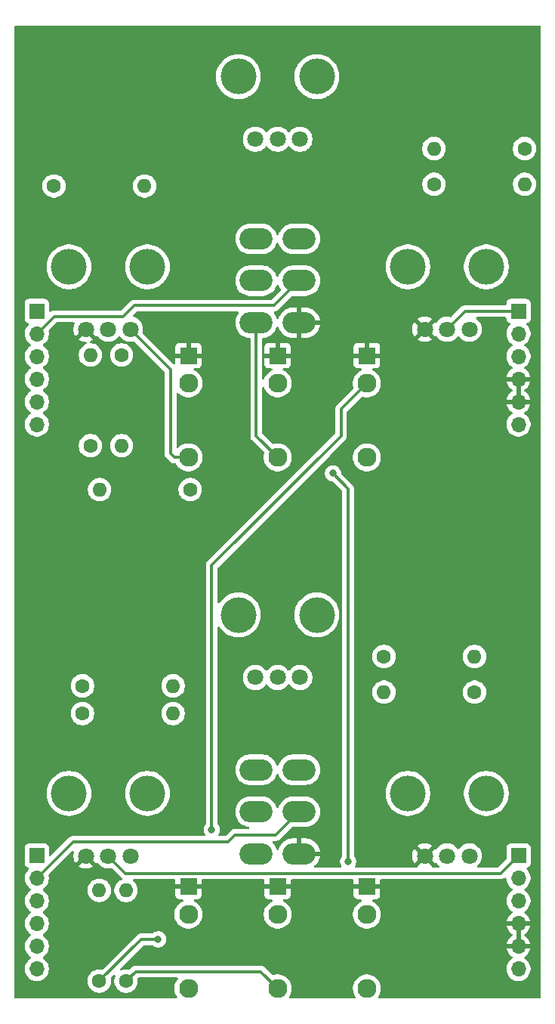
<source format=gbl>
G04 #@! TF.GenerationSoftware,KiCad,Pcbnew,9.0.4-9.0.4-0~ubuntu22.04.1*
G04 #@! TF.CreationDate,2025-10-28T22:45:50+00:00*
G04 #@! TF.ProjectId,MS20-VCF,4d533230-2d56-4434-962e-6b696361645f,rev?*
G04 #@! TF.SameCoordinates,Original*
G04 #@! TF.FileFunction,Copper,L2,Bot*
G04 #@! TF.FilePolarity,Positive*
%FSLAX46Y46*%
G04 Gerber Fmt 4.6, Leading zero omitted, Abs format (unit mm)*
G04 Created by KiCad (PCBNEW 9.0.4-9.0.4-0~ubuntu22.04.1) date 2025-10-28 22:45:50*
%MOMM*%
%LPD*%
G01*
G04 APERTURE LIST*
G04 #@! TA.AperFunction,WasherPad*
%ADD10C,4.000000*%
G04 #@! TD*
G04 #@! TA.AperFunction,ComponentPad*
%ADD11C,1.800000*%
G04 #@! TD*
G04 #@! TA.AperFunction,ComponentPad*
%ADD12C,1.600000*%
G04 #@! TD*
G04 #@! TA.AperFunction,ComponentPad*
%ADD13O,1.600000X1.600000*%
G04 #@! TD*
G04 #@! TA.AperFunction,ComponentPad*
%ADD14O,3.700000X2.400000*%
G04 #@! TD*
G04 #@! TA.AperFunction,ComponentPad*
%ADD15R,1.930000X1.830000*%
G04 #@! TD*
G04 #@! TA.AperFunction,ComponentPad*
%ADD16C,2.130000*%
G04 #@! TD*
G04 #@! TA.AperFunction,ComponentPad*
%ADD17R,1.700000X1.700000*%
G04 #@! TD*
G04 #@! TA.AperFunction,ComponentPad*
%ADD18O,1.700000X1.700000*%
G04 #@! TD*
G04 #@! TA.AperFunction,ViaPad*
%ADD19C,0.800000*%
G04 #@! TD*
G04 #@! TA.AperFunction,Conductor*
%ADD20C,0.300000*%
G04 #@! TD*
G04 APERTURE END LIST*
D10*
X101600000Y-64050000D03*
X110400000Y-64050000D03*
D11*
X103500000Y-71050000D03*
X106000000Y-71050000D03*
X108500000Y-71050000D03*
D10*
X120600000Y-42750000D03*
X129400000Y-42750000D03*
D11*
X122500000Y-49750000D03*
X125000000Y-49750000D03*
X127500000Y-49750000D03*
D12*
X104000000Y-84080000D03*
D13*
X104000000Y-73920000D03*
D12*
X99920000Y-55000000D03*
D13*
X110080000Y-55000000D03*
D12*
X142520000Y-54800000D03*
D13*
X152680000Y-54800000D03*
D12*
X152680000Y-50800000D03*
D13*
X142520000Y-50800000D03*
D12*
X107500000Y-73920000D03*
D13*
X107500000Y-84080000D03*
D12*
X115180000Y-89000000D03*
D13*
X105020000Y-89000000D03*
D12*
X105000000Y-144080000D03*
D13*
X105000000Y-133920000D03*
D12*
X108000000Y-144080000D03*
D13*
X108000000Y-133920000D03*
D10*
X139600000Y-64050000D03*
X148400000Y-64050000D03*
D11*
X141500000Y-71050000D03*
X144000000Y-71050000D03*
X146500000Y-71050000D03*
D14*
X122600000Y-60900000D03*
X122600000Y-65600000D03*
X122600000Y-70300000D03*
X127400000Y-60900000D03*
X127400000Y-65600000D03*
X127400000Y-70300000D03*
D12*
X103120000Y-111000000D03*
D13*
X113280000Y-111000000D03*
D12*
X147080000Y-111700000D03*
D13*
X136920000Y-111700000D03*
D12*
X136920000Y-107700000D03*
D13*
X147080000Y-107700000D03*
D12*
X103120000Y-114100000D03*
D13*
X113280000Y-114100000D03*
D14*
X122600000Y-120400000D03*
X122600000Y-125100000D03*
X122600000Y-129800000D03*
X127400000Y-120400000D03*
X127400000Y-125100000D03*
X127400000Y-129800000D03*
D10*
X139600000Y-123050000D03*
X148400000Y-123050000D03*
D11*
X141500000Y-130050000D03*
X144000000Y-130050000D03*
X146500000Y-130050000D03*
D10*
X101600000Y-123050000D03*
X110400000Y-123050000D03*
D11*
X103500000Y-130050000D03*
X106000000Y-130050000D03*
X108500000Y-130050000D03*
D10*
X120600000Y-103050000D03*
X129400000Y-103050000D03*
D11*
X122500000Y-110050000D03*
X125000000Y-110050000D03*
X127500000Y-110050000D03*
D15*
X125000000Y-133500000D03*
D16*
X125000000Y-144900000D03*
X125000000Y-136600000D03*
D15*
X115000000Y-133500000D03*
D16*
X115000000Y-144900000D03*
X115000000Y-136600000D03*
D15*
X125000000Y-74000000D03*
D16*
X125000000Y-85400000D03*
X125000000Y-77100000D03*
D15*
X135000000Y-133500000D03*
D16*
X135000000Y-144900000D03*
X135000000Y-136600000D03*
D15*
X135000000Y-74000000D03*
D16*
X135000000Y-85400000D03*
X135000000Y-77100000D03*
D15*
X115000000Y-74000000D03*
D16*
X115000000Y-85400000D03*
X115000000Y-77100000D03*
D17*
X98000000Y-69000000D03*
D18*
X98000000Y-71540000D03*
X98000000Y-74080000D03*
X98000000Y-76620000D03*
X98000000Y-79160000D03*
X98000000Y-81700000D03*
D17*
X152000000Y-69000000D03*
D18*
X152000000Y-71540000D03*
X152000000Y-74080000D03*
X152000000Y-76620000D03*
X152000000Y-79160000D03*
X152000000Y-81700000D03*
D17*
X98000000Y-130000000D03*
D18*
X98000000Y-132540000D03*
X98000000Y-135080000D03*
X98000000Y-137620000D03*
X98000000Y-140160000D03*
X98000000Y-142700000D03*
D17*
X152000000Y-130000000D03*
D18*
X152000000Y-132540000D03*
X152000000Y-135080000D03*
X152000000Y-137620000D03*
X152000000Y-140160000D03*
X152000000Y-142700000D03*
D19*
X132900000Y-130700000D03*
X131200000Y-87200000D03*
X117600000Y-127100000D03*
X111600000Y-139400000D03*
D20*
X108900000Y-68400000D02*
X107700000Y-69600000D01*
X107700000Y-69600000D02*
X99940000Y-69600000D01*
X127400000Y-65600000D02*
X124600000Y-68400000D01*
X124600000Y-68400000D02*
X108900000Y-68400000D01*
X99940000Y-69600000D02*
X98000000Y-71540000D01*
X127400000Y-125100000D02*
X124800000Y-127700000D01*
X119400000Y-128500000D02*
X102040000Y-128500000D01*
X102040000Y-128500000D02*
X98000000Y-132540000D01*
X124800000Y-127700000D02*
X120200000Y-127700000D01*
X120200000Y-127700000D02*
X119400000Y-128500000D01*
X108500000Y-71050000D02*
X113000000Y-75550000D01*
X131200000Y-87200000D02*
X132900000Y-88900000D01*
X113000000Y-75550000D02*
X113000000Y-85000000D01*
X113000000Y-85000000D02*
X113400000Y-85400000D01*
X132900000Y-88900000D02*
X132900000Y-130700000D01*
X113400000Y-85400000D02*
X115000000Y-85400000D01*
X110000000Y-54920000D02*
X110080000Y-55000000D01*
X152000000Y-69000000D02*
X146050000Y-69000000D01*
X146050000Y-69000000D02*
X144000000Y-71050000D01*
X122600000Y-70300000D02*
X122600000Y-83000000D01*
X122600000Y-83000000D02*
X125000000Y-85400000D01*
X108000000Y-144080000D02*
X109080000Y-143000000D01*
X123100000Y-143000000D02*
X125000000Y-144900000D01*
X109080000Y-143000000D02*
X123100000Y-143000000D01*
X152000000Y-130000000D02*
X150000000Y-132000000D01*
X107950000Y-132000000D02*
X106000000Y-130050000D01*
X150000000Y-132000000D02*
X107950000Y-132000000D01*
X132100000Y-80000000D02*
X135000000Y-77100000D01*
X117600000Y-97500000D02*
X132100000Y-83000000D01*
X117600000Y-127100000D02*
X117600000Y-97500000D01*
X132100000Y-83000000D02*
X132100000Y-80000000D01*
X109680000Y-139400000D02*
X105000000Y-144080000D01*
X111600000Y-139400000D02*
X109680000Y-139400000D01*
G04 #@! TA.AperFunction,Conductor*
G36*
X152254000Y-139729297D02*
G01*
X152192993Y-139694075D01*
X152065826Y-139660000D01*
X151934174Y-139660000D01*
X151807007Y-139694075D01*
X151746000Y-139729297D01*
X151746000Y-138050702D01*
X151807007Y-138085925D01*
X151934174Y-138120000D01*
X152065826Y-138120000D01*
X152192993Y-138085925D01*
X152254000Y-138050702D01*
X152254000Y-139729297D01*
G37*
G04 #@! TD.AperFunction*
G04 #@! TA.AperFunction,Conductor*
G36*
X142659174Y-130849964D02*
G01*
X142669155Y-130849178D01*
X142703975Y-130822328D01*
X142774712Y-130816252D01*
X142837503Y-130849384D01*
X142851626Y-130865682D01*
X142925658Y-130967578D01*
X143084485Y-131126405D01*
X143118511Y-131188717D01*
X143113446Y-131259532D01*
X143070899Y-131316368D01*
X143004379Y-131341179D01*
X142995390Y-131341500D01*
X142425856Y-131341500D01*
X142357735Y-131321498D01*
X142311242Y-131267842D01*
X142301068Y-131210279D01*
X141624947Y-130534158D01*
X141692993Y-130515925D01*
X141807007Y-130450099D01*
X141900099Y-130357007D01*
X141965925Y-130242993D01*
X141984158Y-130174947D01*
X142659174Y-130849964D01*
G37*
G04 #@! TD.AperFunction*
G04 #@! TA.AperFunction,Conductor*
G36*
X152254000Y-78729297D02*
G01*
X152192993Y-78694075D01*
X152065826Y-78660000D01*
X151934174Y-78660000D01*
X151807007Y-78694075D01*
X151746000Y-78729297D01*
X151746000Y-77050702D01*
X151807007Y-77085925D01*
X151934174Y-77120000D01*
X152065826Y-77120000D01*
X152192993Y-77085925D01*
X152254000Y-77050702D01*
X152254000Y-78729297D01*
G37*
G04 #@! TD.AperFunction*
G04 #@! TA.AperFunction,Conductor*
G36*
X154441621Y-37020502D02*
G01*
X154488114Y-37074158D01*
X154499500Y-37126500D01*
X154499500Y-145873500D01*
X154479498Y-145941621D01*
X154425842Y-145988114D01*
X154373500Y-145999500D01*
X136393409Y-145999500D01*
X136325288Y-145979498D01*
X136278795Y-145925842D01*
X136268691Y-145855568D01*
X136291473Y-145799439D01*
X136303464Y-145782933D01*
X136345778Y-145724694D01*
X136458220Y-145504015D01*
X136534756Y-145268462D01*
X136573500Y-145023837D01*
X136573500Y-144776163D01*
X136534756Y-144531538D01*
X136458220Y-144295985D01*
X136345778Y-144075306D01*
X136200199Y-143874933D01*
X136200196Y-143874930D01*
X136200194Y-143874927D01*
X136025072Y-143699805D01*
X136025069Y-143699803D01*
X136025067Y-143699801D01*
X135824694Y-143554222D01*
X135604015Y-143441780D01*
X135604014Y-143441779D01*
X135604011Y-143441778D01*
X135368466Y-143365245D01*
X135368464Y-143365244D01*
X135368462Y-143365244D01*
X135123837Y-143326500D01*
X134876163Y-143326500D01*
X134631538Y-143365244D01*
X134631536Y-143365244D01*
X134631533Y-143365245D01*
X134395988Y-143441778D01*
X134175302Y-143554224D01*
X133974930Y-143699803D01*
X133974927Y-143699805D01*
X133799805Y-143874927D01*
X133799803Y-143874930D01*
X133654224Y-144075302D01*
X133541778Y-144295988D01*
X133465245Y-144531533D01*
X133465244Y-144531536D01*
X133465244Y-144531538D01*
X133426500Y-144776163D01*
X133426500Y-145023837D01*
X133454263Y-145199129D01*
X133465245Y-145268466D01*
X133541778Y-145504011D01*
X133654224Y-145724697D01*
X133708527Y-145799439D01*
X133732386Y-145866307D01*
X133716305Y-145935459D01*
X133665391Y-145984939D01*
X133606591Y-145999500D01*
X126393409Y-145999500D01*
X126325288Y-145979498D01*
X126278795Y-145925842D01*
X126268691Y-145855568D01*
X126291473Y-145799439D01*
X126303464Y-145782933D01*
X126345778Y-145724694D01*
X126458220Y-145504015D01*
X126534756Y-145268462D01*
X126573500Y-145023837D01*
X126573500Y-144776163D01*
X126534756Y-144531538D01*
X126458220Y-144295985D01*
X126345778Y-144075306D01*
X126200199Y-143874933D01*
X126200196Y-143874930D01*
X126200194Y-143874927D01*
X126025072Y-143699805D01*
X126025069Y-143699803D01*
X126025067Y-143699801D01*
X125824694Y-143554222D01*
X125604015Y-143441780D01*
X125604014Y-143441779D01*
X125604011Y-143441778D01*
X125368466Y-143365245D01*
X125368464Y-143365244D01*
X125368462Y-143365244D01*
X125123837Y-143326500D01*
X124876163Y-143326500D01*
X124631538Y-143365244D01*
X124631536Y-143365244D01*
X124631533Y-143365245D01*
X124527576Y-143399023D01*
X124456608Y-143401050D01*
X124399545Y-143368285D01*
X123519773Y-142488513D01*
X123519771Y-142488511D01*
X123519769Y-142488509D01*
X123411917Y-142416445D01*
X123328479Y-142381884D01*
X123292080Y-142366807D01*
X123292077Y-142366806D01*
X123164860Y-142341500D01*
X123164857Y-142341500D01*
X109015143Y-142341500D01*
X109015136Y-142341500D01*
X108994036Y-142345697D01*
X108994036Y-142345698D01*
X108958337Y-142352798D01*
X108887916Y-142366806D01*
X108768087Y-142416442D01*
X108768083Y-142416444D01*
X108660229Y-142488510D01*
X108660228Y-142488511D01*
X108385135Y-142763603D01*
X108322823Y-142797628D01*
X108276329Y-142798955D01*
X108102981Y-142771500D01*
X107897019Y-142771500D01*
X107693592Y-142803720D01*
X107693590Y-142803720D01*
X107693587Y-142803721D01*
X107497714Y-142867364D01*
X107497702Y-142867369D01*
X107485153Y-142873764D01*
X107415376Y-142886868D01*
X107349592Y-142860167D01*
X107308686Y-142802140D01*
X107305646Y-142731208D01*
X107338856Y-142672402D01*
X108196263Y-141814996D01*
X109915854Y-140095405D01*
X109978166Y-140061379D01*
X110004949Y-140058500D01*
X110921497Y-140058500D01*
X110989618Y-140078502D01*
X111010592Y-140095405D01*
X111020865Y-140105678D01*
X111169664Y-140205102D01*
X111335000Y-140273587D01*
X111510521Y-140308500D01*
X111510522Y-140308500D01*
X111689478Y-140308500D01*
X111689479Y-140308500D01*
X111865000Y-140273587D01*
X112030336Y-140205102D01*
X112179135Y-140105678D01*
X112305678Y-139979135D01*
X112405102Y-139830336D01*
X112473587Y-139665000D01*
X112508500Y-139489479D01*
X112508500Y-139310521D01*
X112473587Y-139135000D01*
X112405102Y-138969664D01*
X112305678Y-138820865D01*
X112179135Y-138694322D01*
X112030336Y-138594898D01*
X111913429Y-138546473D01*
X111865003Y-138526414D01*
X111865001Y-138526413D01*
X111865000Y-138526413D01*
X111755735Y-138504679D01*
X111689481Y-138491500D01*
X111689479Y-138491500D01*
X111510521Y-138491500D01*
X111510518Y-138491500D01*
X111379771Y-138517507D01*
X111335000Y-138526413D01*
X111334999Y-138526413D01*
X111334996Y-138526414D01*
X111169662Y-138594899D01*
X111020869Y-138694319D01*
X111020862Y-138694324D01*
X111010592Y-138704595D01*
X110948280Y-138738621D01*
X110921497Y-138741500D01*
X109615139Y-138741500D01*
X109487922Y-138766806D01*
X109487919Y-138766807D01*
X109368080Y-138816446D01*
X109318355Y-138849671D01*
X109318356Y-138849672D01*
X109260231Y-138888510D01*
X109260228Y-138888512D01*
X105385137Y-142763602D01*
X105322825Y-142797628D01*
X105276332Y-142798956D01*
X105181675Y-142783964D01*
X105102981Y-142771500D01*
X104897019Y-142771500D01*
X104693592Y-142803720D01*
X104693590Y-142803720D01*
X104693587Y-142803721D01*
X104497714Y-142867364D01*
X104497708Y-142867367D01*
X104314193Y-142960873D01*
X104147567Y-143081934D01*
X104147564Y-143081936D01*
X104001936Y-143227564D01*
X104001934Y-143227567D01*
X103880873Y-143394193D01*
X103787367Y-143577708D01*
X103787364Y-143577714D01*
X103723721Y-143773587D01*
X103723720Y-143773590D01*
X103723720Y-143773592D01*
X103691500Y-143977019D01*
X103691500Y-144182981D01*
X103723720Y-144386408D01*
X103723721Y-144386412D01*
X103770875Y-144531538D01*
X103787366Y-144582290D01*
X103880871Y-144765803D01*
X104001932Y-144932430D01*
X104001934Y-144932432D01*
X104001936Y-144932435D01*
X104147564Y-145078063D01*
X104147567Y-145078065D01*
X104147570Y-145078068D01*
X104314197Y-145199129D01*
X104497710Y-145292634D01*
X104693592Y-145356280D01*
X104897019Y-145388500D01*
X104897022Y-145388500D01*
X105102978Y-145388500D01*
X105102981Y-145388500D01*
X105306408Y-145356280D01*
X105502290Y-145292634D01*
X105685803Y-145199129D01*
X105852430Y-145078068D01*
X105998068Y-144932430D01*
X106119129Y-144765803D01*
X106212634Y-144582290D01*
X106276280Y-144386408D01*
X106308500Y-144182981D01*
X106308500Y-143977019D01*
X106281042Y-143803662D01*
X106290141Y-143733256D01*
X106316393Y-143694864D01*
X106592404Y-143418853D01*
X106654714Y-143384829D01*
X106725529Y-143389894D01*
X106782365Y-143432441D01*
X106807176Y-143498961D01*
X106793766Y-143565148D01*
X106787366Y-143577710D01*
X106787366Y-143577711D01*
X106787364Y-143577714D01*
X106723721Y-143773587D01*
X106723720Y-143773590D01*
X106723720Y-143773592D01*
X106691500Y-143977019D01*
X106691500Y-144182981D01*
X106723720Y-144386408D01*
X106723721Y-144386412D01*
X106770875Y-144531538D01*
X106787366Y-144582290D01*
X106880871Y-144765803D01*
X107001932Y-144932430D01*
X107001934Y-144932432D01*
X107001936Y-144932435D01*
X107147564Y-145078063D01*
X107147567Y-145078065D01*
X107147570Y-145078068D01*
X107314197Y-145199129D01*
X107497710Y-145292634D01*
X107693592Y-145356280D01*
X107897019Y-145388500D01*
X107897022Y-145388500D01*
X108102978Y-145388500D01*
X108102981Y-145388500D01*
X108306408Y-145356280D01*
X108502290Y-145292634D01*
X108685803Y-145199129D01*
X108852430Y-145078068D01*
X108998068Y-144932430D01*
X109119129Y-144765803D01*
X109212634Y-144582290D01*
X109276280Y-144386408D01*
X109308500Y-144182981D01*
X109308500Y-143977019D01*
X109281129Y-143804208D01*
X109290229Y-143733800D01*
X109335950Y-143679486D01*
X109403779Y-143658513D01*
X109405578Y-143658500D01*
X113712043Y-143658500D01*
X113780164Y-143678502D01*
X113826657Y-143732158D01*
X113836761Y-143802432D01*
X113807267Y-143867012D01*
X113801138Y-143873595D01*
X113799805Y-143874927D01*
X113799803Y-143874930D01*
X113654224Y-144075302D01*
X113541778Y-144295988D01*
X113465245Y-144531533D01*
X113465244Y-144531536D01*
X113465244Y-144531538D01*
X113426500Y-144776163D01*
X113426500Y-145023837D01*
X113454263Y-145199129D01*
X113465245Y-145268466D01*
X113541778Y-145504011D01*
X113654224Y-145724697D01*
X113708527Y-145799439D01*
X113732386Y-145866307D01*
X113716305Y-145935459D01*
X113665391Y-145984939D01*
X113606591Y-145999500D01*
X95626500Y-145999500D01*
X95558379Y-145979498D01*
X95511886Y-145925842D01*
X95500500Y-145873500D01*
X95500500Y-129101350D01*
X96641500Y-129101350D01*
X96641500Y-130898649D01*
X96648009Y-130959196D01*
X96648011Y-130959204D01*
X96699110Y-131096202D01*
X96699112Y-131096207D01*
X96786738Y-131213261D01*
X96903791Y-131300886D01*
X96903792Y-131300886D01*
X96903796Y-131300889D01*
X97021711Y-131344869D01*
X97078543Y-131387414D01*
X97103354Y-131453934D01*
X97088263Y-131523308D01*
X97066771Y-131552018D01*
X96963794Y-131654995D01*
X96838108Y-131827987D01*
X96741029Y-132018515D01*
X96741026Y-132018521D01*
X96674952Y-132221878D01*
X96674951Y-132221883D01*
X96674951Y-132221884D01*
X96641500Y-132433084D01*
X96641500Y-132646916D01*
X96665885Y-132800873D01*
X96674952Y-132858121D01*
X96729558Y-133026182D01*
X96741028Y-133061483D01*
X96838106Y-133252009D01*
X96963794Y-133425004D01*
X96963796Y-133425006D01*
X96963798Y-133425009D01*
X97114990Y-133576201D01*
X97114993Y-133576203D01*
X97114996Y-133576206D01*
X97287991Y-133701894D01*
X97287996Y-133701896D01*
X97289088Y-133702566D01*
X97289418Y-133702931D01*
X97291996Y-133704804D01*
X97291602Y-133705345D01*
X97336721Y-133755213D01*
X97348328Y-133825255D01*
X97320226Y-133890453D01*
X97291870Y-133915023D01*
X97291996Y-133915196D01*
X97289982Y-133916658D01*
X97289088Y-133917434D01*
X97287987Y-133918108D01*
X97114993Y-134043796D01*
X97114990Y-134043798D01*
X96963798Y-134194990D01*
X96963796Y-134194993D01*
X96838108Y-134367987D01*
X96741029Y-134558515D01*
X96741026Y-134558521D01*
X96674952Y-134761878D01*
X96674951Y-134761883D01*
X96674951Y-134761884D01*
X96641500Y-134973084D01*
X96641500Y-135186916D01*
X96652161Y-135254224D01*
X96674952Y-135398121D01*
X96741026Y-135601478D01*
X96741028Y-135601483D01*
X96838106Y-135792009D01*
X96963794Y-135965004D01*
X96963796Y-135965006D01*
X96963798Y-135965009D01*
X97114990Y-136116201D01*
X97114993Y-136116203D01*
X97114996Y-136116206D01*
X97287991Y-136241894D01*
X97287996Y-136241896D01*
X97289088Y-136242566D01*
X97289418Y-136242931D01*
X97291996Y-136244804D01*
X97291602Y-136245345D01*
X97336721Y-136295213D01*
X97348328Y-136365255D01*
X97320226Y-136430453D01*
X97291870Y-136455023D01*
X97291996Y-136455196D01*
X97289982Y-136456658D01*
X97289088Y-136457434D01*
X97287987Y-136458108D01*
X97114993Y-136583796D01*
X97114990Y-136583798D01*
X96963798Y-136734990D01*
X96963796Y-136734993D01*
X96838108Y-136907987D01*
X96741029Y-137098515D01*
X96741026Y-137098521D01*
X96674952Y-137301878D01*
X96674951Y-137301883D01*
X96674951Y-137301884D01*
X96641500Y-137513084D01*
X96641500Y-137726916D01*
X96674933Y-137938004D01*
X96674952Y-137938121D01*
X96738842Y-138134756D01*
X96741028Y-138141483D01*
X96838106Y-138332009D01*
X96963794Y-138505004D01*
X96963796Y-138505006D01*
X96963798Y-138505009D01*
X97114990Y-138656201D01*
X97114993Y-138656203D01*
X97114996Y-138656206D01*
X97287991Y-138781894D01*
X97287996Y-138781896D01*
X97289088Y-138782566D01*
X97289418Y-138782931D01*
X97291996Y-138784804D01*
X97291602Y-138785345D01*
X97336721Y-138835213D01*
X97348328Y-138905255D01*
X97320226Y-138970453D01*
X97291870Y-138995023D01*
X97291996Y-138995196D01*
X97289982Y-138996658D01*
X97289088Y-138997434D01*
X97287987Y-138998108D01*
X97114993Y-139123796D01*
X97114990Y-139123798D01*
X96963798Y-139274990D01*
X96963796Y-139274993D01*
X96838108Y-139447987D01*
X96741029Y-139638515D01*
X96741026Y-139638521D01*
X96674952Y-139841878D01*
X96674951Y-139841883D01*
X96674951Y-139841884D01*
X96641500Y-140053084D01*
X96641500Y-140266916D01*
X96674933Y-140478004D01*
X96674952Y-140478121D01*
X96740964Y-140681286D01*
X96741028Y-140681483D01*
X96838106Y-140872009D01*
X96963794Y-141045004D01*
X96963796Y-141045006D01*
X96963798Y-141045009D01*
X97114990Y-141196201D01*
X97114993Y-141196203D01*
X97114996Y-141196206D01*
X97287991Y-141321894D01*
X97287996Y-141321896D01*
X97289088Y-141322566D01*
X97289418Y-141322931D01*
X97291996Y-141324804D01*
X97291602Y-141325345D01*
X97336721Y-141375213D01*
X97348328Y-141445255D01*
X97320226Y-141510453D01*
X97291870Y-141535023D01*
X97291996Y-141535196D01*
X97289982Y-141536658D01*
X97289088Y-141537434D01*
X97287987Y-141538108D01*
X97114993Y-141663796D01*
X97114990Y-141663798D01*
X96963798Y-141814990D01*
X96963796Y-141814993D01*
X96838108Y-141987987D01*
X96741029Y-142178515D01*
X96741026Y-142178521D01*
X96674952Y-142381878D01*
X96674951Y-142381883D01*
X96674951Y-142381884D01*
X96641500Y-142593084D01*
X96641500Y-142806916D01*
X96665885Y-142960873D01*
X96674952Y-143018121D01*
X96695686Y-143081934D01*
X96741028Y-143221483D01*
X96838106Y-143412009D01*
X96963794Y-143585004D01*
X96963796Y-143585006D01*
X96963798Y-143585009D01*
X97114990Y-143736201D01*
X97114993Y-143736203D01*
X97114996Y-143736206D01*
X97287991Y-143861894D01*
X97478517Y-143958972D01*
X97681878Y-144025047D01*
X97681879Y-144025047D01*
X97681884Y-144025049D01*
X97893084Y-144058500D01*
X97893087Y-144058500D01*
X98106913Y-144058500D01*
X98106916Y-144058500D01*
X98318116Y-144025049D01*
X98521483Y-143958972D01*
X98712009Y-143861894D01*
X98885004Y-143736206D01*
X99036206Y-143585004D01*
X99161894Y-143412009D01*
X99258972Y-143221483D01*
X99325049Y-143018116D01*
X99358500Y-142806916D01*
X99358500Y-142593084D01*
X99325049Y-142381884D01*
X99258972Y-142178517D01*
X99161894Y-141987991D01*
X99036206Y-141814996D01*
X99036203Y-141814993D01*
X99036201Y-141814990D01*
X98885009Y-141663798D01*
X98885006Y-141663796D01*
X98885004Y-141663794D01*
X98712009Y-141538106D01*
X98712007Y-141538105D01*
X98710920Y-141537439D01*
X98710591Y-141537075D01*
X98708004Y-141535196D01*
X98708398Y-141534652D01*
X98663283Y-141484796D01*
X98651670Y-141414756D01*
X98679766Y-141349555D01*
X98708130Y-141324978D01*
X98708004Y-141324804D01*
X98710030Y-141323331D01*
X98710920Y-141322561D01*
X98711997Y-141321899D01*
X98712009Y-141321894D01*
X98885004Y-141196206D01*
X99036206Y-141045004D01*
X99161894Y-140872009D01*
X99258972Y-140681483D01*
X99325049Y-140478116D01*
X99358500Y-140266916D01*
X99358500Y-140053084D01*
X99325049Y-139841884D01*
X99258972Y-139638517D01*
X99161894Y-139447991D01*
X99036206Y-139274996D01*
X99036203Y-139274993D01*
X99036201Y-139274990D01*
X98885009Y-139123798D01*
X98885006Y-139123796D01*
X98885004Y-139123794D01*
X98712009Y-138998106D01*
X98712007Y-138998105D01*
X98710920Y-138997439D01*
X98710591Y-138997075D01*
X98708004Y-138995196D01*
X98708398Y-138994652D01*
X98663283Y-138944796D01*
X98651670Y-138874756D01*
X98679766Y-138809555D01*
X98708130Y-138784978D01*
X98708004Y-138784804D01*
X98710030Y-138783331D01*
X98710920Y-138782561D01*
X98711997Y-138781899D01*
X98712009Y-138781894D01*
X98885004Y-138656206D01*
X99036206Y-138505004D01*
X99161894Y-138332009D01*
X99258972Y-138141483D01*
X99325049Y-137938116D01*
X99358500Y-137726916D01*
X99358500Y-137513084D01*
X99325049Y-137301884D01*
X99258972Y-137098517D01*
X99161894Y-136907991D01*
X99036206Y-136734996D01*
X99036203Y-136734993D01*
X99036201Y-136734990D01*
X98885009Y-136583798D01*
X98885006Y-136583796D01*
X98885004Y-136583794D01*
X98712009Y-136458106D01*
X98709328Y-136456740D01*
X98702925Y-136452111D01*
X98684007Y-136427698D01*
X98663283Y-136404796D01*
X98662472Y-136399908D01*
X98659438Y-136395992D01*
X98656722Y-136365226D01*
X98651670Y-136334756D01*
X98653630Y-136330205D01*
X98653195Y-136325270D01*
X98667541Y-136297923D01*
X98679766Y-136269555D01*
X98684639Y-136265331D01*
X98686178Y-136262400D01*
X98691533Y-136259358D01*
X98708130Y-136244978D01*
X98708004Y-136244804D01*
X98710030Y-136243331D01*
X98710920Y-136242561D01*
X98711997Y-136241899D01*
X98712009Y-136241894D01*
X98885004Y-136116206D01*
X99036206Y-135965004D01*
X99161894Y-135792009D01*
X99258972Y-135601483D01*
X99325049Y-135398116D01*
X99358500Y-135186916D01*
X99358500Y-134973084D01*
X99325049Y-134761884D01*
X99258972Y-134558517D01*
X99161894Y-134367991D01*
X99036206Y-134194996D01*
X99036203Y-134194993D01*
X99036201Y-134194990D01*
X98885009Y-134043798D01*
X98885006Y-134043796D01*
X98885004Y-134043794D01*
X98712009Y-133918106D01*
X98712000Y-133918101D01*
X98710914Y-133917436D01*
X98710581Y-133917068D01*
X98708004Y-133915196D01*
X98708397Y-133914654D01*
X98663280Y-133864790D01*
X98655361Y-133817019D01*
X103691500Y-133817019D01*
X103691500Y-134022981D01*
X103723720Y-134226408D01*
X103787366Y-134422290D01*
X103880871Y-134605803D01*
X104001932Y-134772430D01*
X104001934Y-134772432D01*
X104001936Y-134772435D01*
X104147564Y-134918063D01*
X104147567Y-134918065D01*
X104147570Y-134918068D01*
X104314197Y-135039129D01*
X104497710Y-135132634D01*
X104693592Y-135196280D01*
X104897019Y-135228500D01*
X104897022Y-135228500D01*
X105102978Y-135228500D01*
X105102981Y-135228500D01*
X105306408Y-135196280D01*
X105502290Y-135132634D01*
X105685803Y-135039129D01*
X105852430Y-134918068D01*
X105998068Y-134772430D01*
X106119129Y-134605803D01*
X106212634Y-134422290D01*
X106276280Y-134226408D01*
X106308500Y-134022981D01*
X106308500Y-133817019D01*
X106276280Y-133613592D01*
X106212634Y-133417710D01*
X106119129Y-133234197D01*
X105998068Y-133067570D01*
X105998065Y-133067567D01*
X105998063Y-133067564D01*
X105852435Y-132921936D01*
X105852432Y-132921934D01*
X105852431Y-132921933D01*
X105852430Y-132921932D01*
X105685803Y-132800871D01*
X105502290Y-132707366D01*
X105502287Y-132707365D01*
X105502285Y-132707364D01*
X105306412Y-132643721D01*
X105306410Y-132643720D01*
X105306408Y-132643720D01*
X105102981Y-132611500D01*
X104897019Y-132611500D01*
X104693592Y-132643720D01*
X104693590Y-132643720D01*
X104693587Y-132643721D01*
X104497714Y-132707364D01*
X104497708Y-132707367D01*
X104314193Y-132800873D01*
X104147567Y-132921934D01*
X104147564Y-132921936D01*
X104001936Y-133067564D01*
X104001934Y-133067567D01*
X103880873Y-133234193D01*
X103787367Y-133417708D01*
X103787364Y-133417714D01*
X103723721Y-133613587D01*
X103723720Y-133613590D01*
X103723720Y-133613592D01*
X103691500Y-133817019D01*
X98655361Y-133817019D01*
X98651670Y-133794749D01*
X98679771Y-133729550D01*
X98708130Y-133704978D01*
X98708004Y-133704804D01*
X98710030Y-133703331D01*
X98710920Y-133702561D01*
X98711997Y-133701899D01*
X98712009Y-133701894D01*
X98885004Y-133576206D01*
X99036206Y-133425004D01*
X99161894Y-133252009D01*
X99258972Y-133061483D01*
X99325049Y-132858116D01*
X99358500Y-132646916D01*
X99358500Y-132433084D01*
X99325049Y-132221884D01*
X99325046Y-132221876D01*
X99324744Y-132219966D01*
X99333843Y-132149555D01*
X99360095Y-132111163D01*
X101936389Y-129534869D01*
X101998700Y-129500845D01*
X102069516Y-129505910D01*
X102126351Y-129548457D01*
X102151162Y-129614977D01*
X102145316Y-129662902D01*
X102126670Y-129720287D01*
X102092000Y-129939191D01*
X102092000Y-130160808D01*
X102126670Y-130379710D01*
X102195155Y-130590483D01*
X102195156Y-130590485D01*
X102295770Y-130787952D01*
X102340824Y-130849963D01*
X103015841Y-130174946D01*
X103034075Y-130242993D01*
X103099901Y-130357007D01*
X103192993Y-130450099D01*
X103307007Y-130515925D01*
X103375051Y-130534157D01*
X102700035Y-131209173D01*
X102700035Y-131209174D01*
X102762047Y-131254229D01*
X102959514Y-131354843D01*
X102959516Y-131354844D01*
X103170289Y-131423329D01*
X103389191Y-131458000D01*
X103610809Y-131458000D01*
X103829710Y-131423329D01*
X104040483Y-131354844D01*
X104040485Y-131354843D01*
X104237954Y-131254228D01*
X104237956Y-131254227D01*
X104299963Y-131209175D01*
X104299964Y-131209174D01*
X103624947Y-130534157D01*
X103692993Y-130515925D01*
X103807007Y-130450099D01*
X103900099Y-130357007D01*
X103965925Y-130242993D01*
X103984157Y-130174947D01*
X104659174Y-130849964D01*
X104669155Y-130849178D01*
X104703975Y-130822328D01*
X104774712Y-130816252D01*
X104837503Y-130849384D01*
X104851626Y-130865682D01*
X104925658Y-130967578D01*
X105082421Y-131124341D01*
X105090674Y-131130337D01*
X105261785Y-131254657D01*
X105459324Y-131355308D01*
X105670176Y-131423818D01*
X105889149Y-131458500D01*
X105889152Y-131458500D01*
X106110848Y-131458500D01*
X106110851Y-131458500D01*
X106329824Y-131423818D01*
X106341476Y-131420031D01*
X106412441Y-131418002D01*
X106469506Y-131450766D01*
X107438510Y-132419769D01*
X107489572Y-132470831D01*
X107526385Y-132507644D01*
X107560410Y-132569956D01*
X107555344Y-132640772D01*
X107512797Y-132697608D01*
X107494494Y-132709004D01*
X107395437Y-132759477D01*
X107314193Y-132800873D01*
X107147567Y-132921934D01*
X107147564Y-132921936D01*
X107001936Y-133067564D01*
X107001934Y-133067567D01*
X106880873Y-133234193D01*
X106787367Y-133417708D01*
X106787364Y-133417714D01*
X106723721Y-133613587D01*
X106723720Y-133613590D01*
X106723720Y-133613592D01*
X106691500Y-133817019D01*
X106691500Y-134022981D01*
X106723720Y-134226408D01*
X106787366Y-134422290D01*
X106880871Y-134605803D01*
X107001932Y-134772430D01*
X107001934Y-134772432D01*
X107001936Y-134772435D01*
X107147564Y-134918063D01*
X107147567Y-134918065D01*
X107147570Y-134918068D01*
X107314197Y-135039129D01*
X107497710Y-135132634D01*
X107693592Y-135196280D01*
X107897019Y-135228500D01*
X107897022Y-135228500D01*
X108102978Y-135228500D01*
X108102981Y-135228500D01*
X108306408Y-135196280D01*
X108502290Y-135132634D01*
X108685803Y-135039129D01*
X108852430Y-134918068D01*
X108998068Y-134772430D01*
X109119129Y-134605803D01*
X109212634Y-134422290D01*
X109276280Y-134226408D01*
X109308500Y-134022981D01*
X109308500Y-133817019D01*
X109276280Y-133613592D01*
X109212634Y-133417710D01*
X109119129Y-133234197D01*
X108998068Y-133067570D01*
X108998065Y-133067567D01*
X108998063Y-133067564D01*
X108852432Y-132921933D01*
X108803574Y-132886436D01*
X108760220Y-132830213D01*
X108754145Y-132759477D01*
X108787277Y-132696686D01*
X108849097Y-132661774D01*
X108877635Y-132658500D01*
X113401000Y-132658500D01*
X113469121Y-132678502D01*
X113515614Y-132732158D01*
X113527000Y-132784500D01*
X113527000Y-133246000D01*
X114444951Y-133246000D01*
X114413442Y-133322069D01*
X114390000Y-133439920D01*
X114390000Y-133560080D01*
X114413442Y-133677931D01*
X114444951Y-133754000D01*
X113527000Y-133754000D01*
X113527000Y-134463597D01*
X113533505Y-134524093D01*
X113584555Y-134660964D01*
X113584555Y-134660965D01*
X113672095Y-134777904D01*
X113789034Y-134865444D01*
X113925906Y-134916494D01*
X113986402Y-134922999D01*
X113986415Y-134923000D01*
X114300538Y-134923000D01*
X114368659Y-134943002D01*
X114415152Y-134996658D01*
X114425256Y-135066932D01*
X114395762Y-135131512D01*
X114357743Y-135161265D01*
X114225788Y-135228500D01*
X114175302Y-135254224D01*
X113974930Y-135399803D01*
X113974927Y-135399805D01*
X113799805Y-135574927D01*
X113799803Y-135574930D01*
X113654224Y-135775302D01*
X113541778Y-135995988D01*
X113465245Y-136231533D01*
X113465244Y-136231536D01*
X113465244Y-136231538D01*
X113426500Y-136476163D01*
X113426500Y-136723837D01*
X113465244Y-136968462D01*
X113465245Y-136968466D01*
X113541778Y-137204011D01*
X113541779Y-137204014D01*
X113541780Y-137204015D01*
X113654222Y-137424694D01*
X113799801Y-137625067D01*
X113799803Y-137625069D01*
X113799805Y-137625072D01*
X113974927Y-137800194D01*
X113974930Y-137800196D01*
X113974933Y-137800199D01*
X114175306Y-137945778D01*
X114395985Y-138058220D01*
X114631538Y-138134756D01*
X114876163Y-138173500D01*
X114876165Y-138173500D01*
X115123835Y-138173500D01*
X115123837Y-138173500D01*
X115368462Y-138134756D01*
X115604015Y-138058220D01*
X115824694Y-137945778D01*
X116025067Y-137800199D01*
X116200199Y-137625067D01*
X116345778Y-137424694D01*
X116458220Y-137204015D01*
X116534756Y-136968462D01*
X116573500Y-136723837D01*
X116573500Y-136476163D01*
X116534756Y-136231538D01*
X116458220Y-135995985D01*
X116345778Y-135775306D01*
X116200199Y-135574933D01*
X116200196Y-135574930D01*
X116200194Y-135574927D01*
X116025072Y-135399805D01*
X116025069Y-135399803D01*
X116025067Y-135399801D01*
X115824694Y-135254222D01*
X115642257Y-135161265D01*
X115590644Y-135112519D01*
X115573578Y-135043604D01*
X115596479Y-134976402D01*
X115652076Y-134932250D01*
X115699462Y-134923000D01*
X116013585Y-134923000D01*
X116013597Y-134922999D01*
X116074093Y-134916494D01*
X116210964Y-134865444D01*
X116210965Y-134865444D01*
X116327904Y-134777904D01*
X116415444Y-134660965D01*
X116415444Y-134660964D01*
X116466494Y-134524093D01*
X116472999Y-134463597D01*
X116473000Y-134463585D01*
X116473000Y-133754000D01*
X115555049Y-133754000D01*
X115586558Y-133677931D01*
X115610000Y-133560080D01*
X115610000Y-133439920D01*
X115586558Y-133322069D01*
X115555049Y-133246000D01*
X116473000Y-133246000D01*
X116473000Y-132784500D01*
X116493002Y-132716379D01*
X116546658Y-132669886D01*
X116599000Y-132658500D01*
X123401000Y-132658500D01*
X123469121Y-132678502D01*
X123515614Y-132732158D01*
X123527000Y-132784500D01*
X123527000Y-133246000D01*
X124444951Y-133246000D01*
X124413442Y-133322069D01*
X124390000Y-133439920D01*
X124390000Y-133560080D01*
X124413442Y-133677931D01*
X124444951Y-133754000D01*
X123527000Y-133754000D01*
X123527000Y-134463597D01*
X123533505Y-134524093D01*
X123584555Y-134660964D01*
X123584555Y-134660965D01*
X123672095Y-134777904D01*
X123789034Y-134865444D01*
X123925906Y-134916494D01*
X123986402Y-134922999D01*
X123986415Y-134923000D01*
X124300538Y-134923000D01*
X124368659Y-134943002D01*
X124415152Y-134996658D01*
X124425256Y-135066932D01*
X124395762Y-135131512D01*
X124357743Y-135161265D01*
X124225788Y-135228500D01*
X124175302Y-135254224D01*
X123974930Y-135399803D01*
X123974927Y-135399805D01*
X123799805Y-135574927D01*
X123799803Y-135574930D01*
X123654224Y-135775302D01*
X123541778Y-135995988D01*
X123465245Y-136231533D01*
X123465244Y-136231536D01*
X123465244Y-136231538D01*
X123426500Y-136476163D01*
X123426500Y-136723837D01*
X123465244Y-136968462D01*
X123465245Y-136968466D01*
X123541778Y-137204011D01*
X123541779Y-137204014D01*
X123541780Y-137204015D01*
X123654222Y-137424694D01*
X123799801Y-137625067D01*
X123799803Y-137625069D01*
X123799805Y-137625072D01*
X123974927Y-137800194D01*
X123974930Y-137800196D01*
X123974933Y-137800199D01*
X124175306Y-137945778D01*
X124395985Y-138058220D01*
X124631538Y-138134756D01*
X124876163Y-138173500D01*
X124876165Y-138173500D01*
X125123835Y-138173500D01*
X125123837Y-138173500D01*
X125368462Y-138134756D01*
X125604015Y-138058220D01*
X125824694Y-137945778D01*
X126025067Y-137800199D01*
X126200199Y-137625067D01*
X126345778Y-137424694D01*
X126458220Y-137204015D01*
X126534756Y-136968462D01*
X126573500Y-136723837D01*
X126573500Y-136476163D01*
X126534756Y-136231538D01*
X126458220Y-135995985D01*
X126345778Y-135775306D01*
X126200199Y-135574933D01*
X126200196Y-135574930D01*
X126200194Y-135574927D01*
X126025072Y-135399805D01*
X126025069Y-135399803D01*
X126025067Y-135399801D01*
X125824694Y-135254222D01*
X125642257Y-135161265D01*
X125590644Y-135112519D01*
X125573578Y-135043604D01*
X125596479Y-134976402D01*
X125652076Y-134932250D01*
X125699462Y-134923000D01*
X126013585Y-134923000D01*
X126013597Y-134922999D01*
X126074093Y-134916494D01*
X126210964Y-134865444D01*
X126210965Y-134865444D01*
X126327904Y-134777904D01*
X126415444Y-134660965D01*
X126415444Y-134660964D01*
X126466494Y-134524093D01*
X126472999Y-134463597D01*
X126473000Y-134463585D01*
X126473000Y-133754000D01*
X125555049Y-133754000D01*
X125586558Y-133677931D01*
X125610000Y-133560080D01*
X125610000Y-133439920D01*
X125586558Y-133322069D01*
X125555049Y-133246000D01*
X126473000Y-133246000D01*
X126473000Y-132784500D01*
X126493002Y-132716379D01*
X126546658Y-132669886D01*
X126599000Y-132658500D01*
X133401000Y-132658500D01*
X133469121Y-132678502D01*
X133515614Y-132732158D01*
X133527000Y-132784500D01*
X133527000Y-133246000D01*
X134444951Y-133246000D01*
X134413442Y-133322069D01*
X134390000Y-133439920D01*
X134390000Y-133560080D01*
X134413442Y-133677931D01*
X134444951Y-133754000D01*
X133527000Y-133754000D01*
X133527000Y-134463597D01*
X133533505Y-134524093D01*
X133584555Y-134660964D01*
X133584555Y-134660965D01*
X133672095Y-134777904D01*
X133789034Y-134865444D01*
X133925906Y-134916494D01*
X133986402Y-134922999D01*
X133986415Y-134923000D01*
X134300538Y-134923000D01*
X134368659Y-134943002D01*
X134415152Y-134996658D01*
X134425256Y-135066932D01*
X134395762Y-135131512D01*
X134357743Y-135161265D01*
X134225788Y-135228500D01*
X134175302Y-135254224D01*
X133974930Y-135399803D01*
X133974927Y-135399805D01*
X133799805Y-135574927D01*
X133799803Y-135574930D01*
X133654224Y-135775302D01*
X133541778Y-135995988D01*
X133465245Y-136231533D01*
X133465244Y-136231536D01*
X133465244Y-136231538D01*
X133426500Y-136476163D01*
X133426500Y-136723837D01*
X133465244Y-136968462D01*
X133465245Y-136968466D01*
X133541778Y-137204011D01*
X133541779Y-137204014D01*
X133541780Y-137204015D01*
X133654222Y-137424694D01*
X133799801Y-137625067D01*
X133799803Y-137625069D01*
X133799805Y-137625072D01*
X133974927Y-137800194D01*
X133974930Y-137800196D01*
X133974933Y-137800199D01*
X134175306Y-137945778D01*
X134395985Y-138058220D01*
X134631538Y-138134756D01*
X134876163Y-138173500D01*
X134876165Y-138173500D01*
X135123835Y-138173500D01*
X135123837Y-138173500D01*
X135368462Y-138134756D01*
X135604015Y-138058220D01*
X135824694Y-137945778D01*
X136025067Y-137800199D01*
X136025072Y-137800194D01*
X136078022Y-137747245D01*
X136200194Y-137625072D01*
X136200199Y-137625067D01*
X136345778Y-137424694D01*
X136458220Y-137204015D01*
X136534756Y-136968462D01*
X136573500Y-136723837D01*
X136573500Y-136476163D01*
X136534756Y-136231538D01*
X136458220Y-135995985D01*
X136345778Y-135775306D01*
X136200199Y-135574933D01*
X136200196Y-135574930D01*
X136200194Y-135574927D01*
X136025072Y-135399805D01*
X136025069Y-135399803D01*
X136025067Y-135399801D01*
X135824694Y-135254222D01*
X135642257Y-135161265D01*
X135590644Y-135112519D01*
X135573578Y-135043604D01*
X135596479Y-134976402D01*
X135652076Y-134932250D01*
X135699462Y-134923000D01*
X136013585Y-134923000D01*
X136013597Y-134922999D01*
X136074093Y-134916494D01*
X136210964Y-134865444D01*
X136210965Y-134865444D01*
X136327904Y-134777904D01*
X136415444Y-134660965D01*
X136415444Y-134660964D01*
X136466494Y-134524093D01*
X136472999Y-134463597D01*
X136473000Y-134463585D01*
X136473000Y-133754000D01*
X135555049Y-133754000D01*
X135586558Y-133677931D01*
X135610000Y-133560080D01*
X135610000Y-133439920D01*
X135586558Y-133322069D01*
X135555049Y-133246000D01*
X136473000Y-133246000D01*
X136473000Y-132784500D01*
X136493002Y-132716379D01*
X136546658Y-132669886D01*
X136599000Y-132658500D01*
X150064857Y-132658500D01*
X150192077Y-132633194D01*
X150311917Y-132583555D01*
X150419769Y-132511491D01*
X150426401Y-132504859D01*
X150488711Y-132470831D01*
X150559527Y-132475892D01*
X150616365Y-132518436D01*
X150641179Y-132584956D01*
X150641500Y-132593950D01*
X150641500Y-132646916D01*
X150665885Y-132800873D01*
X150674952Y-132858121D01*
X150729558Y-133026182D01*
X150741028Y-133061483D01*
X150838106Y-133252009D01*
X150963794Y-133425004D01*
X150963796Y-133425006D01*
X150963798Y-133425009D01*
X151114990Y-133576201D01*
X151114993Y-133576203D01*
X151114996Y-133576206D01*
X151287991Y-133701894D01*
X151287996Y-133701896D01*
X151289088Y-133702566D01*
X151289418Y-133702931D01*
X151291996Y-133704804D01*
X151291602Y-133705345D01*
X151336721Y-133755213D01*
X151348328Y-133825255D01*
X151320226Y-133890453D01*
X151291870Y-133915023D01*
X151291996Y-133915196D01*
X151289982Y-133916658D01*
X151289088Y-133917434D01*
X151287987Y-133918108D01*
X151114993Y-134043796D01*
X151114990Y-134043798D01*
X150963798Y-134194990D01*
X150963796Y-134194993D01*
X150838108Y-134367987D01*
X150741029Y-134558515D01*
X150741026Y-134558521D01*
X150674952Y-134761878D01*
X150674951Y-134761883D01*
X150674951Y-134761884D01*
X150641500Y-134973084D01*
X150641500Y-135186916D01*
X150652161Y-135254224D01*
X150674952Y-135398121D01*
X150741026Y-135601478D01*
X150741028Y-135601483D01*
X150838106Y-135792009D01*
X150963794Y-135965004D01*
X150963796Y-135965006D01*
X150963798Y-135965009D01*
X151114990Y-136116201D01*
X151114993Y-136116203D01*
X151114996Y-136116206D01*
X151287991Y-136241894D01*
X151288001Y-136241899D01*
X151289567Y-136242859D01*
X151290042Y-136243384D01*
X151291996Y-136244804D01*
X151291697Y-136245214D01*
X151337200Y-136295505D01*
X151348808Y-136365546D01*
X151320707Y-136430745D01*
X151292157Y-136455485D01*
X151292258Y-136455624D01*
X151290644Y-136456796D01*
X151289574Y-136457724D01*
X151288255Y-136458532D01*
X151115320Y-136584177D01*
X150964177Y-136735320D01*
X150838536Y-136908249D01*
X150741493Y-137098707D01*
X150741490Y-137098713D01*
X150675440Y-137301995D01*
X150665302Y-137366000D01*
X151569297Y-137366000D01*
X151534075Y-137427007D01*
X151500000Y-137554174D01*
X151500000Y-137685826D01*
X151534075Y-137812993D01*
X151569297Y-137874000D01*
X150665302Y-137874000D01*
X150675440Y-137938004D01*
X150741490Y-138141286D01*
X150741493Y-138141292D01*
X150838536Y-138331750D01*
X150964177Y-138504679D01*
X151115320Y-138655822D01*
X151288256Y-138781468D01*
X151290052Y-138782569D01*
X151290591Y-138783164D01*
X151292258Y-138784376D01*
X151292003Y-138784726D01*
X151337682Y-138835217D01*
X151349288Y-138905259D01*
X151321183Y-138970456D01*
X151292211Y-138995559D01*
X151292258Y-138995624D01*
X151291511Y-138996166D01*
X151290052Y-138997431D01*
X151288256Y-138998531D01*
X151115320Y-139124177D01*
X150964177Y-139275320D01*
X150838536Y-139448249D01*
X150741493Y-139638707D01*
X150741490Y-139638713D01*
X150675440Y-139841995D01*
X150665302Y-139906000D01*
X151569297Y-139906000D01*
X151534075Y-139967007D01*
X151500000Y-140094174D01*
X151500000Y-140225826D01*
X151534075Y-140352993D01*
X151569297Y-140414000D01*
X150665302Y-140414000D01*
X150675440Y-140478004D01*
X150741490Y-140681286D01*
X150741493Y-140681292D01*
X150838536Y-140871750D01*
X150964177Y-141044679D01*
X151115320Y-141195822D01*
X151288244Y-141321460D01*
X151289560Y-141322266D01*
X151289955Y-141322703D01*
X151292258Y-141324376D01*
X151291906Y-141324859D01*
X151337196Y-141374910D01*
X151348809Y-141444950D01*
X151320712Y-141510150D01*
X151291925Y-141535098D01*
X151291996Y-141535196D01*
X151290862Y-141536019D01*
X151289580Y-141537131D01*
X151287998Y-141538100D01*
X151114993Y-141663796D01*
X151114990Y-141663798D01*
X150963798Y-141814990D01*
X150963796Y-141814993D01*
X150838108Y-141987987D01*
X150741029Y-142178515D01*
X150741026Y-142178521D01*
X150674952Y-142381878D01*
X150674951Y-142381883D01*
X150674951Y-142381884D01*
X150641500Y-142593084D01*
X150641500Y-142806916D01*
X150665885Y-142960873D01*
X150674952Y-143018121D01*
X150695686Y-143081934D01*
X150741028Y-143221483D01*
X150838106Y-143412009D01*
X150963794Y-143585004D01*
X150963796Y-143585006D01*
X150963798Y-143585009D01*
X151114990Y-143736201D01*
X151114993Y-143736203D01*
X151114996Y-143736206D01*
X151287991Y-143861894D01*
X151478517Y-143958972D01*
X151681878Y-144025047D01*
X151681879Y-144025047D01*
X151681884Y-144025049D01*
X151893084Y-144058500D01*
X151893087Y-144058500D01*
X152106913Y-144058500D01*
X152106916Y-144058500D01*
X152318116Y-144025049D01*
X152521483Y-143958972D01*
X152712009Y-143861894D01*
X152885004Y-143736206D01*
X153036206Y-143585004D01*
X153161894Y-143412009D01*
X153258972Y-143221483D01*
X153325049Y-143018116D01*
X153358500Y-142806916D01*
X153358500Y-142593084D01*
X153325049Y-142381884D01*
X153258972Y-142178517D01*
X153161894Y-141987991D01*
X153036206Y-141814996D01*
X153036203Y-141814993D01*
X153036201Y-141814990D01*
X152885009Y-141663798D01*
X152885006Y-141663796D01*
X152885004Y-141663794D01*
X152815806Y-141613518D01*
X152712006Y-141538103D01*
X152710427Y-141537136D01*
X152709952Y-141536611D01*
X152708004Y-141535196D01*
X152708301Y-141534786D01*
X152662797Y-141484488D01*
X152651191Y-141414446D01*
X152679296Y-141349249D01*
X152707844Y-141324516D01*
X152707742Y-141324376D01*
X152709382Y-141323184D01*
X152710448Y-141322261D01*
X152711754Y-141321460D01*
X152884679Y-141195822D01*
X153035822Y-141044679D01*
X153161463Y-140871750D01*
X153258506Y-140681292D01*
X153258509Y-140681286D01*
X153324559Y-140478004D01*
X153334698Y-140414000D01*
X152430703Y-140414000D01*
X152465925Y-140352993D01*
X152500000Y-140225826D01*
X152500000Y-140094174D01*
X152465925Y-139967007D01*
X152430703Y-139906000D01*
X153334697Y-139906000D01*
X153324559Y-139841995D01*
X153258509Y-139638713D01*
X153258506Y-139638707D01*
X153161463Y-139448249D01*
X153035822Y-139275320D01*
X152884679Y-139124177D01*
X152711748Y-138998534D01*
X152709955Y-138997436D01*
X152709415Y-138996840D01*
X152707742Y-138995624D01*
X152707997Y-138995272D01*
X152662321Y-138944791D01*
X152650710Y-138874750D01*
X152678810Y-138809551D01*
X152707789Y-138784440D01*
X152707742Y-138784376D01*
X152708496Y-138783827D01*
X152709955Y-138782564D01*
X152711748Y-138781465D01*
X152884679Y-138655822D01*
X153035822Y-138504679D01*
X153161463Y-138331750D01*
X153258506Y-138141292D01*
X153258509Y-138141286D01*
X153324559Y-137938004D01*
X153334698Y-137874000D01*
X152430703Y-137874000D01*
X152465925Y-137812993D01*
X152500000Y-137685826D01*
X152500000Y-137554174D01*
X152465925Y-137427007D01*
X152430703Y-137366000D01*
X153334697Y-137366000D01*
X153324559Y-137301995D01*
X153258509Y-137098713D01*
X153258506Y-137098707D01*
X153161463Y-136908249D01*
X153035822Y-136735320D01*
X152884679Y-136584177D01*
X152711749Y-136458535D01*
X152710433Y-136457729D01*
X152710037Y-136457291D01*
X152707742Y-136455624D01*
X152708092Y-136455141D01*
X152662800Y-136405084D01*
X152651190Y-136335043D01*
X152679291Y-136269844D01*
X152708076Y-136244903D01*
X152708004Y-136244804D01*
X152709158Y-136243965D01*
X152710441Y-136242854D01*
X152711992Y-136241902D01*
X152712009Y-136241894D01*
X152885004Y-136116206D01*
X153036206Y-135965004D01*
X153161894Y-135792009D01*
X153258972Y-135601483D01*
X153325049Y-135398116D01*
X153358500Y-135186916D01*
X153358500Y-134973084D01*
X153325049Y-134761884D01*
X153258972Y-134558517D01*
X153161894Y-134367991D01*
X153036206Y-134194996D01*
X153036203Y-134194993D01*
X153036201Y-134194990D01*
X152885009Y-134043798D01*
X152885006Y-134043796D01*
X152885004Y-134043794D01*
X152712009Y-133918106D01*
X152712007Y-133918105D01*
X152710920Y-133917439D01*
X152710591Y-133917075D01*
X152708004Y-133915196D01*
X152708398Y-133914652D01*
X152663283Y-133864796D01*
X152651670Y-133794756D01*
X152679766Y-133729555D01*
X152708130Y-133704978D01*
X152708004Y-133704804D01*
X152710030Y-133703331D01*
X152710920Y-133702561D01*
X152711997Y-133701899D01*
X152712009Y-133701894D01*
X152885004Y-133576206D01*
X153036206Y-133425004D01*
X153161894Y-133252009D01*
X153258972Y-133061483D01*
X153325049Y-132858116D01*
X153358500Y-132646916D01*
X153358500Y-132433084D01*
X153325049Y-132221884D01*
X153258972Y-132018517D01*
X153161894Y-131827991D01*
X153036206Y-131654996D01*
X153036203Y-131654993D01*
X153036201Y-131654990D01*
X152933229Y-131552018D01*
X152899203Y-131489706D01*
X152904268Y-131418891D01*
X152946815Y-131362055D01*
X152978284Y-131344871D01*
X153096204Y-131300889D01*
X153121814Y-131281718D01*
X153213261Y-131213261D01*
X153300887Y-131096207D01*
X153300887Y-131096206D01*
X153300889Y-131096204D01*
X153351989Y-130959201D01*
X153358500Y-130898638D01*
X153358500Y-129101362D01*
X153356586Y-129083555D01*
X153351990Y-129040803D01*
X153351988Y-129040795D01*
X153300889Y-128903797D01*
X153300887Y-128903792D01*
X153213261Y-128786738D01*
X153096207Y-128699112D01*
X153096202Y-128699110D01*
X152959204Y-128648011D01*
X152959196Y-128648009D01*
X152898649Y-128641500D01*
X152898638Y-128641500D01*
X151101362Y-128641500D01*
X151101350Y-128641500D01*
X151040803Y-128648009D01*
X151040795Y-128648011D01*
X150903797Y-128699110D01*
X150903792Y-128699112D01*
X150786738Y-128786738D01*
X150699112Y-128903792D01*
X150699110Y-128903797D01*
X150648011Y-129040795D01*
X150648009Y-129040803D01*
X150641500Y-129101350D01*
X150641500Y-130375050D01*
X150621498Y-130443171D01*
X150604595Y-130464145D01*
X149764145Y-131304595D01*
X149701833Y-131338621D01*
X149675050Y-131341500D01*
X147504610Y-131341500D01*
X147436489Y-131321498D01*
X147389996Y-131267842D01*
X147379892Y-131197568D01*
X147409386Y-131132988D01*
X147415515Y-131126405D01*
X147574338Y-130967581D01*
X147574341Y-130967578D01*
X147574343Y-130967576D01*
X147704657Y-130788215D01*
X147805308Y-130590676D01*
X147873818Y-130379824D01*
X147908500Y-130160851D01*
X147908500Y-129939149D01*
X147873818Y-129720176D01*
X147805308Y-129509324D01*
X147704657Y-129311785D01*
X147598182Y-129165235D01*
X147574341Y-129132421D01*
X147417578Y-128975658D01*
X147238218Y-128845345D01*
X147238217Y-128845344D01*
X147238215Y-128845343D01*
X147040676Y-128744692D01*
X147040673Y-128744691D01*
X147040671Y-128744690D01*
X146829829Y-128676183D01*
X146829825Y-128676182D01*
X146829824Y-128676182D01*
X146610851Y-128641500D01*
X146389149Y-128641500D01*
X146170176Y-128676182D01*
X146170170Y-128676183D01*
X145959328Y-128744690D01*
X145959322Y-128744693D01*
X145761781Y-128845345D01*
X145582421Y-128975658D01*
X145425662Y-129132417D01*
X145406712Y-129158499D01*
X145372098Y-129206142D01*
X145351936Y-129233892D01*
X145295713Y-129277245D01*
X145224977Y-129283320D01*
X145162185Y-129250188D01*
X145148064Y-129233892D01*
X145074343Y-129132424D01*
X145074339Y-129132420D01*
X145074337Y-129132417D01*
X144917578Y-128975658D01*
X144738218Y-128845345D01*
X144738217Y-128845344D01*
X144738215Y-128845343D01*
X144540676Y-128744692D01*
X144540673Y-128744691D01*
X144540671Y-128744690D01*
X144329829Y-128676183D01*
X144329825Y-128676182D01*
X144329824Y-128676182D01*
X144110851Y-128641500D01*
X143889149Y-128641500D01*
X143670176Y-128676182D01*
X143670170Y-128676183D01*
X143459328Y-128744690D01*
X143459322Y-128744693D01*
X143261781Y-128845345D01*
X143082421Y-128975658D01*
X142925658Y-129132421D01*
X142851627Y-129234317D01*
X142795404Y-129277671D01*
X142724668Y-129283746D01*
X142661877Y-129250614D01*
X142661536Y-129250221D01*
X142659173Y-129250035D01*
X141984157Y-129925051D01*
X141965925Y-129857007D01*
X141900099Y-129742993D01*
X141807007Y-129649901D01*
X141692993Y-129584075D01*
X141624946Y-129565841D01*
X142299963Y-128890824D01*
X142237952Y-128845770D01*
X142040485Y-128745156D01*
X142040483Y-128745155D01*
X141829710Y-128676670D01*
X141610809Y-128642000D01*
X141389191Y-128642000D01*
X141170289Y-128676670D01*
X140959516Y-128745155D01*
X140959514Y-128745156D01*
X140762043Y-128845772D01*
X140700035Y-128890823D01*
X140700035Y-128890825D01*
X141375052Y-129565842D01*
X141307007Y-129584075D01*
X141192993Y-129649901D01*
X141099901Y-129742993D01*
X141034075Y-129857007D01*
X141015842Y-129925052D01*
X140340825Y-129250035D01*
X140340823Y-129250035D01*
X140295772Y-129312043D01*
X140195156Y-129509514D01*
X140195155Y-129509516D01*
X140126670Y-129720289D01*
X140092000Y-129939191D01*
X140092000Y-130160808D01*
X140126670Y-130379710D01*
X140195155Y-130590483D01*
X140195156Y-130590485D01*
X140295770Y-130787952D01*
X140340824Y-130849963D01*
X141015841Y-130174946D01*
X141034075Y-130242993D01*
X141099901Y-130357007D01*
X141192993Y-130450099D01*
X141307007Y-130515925D01*
X141375051Y-130534157D01*
X140698734Y-131210474D01*
X140685159Y-131275095D01*
X140635316Y-131325654D01*
X140574143Y-131341500D01*
X133799736Y-131341500D01*
X133731615Y-131321498D01*
X133685122Y-131267842D01*
X133675018Y-131197568D01*
X133694971Y-131145498D01*
X133705102Y-131130336D01*
X133773587Y-130965000D01*
X133808500Y-130789479D01*
X133808500Y-130610521D01*
X133773587Y-130435000D01*
X133705102Y-130269664D01*
X133605678Y-130120865D01*
X133595405Y-130110592D01*
X133580460Y-130083223D01*
X133563604Y-130056995D01*
X133562698Y-130050696D01*
X133561379Y-130048280D01*
X133558500Y-130021497D01*
X133558500Y-122909124D01*
X137091500Y-122909124D01*
X137091500Y-123190875D01*
X137123045Y-123470855D01*
X137185741Y-123745542D01*
X137278789Y-124011456D01*
X137278800Y-124011483D01*
X137401043Y-124265324D01*
X137550942Y-124503885D01*
X137726604Y-124724160D01*
X137925839Y-124923395D01*
X138146114Y-125099057D01*
X138384675Y-125248956D01*
X138384678Y-125248957D01*
X138384679Y-125248958D01*
X138638526Y-125371204D01*
X138638542Y-125371209D01*
X138638543Y-125371210D01*
X138904457Y-125464258D01*
X138904460Y-125464258D01*
X138904464Y-125464260D01*
X139179144Y-125526954D01*
X139179145Y-125526954D01*
X139179148Y-125526955D01*
X139344271Y-125545559D01*
X139459124Y-125558500D01*
X139459126Y-125558500D01*
X139740876Y-125558500D01*
X139811977Y-125550488D01*
X140020852Y-125526955D01*
X140295536Y-125464260D01*
X140561474Y-125371204D01*
X140815321Y-125248958D01*
X141053884Y-125099058D01*
X141097940Y-125063924D01*
X141274160Y-124923395D01*
X141473395Y-124724160D01*
X141649057Y-124503885D01*
X141750320Y-124342728D01*
X141798958Y-124265321D01*
X141921204Y-124011474D01*
X142014260Y-123745536D01*
X142076955Y-123470852D01*
X142108500Y-123190874D01*
X142108500Y-122909126D01*
X142108500Y-122909124D01*
X145891500Y-122909124D01*
X145891500Y-123190875D01*
X145923045Y-123470855D01*
X145985741Y-123745542D01*
X146078789Y-124011456D01*
X146078800Y-124011483D01*
X146201043Y-124265324D01*
X146350942Y-124503885D01*
X146526604Y-124724160D01*
X146725839Y-124923395D01*
X146946114Y-125099057D01*
X147184675Y-125248956D01*
X147184678Y-125248957D01*
X147184679Y-125248958D01*
X147438526Y-125371204D01*
X147438542Y-125371209D01*
X147438543Y-125371210D01*
X147704457Y-125464258D01*
X147704460Y-125464258D01*
X147704464Y-125464260D01*
X147979144Y-125526954D01*
X147979145Y-125526954D01*
X147979148Y-125526955D01*
X148144271Y-125545559D01*
X148259124Y-125558500D01*
X148259126Y-125558500D01*
X148540876Y-125558500D01*
X148611977Y-125550488D01*
X148820852Y-125526955D01*
X149095536Y-125464260D01*
X149361474Y-125371204D01*
X149615321Y-125248958D01*
X149853884Y-125099058D01*
X149897940Y-125063924D01*
X150074160Y-124923395D01*
X150273395Y-124724160D01*
X150449057Y-124503885D01*
X150550320Y-124342728D01*
X150598958Y-124265321D01*
X150721204Y-124011474D01*
X150814260Y-123745536D01*
X150876955Y-123470852D01*
X150908500Y-123190874D01*
X150908500Y-122909126D01*
X150876955Y-122629148D01*
X150814260Y-122354464D01*
X150721204Y-122088526D01*
X150598958Y-121834679D01*
X150598957Y-121834678D01*
X150598956Y-121834675D01*
X150449057Y-121596114D01*
X150273395Y-121375839D01*
X150074160Y-121176604D01*
X149853885Y-121000942D01*
X149615324Y-120851043D01*
X149361483Y-120728800D01*
X149361478Y-120728798D01*
X149361474Y-120728796D01*
X149361468Y-120728793D01*
X149361456Y-120728789D01*
X149095542Y-120635741D01*
X148820854Y-120573045D01*
X148820857Y-120573045D01*
X148540876Y-120541500D01*
X148540874Y-120541500D01*
X148259126Y-120541500D01*
X148259124Y-120541500D01*
X147979144Y-120573045D01*
X147704457Y-120635741D01*
X147438543Y-120728789D01*
X147438516Y-120728800D01*
X147184675Y-120851043D01*
X146946114Y-121000942D01*
X146725839Y-121176604D01*
X146526604Y-121375839D01*
X146350942Y-121596114D01*
X146201043Y-121834675D01*
X146078800Y-122088516D01*
X146078789Y-122088543D01*
X145985741Y-122354457D01*
X145923045Y-122629144D01*
X145891500Y-122909124D01*
X142108500Y-122909124D01*
X142076955Y-122629148D01*
X142014260Y-122354464D01*
X141921204Y-122088526D01*
X141798958Y-121834679D01*
X141798957Y-121834678D01*
X141798956Y-121834675D01*
X141649057Y-121596114D01*
X141473395Y-121375839D01*
X141274160Y-121176604D01*
X141053885Y-121000942D01*
X140815324Y-120851043D01*
X140561483Y-120728800D01*
X140561478Y-120728798D01*
X140561474Y-120728796D01*
X140561468Y-120728793D01*
X140561456Y-120728789D01*
X140295542Y-120635741D01*
X140020854Y-120573045D01*
X140020857Y-120573045D01*
X139740876Y-120541500D01*
X139740874Y-120541500D01*
X139459126Y-120541500D01*
X139459124Y-120541500D01*
X139179144Y-120573045D01*
X138904457Y-120635741D01*
X138638543Y-120728789D01*
X138638516Y-120728800D01*
X138384675Y-120851043D01*
X138146114Y-121000942D01*
X137925839Y-121176604D01*
X137726604Y-121375839D01*
X137550942Y-121596114D01*
X137401043Y-121834675D01*
X137278800Y-122088516D01*
X137278789Y-122088543D01*
X137185741Y-122354457D01*
X137123045Y-122629144D01*
X137091500Y-122909124D01*
X133558500Y-122909124D01*
X133558500Y-111597019D01*
X135611500Y-111597019D01*
X135611500Y-111802981D01*
X135643720Y-112006408D01*
X135707366Y-112202290D01*
X135800871Y-112385803D01*
X135921932Y-112552430D01*
X135921934Y-112552432D01*
X135921936Y-112552435D01*
X136067564Y-112698063D01*
X136067567Y-112698065D01*
X136067570Y-112698068D01*
X136234197Y-112819129D01*
X136417710Y-112912634D01*
X136613592Y-112976280D01*
X136817019Y-113008500D01*
X136817022Y-113008500D01*
X137022978Y-113008500D01*
X137022981Y-113008500D01*
X137226408Y-112976280D01*
X137422290Y-112912634D01*
X137605803Y-112819129D01*
X137772430Y-112698068D01*
X137918068Y-112552430D01*
X138039129Y-112385803D01*
X138132634Y-112202290D01*
X138196280Y-112006408D01*
X138228500Y-111802981D01*
X138228500Y-111597019D01*
X145771500Y-111597019D01*
X145771500Y-111802981D01*
X145803720Y-112006408D01*
X145867366Y-112202290D01*
X145960871Y-112385803D01*
X146081932Y-112552430D01*
X146081934Y-112552432D01*
X146081936Y-112552435D01*
X146227564Y-112698063D01*
X146227567Y-112698065D01*
X146227570Y-112698068D01*
X146394197Y-112819129D01*
X146577710Y-112912634D01*
X146773592Y-112976280D01*
X146977019Y-113008500D01*
X146977022Y-113008500D01*
X147182978Y-113008500D01*
X147182981Y-113008500D01*
X147386408Y-112976280D01*
X147582290Y-112912634D01*
X147765803Y-112819129D01*
X147932430Y-112698068D01*
X148078068Y-112552430D01*
X148199129Y-112385803D01*
X148292634Y-112202290D01*
X148356280Y-112006408D01*
X148388500Y-111802981D01*
X148388500Y-111597019D01*
X148356280Y-111393592D01*
X148292634Y-111197710D01*
X148199129Y-111014197D01*
X148078068Y-110847570D01*
X148078065Y-110847567D01*
X148078063Y-110847564D01*
X147932435Y-110701936D01*
X147932432Y-110701934D01*
X147932430Y-110701932D01*
X147779300Y-110590677D01*
X147765806Y-110580873D01*
X147765805Y-110580872D01*
X147765803Y-110580871D01*
X147582290Y-110487366D01*
X147582287Y-110487365D01*
X147582285Y-110487364D01*
X147386412Y-110423721D01*
X147386410Y-110423720D01*
X147386408Y-110423720D01*
X147182981Y-110391500D01*
X146977019Y-110391500D01*
X146773592Y-110423720D01*
X146773590Y-110423720D01*
X146773587Y-110423721D01*
X146577714Y-110487364D01*
X146577708Y-110487367D01*
X146394193Y-110580873D01*
X146227567Y-110701934D01*
X146227564Y-110701936D01*
X146081936Y-110847564D01*
X146081934Y-110847567D01*
X145960873Y-111014193D01*
X145867367Y-111197708D01*
X145867364Y-111197714D01*
X145803721Y-111393587D01*
X145803720Y-111393590D01*
X145803720Y-111393592D01*
X145771500Y-111597019D01*
X138228500Y-111597019D01*
X138196280Y-111393592D01*
X138132634Y-111197710D01*
X138039129Y-111014197D01*
X137918068Y-110847570D01*
X137918065Y-110847567D01*
X137918063Y-110847564D01*
X137772435Y-110701936D01*
X137772432Y-110701934D01*
X137772430Y-110701932D01*
X137619300Y-110590677D01*
X137605806Y-110580873D01*
X137605805Y-110580872D01*
X137605803Y-110580871D01*
X137422290Y-110487366D01*
X137422287Y-110487365D01*
X137422285Y-110487364D01*
X137226412Y-110423721D01*
X137226410Y-110423720D01*
X137226408Y-110423720D01*
X137022981Y-110391500D01*
X136817019Y-110391500D01*
X136613592Y-110423720D01*
X136613590Y-110423720D01*
X136613587Y-110423721D01*
X136417714Y-110487364D01*
X136417708Y-110487367D01*
X136234193Y-110580873D01*
X136067567Y-110701934D01*
X136067564Y-110701936D01*
X135921936Y-110847564D01*
X135921934Y-110847567D01*
X135800873Y-111014193D01*
X135707367Y-111197708D01*
X135707364Y-111197714D01*
X135643721Y-111393587D01*
X135643720Y-111393590D01*
X135643720Y-111393592D01*
X135611500Y-111597019D01*
X133558500Y-111597019D01*
X133558500Y-107597019D01*
X135611500Y-107597019D01*
X135611500Y-107802981D01*
X135643720Y-108006408D01*
X135707366Y-108202290D01*
X135800871Y-108385803D01*
X135921932Y-108552430D01*
X135921934Y-108552432D01*
X135921936Y-108552435D01*
X136067564Y-108698063D01*
X136067567Y-108698065D01*
X136067570Y-108698068D01*
X136234197Y-108819129D01*
X136417710Y-108912634D01*
X136613592Y-108976280D01*
X136817019Y-109008500D01*
X136817022Y-109008500D01*
X137022978Y-109008500D01*
X137022981Y-109008500D01*
X137226408Y-108976280D01*
X137422290Y-108912634D01*
X137605803Y-108819129D01*
X137772430Y-108698068D01*
X137918068Y-108552430D01*
X138039129Y-108385803D01*
X138132634Y-108202290D01*
X138196280Y-108006408D01*
X138228500Y-107802981D01*
X138228500Y-107597019D01*
X145771500Y-107597019D01*
X145771500Y-107802981D01*
X145803720Y-108006408D01*
X145867366Y-108202290D01*
X145960871Y-108385803D01*
X146081932Y-108552430D01*
X146081934Y-108552432D01*
X146081936Y-108552435D01*
X146227564Y-108698063D01*
X146227567Y-108698065D01*
X146227570Y-108698068D01*
X146394197Y-108819129D01*
X146577710Y-108912634D01*
X146773592Y-108976280D01*
X146977019Y-109008500D01*
X146977022Y-109008500D01*
X147182978Y-109008500D01*
X147182981Y-109008500D01*
X147386408Y-108976280D01*
X147582290Y-108912634D01*
X147765803Y-108819129D01*
X147932430Y-108698068D01*
X148078068Y-108552430D01*
X148199129Y-108385803D01*
X148292634Y-108202290D01*
X148356280Y-108006408D01*
X148388500Y-107802981D01*
X148388500Y-107597019D01*
X148356280Y-107393592D01*
X148292634Y-107197710D01*
X148199129Y-107014197D01*
X148078068Y-106847570D01*
X148078065Y-106847567D01*
X148078063Y-106847564D01*
X147932435Y-106701936D01*
X147932432Y-106701934D01*
X147932430Y-106701932D01*
X147765803Y-106580871D01*
X147582290Y-106487366D01*
X147582287Y-106487365D01*
X147582285Y-106487364D01*
X147386412Y-106423721D01*
X147386410Y-106423720D01*
X147386408Y-106423720D01*
X147182981Y-106391500D01*
X146977019Y-106391500D01*
X146773592Y-106423720D01*
X146773590Y-106423720D01*
X146773587Y-106423721D01*
X146577714Y-106487364D01*
X146577708Y-106487367D01*
X146394193Y-106580873D01*
X146227567Y-106701934D01*
X146227564Y-106701936D01*
X146081936Y-106847564D01*
X146081934Y-106847567D01*
X145960873Y-107014193D01*
X145867367Y-107197708D01*
X145867364Y-107197714D01*
X145803721Y-107393587D01*
X145803720Y-107393590D01*
X145803720Y-107393592D01*
X145771500Y-107597019D01*
X138228500Y-107597019D01*
X138196280Y-107393592D01*
X138132634Y-107197710D01*
X138039129Y-107014197D01*
X137918068Y-106847570D01*
X137918065Y-106847567D01*
X137918063Y-106847564D01*
X137772435Y-106701936D01*
X137772432Y-106701934D01*
X137772430Y-106701932D01*
X137605803Y-106580871D01*
X137422290Y-106487366D01*
X137422287Y-106487365D01*
X137422285Y-106487364D01*
X137226412Y-106423721D01*
X137226410Y-106423720D01*
X137226408Y-106423720D01*
X137022981Y-106391500D01*
X136817019Y-106391500D01*
X136613592Y-106423720D01*
X136613590Y-106423720D01*
X136613587Y-106423721D01*
X136417714Y-106487364D01*
X136417708Y-106487367D01*
X136234193Y-106580873D01*
X136067567Y-106701934D01*
X136067564Y-106701936D01*
X135921936Y-106847564D01*
X135921934Y-106847567D01*
X135800873Y-107014193D01*
X135707367Y-107197708D01*
X135707364Y-107197714D01*
X135643721Y-107393587D01*
X135643720Y-107393590D01*
X135643720Y-107393592D01*
X135611500Y-107597019D01*
X133558500Y-107597019D01*
X133558500Y-88835142D01*
X133558499Y-88835139D01*
X133533194Y-88707923D01*
X133483555Y-88588083D01*
X133471248Y-88569664D01*
X133411491Y-88480231D01*
X132145405Y-87214145D01*
X132111379Y-87151833D01*
X132108500Y-87125050D01*
X132108500Y-87110522D01*
X132108499Y-87110518D01*
X132073587Y-86935000D01*
X132005102Y-86769664D01*
X131905678Y-86620865D01*
X131779135Y-86494322D01*
X131630336Y-86394898D01*
X131513429Y-86346473D01*
X131465003Y-86326414D01*
X131465001Y-86326413D01*
X131465000Y-86326413D01*
X131376645Y-86308838D01*
X131289481Y-86291500D01*
X131289479Y-86291500D01*
X131110521Y-86291500D01*
X131110518Y-86291500D01*
X130979771Y-86317507D01*
X130935000Y-86326413D01*
X130934999Y-86326413D01*
X130934996Y-86326414D01*
X130769662Y-86394899D01*
X130620869Y-86494319D01*
X130620862Y-86494324D01*
X130494324Y-86620862D01*
X130494319Y-86620869D01*
X130394899Y-86769662D01*
X130326414Y-86934996D01*
X130291500Y-87110518D01*
X130291500Y-87110521D01*
X130291500Y-87289479D01*
X130326413Y-87465000D01*
X130394898Y-87630336D01*
X130494322Y-87779135D01*
X130620865Y-87905678D01*
X130769664Y-88005102D01*
X130935000Y-88073587D01*
X131110521Y-88108500D01*
X131125050Y-88108500D01*
X131193171Y-88128502D01*
X131214145Y-88145405D01*
X132204595Y-89135855D01*
X132238621Y-89198167D01*
X132241500Y-89224950D01*
X132241500Y-130021497D01*
X132221498Y-130089618D01*
X132204595Y-130110592D01*
X132194324Y-130120862D01*
X132194319Y-130120869D01*
X132094899Y-130269662D01*
X132026414Y-130434996D01*
X131991500Y-130610518D01*
X131991500Y-130610521D01*
X131991500Y-130789479D01*
X132026413Y-130965000D01*
X132094898Y-131130336D01*
X132094899Y-131130337D01*
X132105029Y-131145498D01*
X132126244Y-131213251D01*
X132107461Y-131281718D01*
X132054644Y-131329161D01*
X132000264Y-131341500D01*
X129217959Y-131341500D01*
X129149838Y-131321498D01*
X129103345Y-131267842D01*
X129093241Y-131197568D01*
X129122735Y-131132988D01*
X129141256Y-131115537D01*
X129178572Y-131086903D01*
X129178589Y-131086888D01*
X129336888Y-130928589D01*
X129336897Y-130928579D01*
X129473199Y-130750946D01*
X129585142Y-130557055D01*
X129585147Y-130557046D01*
X129670826Y-130350196D01*
X129728777Y-130133921D01*
X129739299Y-130054000D01*
X128430703Y-130054000D01*
X128465925Y-129992993D01*
X128500000Y-129865826D01*
X128500000Y-129734174D01*
X128465925Y-129607007D01*
X128430703Y-129546000D01*
X129739299Y-129546000D01*
X129739299Y-129545999D01*
X129728777Y-129466078D01*
X129670826Y-129249803D01*
X129585147Y-129042953D01*
X129585142Y-129042944D01*
X129473199Y-128849053D01*
X129336897Y-128671420D01*
X129336888Y-128671410D01*
X129178589Y-128513111D01*
X129178579Y-128513102D01*
X129000946Y-128376800D01*
X128807055Y-128264857D01*
X128807046Y-128264852D01*
X128600196Y-128179173D01*
X128383922Y-128121222D01*
X128161950Y-128092000D01*
X127654000Y-128092000D01*
X127654000Y-129300000D01*
X127146000Y-129300000D01*
X127146000Y-128092000D01*
X126638049Y-128092000D01*
X126416077Y-128121222D01*
X126199803Y-128179173D01*
X125992953Y-128264852D01*
X125992944Y-128264857D01*
X125799053Y-128376800D01*
X125621420Y-128513102D01*
X125621410Y-128513111D01*
X125463111Y-128671410D01*
X125463102Y-128671420D01*
X125326800Y-128849053D01*
X125214857Y-129042944D01*
X125214852Y-129042953D01*
X125129171Y-129249808D01*
X125121965Y-129276702D01*
X125085014Y-129337324D01*
X125021153Y-129368346D01*
X124950658Y-129359917D01*
X124895912Y-129314713D01*
X124878552Y-129276702D01*
X124871302Y-129249642D01*
X124785595Y-129042728D01*
X124673614Y-128848772D01*
X124537275Y-128671091D01*
X124537274Y-128671090D01*
X124537265Y-128671080D01*
X124439780Y-128573595D01*
X124405754Y-128511283D01*
X124410819Y-128440468D01*
X124453366Y-128383632D01*
X124519886Y-128358821D01*
X124528875Y-128358500D01*
X124864857Y-128358500D01*
X124992077Y-128333194D01*
X125111917Y-128283555D01*
X125219769Y-128211491D01*
X126242751Y-127188508D01*
X126585854Y-126845405D01*
X126648166Y-126811380D01*
X126674949Y-126808500D01*
X128161974Y-126808500D01*
X128161981Y-126808500D01*
X128362656Y-126782080D01*
X128384020Y-126779268D01*
X128384020Y-126779267D01*
X128384027Y-126779267D01*
X128600358Y-126721302D01*
X128807272Y-126635595D01*
X129001228Y-126523614D01*
X129178909Y-126387275D01*
X129337275Y-126228909D01*
X129473614Y-126051228D01*
X129585595Y-125857272D01*
X129671302Y-125650358D01*
X129729267Y-125434027D01*
X129758500Y-125211981D01*
X129758500Y-124988019D01*
X129729267Y-124765973D01*
X129671302Y-124549642D01*
X129585595Y-124342728D01*
X129473614Y-124148772D01*
X129337275Y-123971091D01*
X129337274Y-123971090D01*
X129337265Y-123971080D01*
X129178919Y-123812734D01*
X129178909Y-123812725D01*
X129091346Y-123745536D01*
X129001228Y-123676386D01*
X129001223Y-123676383D01*
X128807283Y-123564411D01*
X128807278Y-123564408D01*
X128807272Y-123564405D01*
X128600358Y-123478698D01*
X128384027Y-123420733D01*
X128384020Y-123420731D01*
X128161983Y-123391500D01*
X128161981Y-123391500D01*
X126638019Y-123391500D01*
X126638016Y-123391500D01*
X126415979Y-123420731D01*
X126199642Y-123478698D01*
X125992726Y-123564406D01*
X125992716Y-123564411D01*
X125798776Y-123676383D01*
X125621090Y-123812725D01*
X125621080Y-123812734D01*
X125462734Y-123971080D01*
X125462725Y-123971090D01*
X125326383Y-124148776D01*
X125214411Y-124342716D01*
X125214406Y-124342726D01*
X125128696Y-124549647D01*
X125121706Y-124575735D01*
X125084755Y-124636357D01*
X125020894Y-124667379D01*
X124950399Y-124658950D01*
X124895653Y-124613746D01*
X124878294Y-124575735D01*
X124871303Y-124549647D01*
X124871302Y-124549642D01*
X124785595Y-124342728D01*
X124673614Y-124148772D01*
X124537275Y-123971091D01*
X124537274Y-123971090D01*
X124537265Y-123971080D01*
X124378919Y-123812734D01*
X124378909Y-123812725D01*
X124291346Y-123745536D01*
X124201228Y-123676386D01*
X124201223Y-123676383D01*
X124007283Y-123564411D01*
X124007278Y-123564408D01*
X124007272Y-123564405D01*
X123800358Y-123478698D01*
X123584027Y-123420733D01*
X123584020Y-123420731D01*
X123361983Y-123391500D01*
X123361981Y-123391500D01*
X121838019Y-123391500D01*
X121838016Y-123391500D01*
X121615979Y-123420731D01*
X121399642Y-123478698D01*
X121192726Y-123564406D01*
X121192716Y-123564411D01*
X120998776Y-123676383D01*
X120821090Y-123812725D01*
X120821080Y-123812734D01*
X120662734Y-123971080D01*
X120662725Y-123971090D01*
X120526383Y-124148776D01*
X120414411Y-124342716D01*
X120414406Y-124342726D01*
X120328698Y-124549642D01*
X120270731Y-124765979D01*
X120241500Y-124988016D01*
X120241500Y-125211983D01*
X120270731Y-125434020D01*
X120270733Y-125434027D01*
X120328698Y-125650358D01*
X120414405Y-125857272D01*
X120526386Y-126051228D01*
X120542099Y-126071705D01*
X120662725Y-126228909D01*
X120662734Y-126228919D01*
X120821080Y-126387265D01*
X120821090Y-126387274D01*
X120821091Y-126387275D01*
X120998772Y-126523614D01*
X121192728Y-126635595D01*
X121399642Y-126721302D01*
X121615973Y-126779267D01*
X121615977Y-126779267D01*
X121615979Y-126779268D01*
X121701887Y-126790578D01*
X121766814Y-126819300D01*
X121805906Y-126878565D01*
X121806751Y-126949557D01*
X121769081Y-127009736D01*
X121704856Y-127039995D01*
X121685441Y-127041500D01*
X120135139Y-127041500D01*
X120007922Y-127066806D01*
X120007919Y-127066807D01*
X119888082Y-127116445D01*
X119780232Y-127188508D01*
X119780226Y-127188513D01*
X119164145Y-127804595D01*
X119101833Y-127838621D01*
X119075050Y-127841500D01*
X118432919Y-127841500D01*
X118364798Y-127821498D01*
X118318305Y-127767842D01*
X118308201Y-127697568D01*
X118328153Y-127645499D01*
X118341723Y-127625188D01*
X118405102Y-127530336D01*
X118473587Y-127365000D01*
X118508500Y-127189479D01*
X118508500Y-127010521D01*
X118473587Y-126835000D01*
X118405102Y-126669664D01*
X118305678Y-126520865D01*
X118295405Y-126510592D01*
X118261379Y-126448280D01*
X118258500Y-126421497D01*
X118258500Y-120288016D01*
X120241500Y-120288016D01*
X120241500Y-120511983D01*
X120270731Y-120734020D01*
X120270733Y-120734027D01*
X120328698Y-120950358D01*
X120414405Y-121157272D01*
X120526386Y-121351228D01*
X120545271Y-121375839D01*
X120662725Y-121528909D01*
X120662734Y-121528919D01*
X120821080Y-121687265D01*
X120821090Y-121687274D01*
X120821091Y-121687275D01*
X120998772Y-121823614D01*
X121192728Y-121935595D01*
X121399642Y-122021302D01*
X121615973Y-122079267D01*
X121615977Y-122079267D01*
X121615979Y-122079268D01*
X121673204Y-122086801D01*
X121838019Y-122108500D01*
X121838026Y-122108500D01*
X123361974Y-122108500D01*
X123361981Y-122108500D01*
X123562656Y-122082080D01*
X123584020Y-122079268D01*
X123584020Y-122079267D01*
X123584027Y-122079267D01*
X123800358Y-122021302D01*
X124007272Y-121935595D01*
X124201228Y-121823614D01*
X124378909Y-121687275D01*
X124537275Y-121528909D01*
X124673614Y-121351228D01*
X124785595Y-121157272D01*
X124871302Y-120950358D01*
X124878293Y-120924263D01*
X124915244Y-120863642D01*
X124979105Y-120832621D01*
X125049600Y-120841049D01*
X125104347Y-120886252D01*
X125121705Y-120924262D01*
X125128698Y-120950358D01*
X125214405Y-121157272D01*
X125326386Y-121351228D01*
X125345271Y-121375839D01*
X125462725Y-121528909D01*
X125462734Y-121528919D01*
X125621080Y-121687265D01*
X125621090Y-121687274D01*
X125621091Y-121687275D01*
X125798772Y-121823614D01*
X125992728Y-121935595D01*
X126199642Y-122021302D01*
X126415973Y-122079267D01*
X126415977Y-122079267D01*
X126415979Y-122079268D01*
X126473204Y-122086801D01*
X126638019Y-122108500D01*
X126638026Y-122108500D01*
X128161974Y-122108500D01*
X128161981Y-122108500D01*
X128362656Y-122082080D01*
X128384020Y-122079268D01*
X128384020Y-122079267D01*
X128384027Y-122079267D01*
X128600358Y-122021302D01*
X128807272Y-121935595D01*
X129001228Y-121823614D01*
X129178909Y-121687275D01*
X129337275Y-121528909D01*
X129473614Y-121351228D01*
X129585595Y-121157272D01*
X129671302Y-120950358D01*
X129729267Y-120734027D01*
X129758500Y-120511981D01*
X129758500Y-120288019D01*
X129729267Y-120065973D01*
X129671302Y-119849642D01*
X129585595Y-119642728D01*
X129473614Y-119448772D01*
X129337275Y-119271091D01*
X129337274Y-119271090D01*
X129337265Y-119271080D01*
X129178919Y-119112734D01*
X129178909Y-119112725D01*
X129001228Y-118976386D01*
X129001223Y-118976383D01*
X128807283Y-118864411D01*
X128807278Y-118864408D01*
X128807272Y-118864405D01*
X128600358Y-118778698D01*
X128384027Y-118720733D01*
X128384020Y-118720731D01*
X128161983Y-118691500D01*
X128161981Y-118691500D01*
X126638019Y-118691500D01*
X126638016Y-118691500D01*
X126415979Y-118720731D01*
X126199642Y-118778698D01*
X125992726Y-118864406D01*
X125992716Y-118864411D01*
X125798776Y-118976383D01*
X125621090Y-119112725D01*
X125621080Y-119112734D01*
X125462734Y-119271080D01*
X125462725Y-119271090D01*
X125326383Y-119448776D01*
X125214411Y-119642716D01*
X125214406Y-119642726D01*
X125128696Y-119849647D01*
X125121706Y-119875735D01*
X125084755Y-119936357D01*
X125020894Y-119967379D01*
X124950399Y-119958950D01*
X124895653Y-119913746D01*
X124878294Y-119875735D01*
X124871303Y-119849647D01*
X124871302Y-119849642D01*
X124785595Y-119642728D01*
X124673614Y-119448772D01*
X124537275Y-119271091D01*
X124537274Y-119271090D01*
X124537265Y-119271080D01*
X124378919Y-119112734D01*
X124378909Y-119112725D01*
X124201228Y-118976386D01*
X124201223Y-118976383D01*
X124007283Y-118864411D01*
X124007278Y-118864408D01*
X124007272Y-118864405D01*
X123800358Y-118778698D01*
X123584027Y-118720733D01*
X123584020Y-118720731D01*
X123361983Y-118691500D01*
X123361981Y-118691500D01*
X121838019Y-118691500D01*
X121838016Y-118691500D01*
X121615979Y-118720731D01*
X121399642Y-118778698D01*
X121192726Y-118864406D01*
X121192716Y-118864411D01*
X120998776Y-118976383D01*
X120821090Y-119112725D01*
X120821080Y-119112734D01*
X120662734Y-119271080D01*
X120662725Y-119271090D01*
X120526383Y-119448776D01*
X120414411Y-119642716D01*
X120414406Y-119642726D01*
X120328698Y-119849642D01*
X120270731Y-120065979D01*
X120241500Y-120288016D01*
X118258500Y-120288016D01*
X118258500Y-109939149D01*
X121091500Y-109939149D01*
X121091500Y-110160851D01*
X121115787Y-110314193D01*
X121126183Y-110379829D01*
X121194690Y-110590671D01*
X121194692Y-110590676D01*
X121250000Y-110699224D01*
X121295345Y-110788218D01*
X121425658Y-110967578D01*
X121582421Y-111124341D01*
X121582424Y-111124343D01*
X121761785Y-111254657D01*
X121959324Y-111355308D01*
X122170176Y-111423818D01*
X122389149Y-111458500D01*
X122389152Y-111458500D01*
X122610848Y-111458500D01*
X122610851Y-111458500D01*
X122829824Y-111423818D01*
X123040676Y-111355308D01*
X123238215Y-111254657D01*
X123417576Y-111124343D01*
X123574343Y-110967576D01*
X123648064Y-110866107D01*
X123704287Y-110822754D01*
X123775023Y-110816679D01*
X123837814Y-110849811D01*
X123851936Y-110866108D01*
X123925658Y-110967578D01*
X124082421Y-111124341D01*
X124082424Y-111124343D01*
X124261785Y-111254657D01*
X124459324Y-111355308D01*
X124670176Y-111423818D01*
X124889149Y-111458500D01*
X124889152Y-111458500D01*
X125110848Y-111458500D01*
X125110851Y-111458500D01*
X125329824Y-111423818D01*
X125540676Y-111355308D01*
X125738215Y-111254657D01*
X125917576Y-111124343D01*
X126074343Y-110967576D01*
X126148064Y-110866107D01*
X126204287Y-110822754D01*
X126275023Y-110816679D01*
X126337814Y-110849811D01*
X126351936Y-110866108D01*
X126425658Y-110967578D01*
X126582421Y-111124341D01*
X126582424Y-111124343D01*
X126761785Y-111254657D01*
X126959324Y-111355308D01*
X127170176Y-111423818D01*
X127389149Y-111458500D01*
X127389152Y-111458500D01*
X127610848Y-111458500D01*
X127610851Y-111458500D01*
X127829824Y-111423818D01*
X128040676Y-111355308D01*
X128238215Y-111254657D01*
X128417576Y-111124343D01*
X128574343Y-110967576D01*
X128704657Y-110788215D01*
X128805308Y-110590676D01*
X128873818Y-110379824D01*
X128908500Y-110160851D01*
X128908500Y-109939149D01*
X128873818Y-109720176D01*
X128805308Y-109509324D01*
X128704657Y-109311785D01*
X128574343Y-109132424D01*
X128574341Y-109132421D01*
X128417578Y-108975658D01*
X128238218Y-108845345D01*
X128238217Y-108845344D01*
X128238215Y-108845343D01*
X128040676Y-108744692D01*
X128040673Y-108744691D01*
X128040671Y-108744690D01*
X127829829Y-108676183D01*
X127829825Y-108676182D01*
X127829824Y-108676182D01*
X127610851Y-108641500D01*
X127389149Y-108641500D01*
X127170176Y-108676182D01*
X127170170Y-108676183D01*
X126959328Y-108744690D01*
X126959322Y-108744693D01*
X126761781Y-108845345D01*
X126582421Y-108975658D01*
X126425662Y-109132417D01*
X126351936Y-109233892D01*
X126295713Y-109277245D01*
X126224977Y-109283320D01*
X126162185Y-109250188D01*
X126148064Y-109233892D01*
X126074343Y-109132424D01*
X126074339Y-109132420D01*
X126074337Y-109132417D01*
X125917578Y-108975658D01*
X125738218Y-108845345D01*
X125738217Y-108845344D01*
X125738215Y-108845343D01*
X125540676Y-108744692D01*
X125540673Y-108744691D01*
X125540671Y-108744690D01*
X125329829Y-108676183D01*
X125329825Y-108676182D01*
X125329824Y-108676182D01*
X125110851Y-108641500D01*
X124889149Y-108641500D01*
X124670176Y-108676182D01*
X124670170Y-108676183D01*
X124459328Y-108744690D01*
X124459322Y-108744693D01*
X124261781Y-108845345D01*
X124082421Y-108975658D01*
X123925662Y-109132417D01*
X123851936Y-109233892D01*
X123795713Y-109277245D01*
X123724977Y-109283320D01*
X123662185Y-109250188D01*
X123648064Y-109233892D01*
X123574343Y-109132424D01*
X123574339Y-109132420D01*
X123574337Y-109132417D01*
X123417578Y-108975658D01*
X123238218Y-108845345D01*
X123238217Y-108845344D01*
X123238215Y-108845343D01*
X123040676Y-108744692D01*
X123040673Y-108744691D01*
X123040671Y-108744690D01*
X122829829Y-108676183D01*
X122829825Y-108676182D01*
X122829824Y-108676182D01*
X122610851Y-108641500D01*
X122389149Y-108641500D01*
X122170176Y-108676182D01*
X122170170Y-108676183D01*
X121959328Y-108744690D01*
X121959322Y-108744693D01*
X121761781Y-108845345D01*
X121582421Y-108975658D01*
X121425658Y-109132421D01*
X121295345Y-109311781D01*
X121194693Y-109509322D01*
X121194690Y-109509328D01*
X121126183Y-109720170D01*
X121126182Y-109720175D01*
X121126182Y-109720176D01*
X121091500Y-109939149D01*
X118258500Y-109939149D01*
X118258500Y-104475821D01*
X118278502Y-104407700D01*
X118332158Y-104361207D01*
X118402432Y-104351103D01*
X118467012Y-104380597D01*
X118491187Y-104408785D01*
X118550942Y-104503885D01*
X118726604Y-104724160D01*
X118925839Y-104923395D01*
X119146114Y-105099057D01*
X119384675Y-105248956D01*
X119384678Y-105248957D01*
X119384679Y-105248958D01*
X119638526Y-105371204D01*
X119638542Y-105371209D01*
X119638543Y-105371210D01*
X119904457Y-105464258D01*
X119904460Y-105464258D01*
X119904464Y-105464260D01*
X120179144Y-105526954D01*
X120179145Y-105526954D01*
X120179148Y-105526955D01*
X120344271Y-105545559D01*
X120459124Y-105558500D01*
X120459126Y-105558500D01*
X120740876Y-105558500D01*
X120811977Y-105550488D01*
X121020852Y-105526955D01*
X121295536Y-105464260D01*
X121561474Y-105371204D01*
X121815321Y-105248958D01*
X122053884Y-105099058D01*
X122097940Y-105063924D01*
X122274160Y-104923395D01*
X122473395Y-104724160D01*
X122649057Y-104503885D01*
X122798956Y-104265324D01*
X122798955Y-104265324D01*
X122798958Y-104265321D01*
X122921204Y-104011474D01*
X123014260Y-103745536D01*
X123076955Y-103470852D01*
X123108500Y-103190874D01*
X123108500Y-102909126D01*
X123108500Y-102909124D01*
X126891500Y-102909124D01*
X126891500Y-103190875D01*
X126923045Y-103470855D01*
X126985741Y-103745542D01*
X127078789Y-104011456D01*
X127078800Y-104011483D01*
X127201043Y-104265324D01*
X127350942Y-104503885D01*
X127526604Y-104724160D01*
X127725839Y-104923395D01*
X127946114Y-105099057D01*
X128184675Y-105248956D01*
X128184678Y-105248957D01*
X128184679Y-105248958D01*
X128438526Y-105371204D01*
X128438542Y-105371209D01*
X128438543Y-105371210D01*
X128704457Y-105464258D01*
X128704460Y-105464258D01*
X128704464Y-105464260D01*
X128979144Y-105526954D01*
X128979145Y-105526954D01*
X128979148Y-105526955D01*
X129144271Y-105545559D01*
X129259124Y-105558500D01*
X129259126Y-105558500D01*
X129540876Y-105558500D01*
X129611977Y-105550488D01*
X129820852Y-105526955D01*
X130095536Y-105464260D01*
X130361474Y-105371204D01*
X130615321Y-105248958D01*
X130853884Y-105099058D01*
X130897940Y-105063924D01*
X131074160Y-104923395D01*
X131273395Y-104724160D01*
X131449057Y-104503885D01*
X131598956Y-104265324D01*
X131598955Y-104265324D01*
X131598958Y-104265321D01*
X131721204Y-104011474D01*
X131814260Y-103745536D01*
X131876955Y-103470852D01*
X131908500Y-103190874D01*
X131908500Y-102909126D01*
X131876955Y-102629148D01*
X131814260Y-102354464D01*
X131721204Y-102088526D01*
X131598958Y-101834679D01*
X131598957Y-101834678D01*
X131598956Y-101834675D01*
X131449057Y-101596114D01*
X131273395Y-101375839D01*
X131074160Y-101176604D01*
X130853885Y-101000942D01*
X130615324Y-100851043D01*
X130361483Y-100728800D01*
X130361478Y-100728798D01*
X130361474Y-100728796D01*
X130361468Y-100728793D01*
X130361456Y-100728789D01*
X130095542Y-100635741D01*
X129820854Y-100573045D01*
X129820857Y-100573045D01*
X129540876Y-100541500D01*
X129540874Y-100541500D01*
X129259126Y-100541500D01*
X129259124Y-100541500D01*
X128979144Y-100573045D01*
X128704457Y-100635741D01*
X128438543Y-100728789D01*
X128438516Y-100728800D01*
X128184675Y-100851043D01*
X127946114Y-101000942D01*
X127725839Y-101176604D01*
X127526604Y-101375839D01*
X127350942Y-101596114D01*
X127201043Y-101834675D01*
X127078800Y-102088516D01*
X127078789Y-102088543D01*
X126985741Y-102354457D01*
X126923045Y-102629144D01*
X126891500Y-102909124D01*
X123108500Y-102909124D01*
X123076955Y-102629148D01*
X123014260Y-102354464D01*
X122921204Y-102088526D01*
X122798958Y-101834679D01*
X122798957Y-101834678D01*
X122798956Y-101834675D01*
X122649057Y-101596114D01*
X122473395Y-101375839D01*
X122274160Y-101176604D01*
X122053885Y-101000942D01*
X121815324Y-100851043D01*
X121561483Y-100728800D01*
X121561478Y-100728798D01*
X121561474Y-100728796D01*
X121561468Y-100728793D01*
X121561456Y-100728789D01*
X121295542Y-100635741D01*
X121020854Y-100573045D01*
X121020857Y-100573045D01*
X120740876Y-100541500D01*
X120740874Y-100541500D01*
X120459126Y-100541500D01*
X120459124Y-100541500D01*
X120179144Y-100573045D01*
X119904457Y-100635741D01*
X119638543Y-100728789D01*
X119638516Y-100728800D01*
X119384675Y-100851043D01*
X119146114Y-101000942D01*
X118925839Y-101176604D01*
X118726604Y-101375839D01*
X118550945Y-101596110D01*
X118491187Y-101691215D01*
X118438008Y-101738252D01*
X118367841Y-101749072D01*
X118302963Y-101720239D01*
X118263972Y-101660907D01*
X118258500Y-101624178D01*
X118258500Y-97824950D01*
X118278502Y-97756829D01*
X118295405Y-97735855D01*
X130755095Y-85276165D01*
X133426500Y-85276165D01*
X133426500Y-85523834D01*
X133465245Y-85768466D01*
X133541778Y-86004011D01*
X133541779Y-86004014D01*
X133541780Y-86004015D01*
X133654222Y-86224694D01*
X133799801Y-86425067D01*
X133799803Y-86425069D01*
X133799805Y-86425072D01*
X133974927Y-86600194D01*
X133974930Y-86600196D01*
X133974933Y-86600199D01*
X134175306Y-86745778D01*
X134395985Y-86858220D01*
X134631538Y-86934756D01*
X134876163Y-86973500D01*
X134876165Y-86973500D01*
X135123835Y-86973500D01*
X135123837Y-86973500D01*
X135368462Y-86934756D01*
X135604015Y-86858220D01*
X135824694Y-86745778D01*
X136025067Y-86600199D01*
X136200199Y-86425067D01*
X136345778Y-86224694D01*
X136458220Y-86004015D01*
X136534756Y-85768462D01*
X136573500Y-85523837D01*
X136573500Y-85276163D01*
X136534756Y-85031538D01*
X136458220Y-84795985D01*
X136345778Y-84575306D01*
X136200199Y-84374933D01*
X136200196Y-84374930D01*
X136200194Y-84374927D01*
X136025072Y-84199805D01*
X136025069Y-84199803D01*
X136025067Y-84199801D01*
X135824694Y-84054222D01*
X135604015Y-83941780D01*
X135604014Y-83941779D01*
X135604011Y-83941778D01*
X135368466Y-83865245D01*
X135368464Y-83865244D01*
X135368462Y-83865244D01*
X135123837Y-83826500D01*
X134876163Y-83826500D01*
X134631538Y-83865244D01*
X134631536Y-83865244D01*
X134631533Y-83865245D01*
X134395988Y-83941778D01*
X134175302Y-84054224D01*
X133974930Y-84199803D01*
X133974927Y-84199805D01*
X133799805Y-84374927D01*
X133799803Y-84374930D01*
X133654224Y-84575302D01*
X133541778Y-84795988D01*
X133465245Y-85031533D01*
X133465244Y-85031536D01*
X133465244Y-85031538D01*
X133457876Y-85078063D01*
X133426500Y-85276165D01*
X130755095Y-85276165D01*
X130849142Y-85182118D01*
X131730122Y-84301138D01*
X132611491Y-83419769D01*
X132683555Y-83311917D01*
X132733195Y-83192077D01*
X132733196Y-83192071D01*
X132733197Y-83192070D01*
X132754300Y-83085970D01*
X132754301Y-83085963D01*
X132755102Y-83081936D01*
X132758500Y-83064857D01*
X132758500Y-80324948D01*
X132778502Y-80256827D01*
X132795400Y-80235858D01*
X134399545Y-78631712D01*
X134461855Y-78597689D01*
X134527574Y-78600976D01*
X134571162Y-78615138D01*
X134631538Y-78634756D01*
X134876163Y-78673500D01*
X134876165Y-78673500D01*
X135123835Y-78673500D01*
X135123837Y-78673500D01*
X135368462Y-78634756D01*
X135604015Y-78558220D01*
X135824694Y-78445778D01*
X136025067Y-78300199D01*
X136200199Y-78125067D01*
X136345778Y-77924694D01*
X136458220Y-77704015D01*
X136534756Y-77468462D01*
X136573500Y-77223837D01*
X136573500Y-76976163D01*
X136534756Y-76731538D01*
X136458220Y-76495985D01*
X136345778Y-76275306D01*
X136200199Y-76074933D01*
X136200196Y-76074930D01*
X136200194Y-76074927D01*
X136025072Y-75899805D01*
X136025069Y-75899803D01*
X136025067Y-75899801D01*
X135824694Y-75754222D01*
X135642257Y-75661265D01*
X135590644Y-75612519D01*
X135573578Y-75543604D01*
X135596479Y-75476402D01*
X135652076Y-75432250D01*
X135699462Y-75423000D01*
X136013585Y-75423000D01*
X136013597Y-75422999D01*
X136074093Y-75416494D01*
X136210964Y-75365444D01*
X136210965Y-75365444D01*
X136327904Y-75277904D01*
X136415444Y-75160965D01*
X136415444Y-75160964D01*
X136466494Y-75024093D01*
X136472999Y-74963597D01*
X136473000Y-74963585D01*
X136473000Y-74254000D01*
X135555049Y-74254000D01*
X135586558Y-74177931D01*
X135610000Y-74060080D01*
X135610000Y-73939920D01*
X135586558Y-73822069D01*
X135555049Y-73746000D01*
X136473000Y-73746000D01*
X136473000Y-73036414D01*
X136472999Y-73036402D01*
X136466494Y-72975906D01*
X136415444Y-72839035D01*
X136415444Y-72839034D01*
X136327904Y-72722095D01*
X136210965Y-72634555D01*
X136074093Y-72583505D01*
X136013597Y-72577000D01*
X135254000Y-72577000D01*
X135254000Y-73444950D01*
X135177931Y-73413442D01*
X135060080Y-73390000D01*
X134939920Y-73390000D01*
X134822069Y-73413442D01*
X134746000Y-73444950D01*
X134746000Y-72577000D01*
X133986402Y-72577000D01*
X133925906Y-72583505D01*
X133789035Y-72634555D01*
X133789034Y-72634555D01*
X133672095Y-72722095D01*
X133584555Y-72839034D01*
X133584555Y-72839035D01*
X133533505Y-72975906D01*
X133527000Y-73036402D01*
X133527000Y-73746000D01*
X134444951Y-73746000D01*
X134413442Y-73822069D01*
X134390000Y-73939920D01*
X134390000Y-74060080D01*
X134413442Y-74177931D01*
X134444951Y-74254000D01*
X133527000Y-74254000D01*
X133527000Y-74963597D01*
X133533505Y-75024093D01*
X133584555Y-75160964D01*
X133584555Y-75160965D01*
X133672095Y-75277904D01*
X133789034Y-75365444D01*
X133925906Y-75416494D01*
X133986402Y-75422999D01*
X133986415Y-75423000D01*
X134300538Y-75423000D01*
X134368659Y-75443002D01*
X134415152Y-75496658D01*
X134425256Y-75566932D01*
X134395762Y-75631512D01*
X134357743Y-75661265D01*
X134213051Y-75734990D01*
X134175302Y-75754224D01*
X133974930Y-75899803D01*
X133974927Y-75899805D01*
X133799805Y-76074927D01*
X133799803Y-76074930D01*
X133654224Y-76275302D01*
X133541778Y-76495988D01*
X133465245Y-76731533D01*
X133465244Y-76731536D01*
X133465244Y-76731538D01*
X133426500Y-76976163D01*
X133426500Y-77223837D01*
X133443633Y-77332012D01*
X133465245Y-77468466D01*
X133499023Y-77572423D01*
X133501051Y-77643390D01*
X133468285Y-77700454D01*
X131588513Y-79580226D01*
X131588508Y-79580232D01*
X131550107Y-79637704D01*
X131550106Y-79637703D01*
X131516447Y-79688078D01*
X131516445Y-79688082D01*
X131466807Y-79807919D01*
X131466806Y-79807922D01*
X131441500Y-79935139D01*
X131441500Y-82675050D01*
X131421498Y-82743171D01*
X131404595Y-82764145D01*
X117088513Y-97080226D01*
X117088508Y-97080232D01*
X117016445Y-97188082D01*
X116966807Y-97307919D01*
X116966806Y-97307922D01*
X116941500Y-97435139D01*
X116941500Y-126421497D01*
X116921498Y-126489618D01*
X116904595Y-126510592D01*
X116894324Y-126520862D01*
X116894319Y-126520869D01*
X116794899Y-126669662D01*
X116726414Y-126834996D01*
X116691500Y-127010518D01*
X116691500Y-127189481D01*
X116726414Y-127365003D01*
X116794898Y-127530336D01*
X116871847Y-127645499D01*
X116893061Y-127713252D01*
X116874278Y-127781718D01*
X116821460Y-127829161D01*
X116767081Y-127841500D01*
X101975139Y-127841500D01*
X101847922Y-127866806D01*
X101847919Y-127866807D01*
X101728082Y-127916445D01*
X101620232Y-127988508D01*
X101620226Y-127988513D01*
X99573595Y-130035145D01*
X99511283Y-130069171D01*
X99440468Y-130064106D01*
X99383632Y-130021559D01*
X99358821Y-129955039D01*
X99358500Y-129946050D01*
X99358500Y-129101367D01*
X99358499Y-129101350D01*
X99351990Y-129040803D01*
X99351988Y-129040795D01*
X99300889Y-128903797D01*
X99300887Y-128903792D01*
X99213261Y-128786738D01*
X99096207Y-128699112D01*
X99096202Y-128699110D01*
X98959204Y-128648011D01*
X98959196Y-128648009D01*
X98898649Y-128641500D01*
X98898638Y-128641500D01*
X97101362Y-128641500D01*
X97101350Y-128641500D01*
X97040803Y-128648009D01*
X97040795Y-128648011D01*
X96903797Y-128699110D01*
X96903792Y-128699112D01*
X96786738Y-128786738D01*
X96699112Y-128903792D01*
X96699110Y-128903797D01*
X96648011Y-129040795D01*
X96648009Y-129040803D01*
X96641500Y-129101350D01*
X95500500Y-129101350D01*
X95500500Y-122909124D01*
X99091500Y-122909124D01*
X99091500Y-123190875D01*
X99123045Y-123470855D01*
X99185741Y-123745542D01*
X99278789Y-124011456D01*
X99278800Y-124011483D01*
X99401043Y-124265324D01*
X99550942Y-124503885D01*
X99726604Y-124724160D01*
X99925839Y-124923395D01*
X100146114Y-125099057D01*
X100384675Y-125248956D01*
X100384678Y-125248957D01*
X100384679Y-125248958D01*
X100638526Y-125371204D01*
X100638542Y-125371209D01*
X100638543Y-125371210D01*
X100904457Y-125464258D01*
X100904460Y-125464258D01*
X100904464Y-125464260D01*
X101179144Y-125526954D01*
X101179145Y-125526954D01*
X101179148Y-125526955D01*
X101344271Y-125545559D01*
X101459124Y-125558500D01*
X101459126Y-125558500D01*
X101740876Y-125558500D01*
X101811977Y-125550488D01*
X102020852Y-125526955D01*
X102295536Y-125464260D01*
X102561474Y-125371204D01*
X102815321Y-125248958D01*
X103053884Y-125099058D01*
X103097940Y-125063924D01*
X103274160Y-124923395D01*
X103473395Y-124724160D01*
X103649057Y-124503885D01*
X103750320Y-124342728D01*
X103798958Y-124265321D01*
X103921204Y-124011474D01*
X104014260Y-123745536D01*
X104076955Y-123470852D01*
X104108500Y-123190874D01*
X104108500Y-122909126D01*
X104108500Y-122909124D01*
X107891500Y-122909124D01*
X107891500Y-123190875D01*
X107923045Y-123470855D01*
X107985741Y-123745542D01*
X108078789Y-124011456D01*
X108078800Y-124011483D01*
X108201043Y-124265324D01*
X108350942Y-124503885D01*
X108526604Y-124724160D01*
X108725839Y-124923395D01*
X108946114Y-125099057D01*
X109184675Y-125248956D01*
X109184678Y-125248957D01*
X109184679Y-125248958D01*
X109438526Y-125371204D01*
X109438542Y-125371209D01*
X109438543Y-125371210D01*
X109704457Y-125464258D01*
X109704460Y-125464258D01*
X109704464Y-125464260D01*
X109979144Y-125526954D01*
X109979145Y-125526954D01*
X109979148Y-125526955D01*
X110144271Y-125545559D01*
X110259124Y-125558500D01*
X110259126Y-125558500D01*
X110540876Y-125558500D01*
X110611977Y-125550488D01*
X110820852Y-125526955D01*
X111095536Y-125464260D01*
X111361474Y-125371204D01*
X111615321Y-125248958D01*
X111853884Y-125099058D01*
X111897940Y-125063924D01*
X112074160Y-124923395D01*
X112273395Y-124724160D01*
X112449057Y-124503885D01*
X112550320Y-124342728D01*
X112598958Y-124265321D01*
X112721204Y-124011474D01*
X112814260Y-123745536D01*
X112876955Y-123470852D01*
X112908500Y-123190874D01*
X112908500Y-122909126D01*
X112876955Y-122629148D01*
X112814260Y-122354464D01*
X112721204Y-122088526D01*
X112598958Y-121834679D01*
X112598957Y-121834678D01*
X112598956Y-121834675D01*
X112449057Y-121596114D01*
X112273395Y-121375839D01*
X112074160Y-121176604D01*
X111853885Y-121000942D01*
X111615324Y-120851043D01*
X111361483Y-120728800D01*
X111361478Y-120728798D01*
X111361474Y-120728796D01*
X111361468Y-120728793D01*
X111361456Y-120728789D01*
X111095542Y-120635741D01*
X110820854Y-120573045D01*
X110820857Y-120573045D01*
X110540876Y-120541500D01*
X110540874Y-120541500D01*
X110259126Y-120541500D01*
X110259124Y-120541500D01*
X109979144Y-120573045D01*
X109704457Y-120635741D01*
X109438543Y-120728789D01*
X109438516Y-120728800D01*
X109184675Y-120851043D01*
X108946114Y-121000942D01*
X108725839Y-121176604D01*
X108526604Y-121375839D01*
X108350942Y-121596114D01*
X108201043Y-121834675D01*
X108078800Y-122088516D01*
X108078789Y-122088543D01*
X107985741Y-122354457D01*
X107923045Y-122629144D01*
X107891500Y-122909124D01*
X104108500Y-122909124D01*
X104076955Y-122629148D01*
X104014260Y-122354464D01*
X103921204Y-122088526D01*
X103798958Y-121834679D01*
X103798957Y-121834678D01*
X103798956Y-121834675D01*
X103649057Y-121596114D01*
X103473395Y-121375839D01*
X103274160Y-121176604D01*
X103053885Y-121000942D01*
X102815324Y-120851043D01*
X102561483Y-120728800D01*
X102561478Y-120728798D01*
X102561474Y-120728796D01*
X102561468Y-120728793D01*
X102561456Y-120728789D01*
X102295542Y-120635741D01*
X102020854Y-120573045D01*
X102020857Y-120573045D01*
X101740876Y-120541500D01*
X101740874Y-120541500D01*
X101459126Y-120541500D01*
X101459124Y-120541500D01*
X101179144Y-120573045D01*
X100904457Y-120635741D01*
X100638543Y-120728789D01*
X100638516Y-120728800D01*
X100384675Y-120851043D01*
X100146114Y-121000942D01*
X99925839Y-121176604D01*
X99726604Y-121375839D01*
X99550942Y-121596114D01*
X99401043Y-121834675D01*
X99278800Y-122088516D01*
X99278789Y-122088543D01*
X99185741Y-122354457D01*
X99123045Y-122629144D01*
X99091500Y-122909124D01*
X95500500Y-122909124D01*
X95500500Y-113997019D01*
X101811500Y-113997019D01*
X101811500Y-114202981D01*
X101843720Y-114406408D01*
X101907366Y-114602290D01*
X102000871Y-114785803D01*
X102121932Y-114952430D01*
X102121934Y-114952432D01*
X102121936Y-114952435D01*
X102267564Y-115098063D01*
X102267567Y-115098065D01*
X102267570Y-115098068D01*
X102434197Y-115219129D01*
X102617710Y-115312634D01*
X102813592Y-115376280D01*
X103017019Y-115408500D01*
X103017022Y-115408500D01*
X103222978Y-115408500D01*
X103222981Y-115408500D01*
X103426408Y-115376280D01*
X103622290Y-115312634D01*
X103805803Y-115219129D01*
X103972430Y-115098068D01*
X104118068Y-114952430D01*
X104239129Y-114785803D01*
X104332634Y-114602290D01*
X104396280Y-114406408D01*
X104428500Y-114202981D01*
X104428500Y-113997019D01*
X111971500Y-113997019D01*
X111971500Y-114202981D01*
X112003720Y-114406408D01*
X112067366Y-114602290D01*
X112160871Y-114785803D01*
X112281932Y-114952430D01*
X112281934Y-114952432D01*
X112281936Y-114952435D01*
X112427564Y-115098063D01*
X112427567Y-115098065D01*
X112427570Y-115098068D01*
X112594197Y-115219129D01*
X112777710Y-115312634D01*
X112973592Y-115376280D01*
X113177019Y-115408500D01*
X113177022Y-115408500D01*
X113382978Y-115408500D01*
X113382981Y-115408500D01*
X113586408Y-115376280D01*
X113782290Y-115312634D01*
X113965803Y-115219129D01*
X114132430Y-115098068D01*
X114278068Y-114952430D01*
X114399129Y-114785803D01*
X114492634Y-114602290D01*
X114556280Y-114406408D01*
X114588500Y-114202981D01*
X114588500Y-113997019D01*
X114556280Y-113793592D01*
X114492634Y-113597710D01*
X114399129Y-113414197D01*
X114278068Y-113247570D01*
X114278065Y-113247567D01*
X114278063Y-113247564D01*
X114132435Y-113101936D01*
X114132432Y-113101934D01*
X114132430Y-113101932D01*
X113965803Y-112980871D01*
X113782290Y-112887366D01*
X113782287Y-112887365D01*
X113782285Y-112887364D01*
X113586412Y-112823721D01*
X113586410Y-112823720D01*
X113586408Y-112823720D01*
X113382981Y-112791500D01*
X113177019Y-112791500D01*
X112973592Y-112823720D01*
X112973590Y-112823720D01*
X112973587Y-112823721D01*
X112777714Y-112887364D01*
X112777708Y-112887367D01*
X112594193Y-112980873D01*
X112427567Y-113101934D01*
X112427564Y-113101936D01*
X112281936Y-113247564D01*
X112281934Y-113247567D01*
X112160873Y-113414193D01*
X112067367Y-113597708D01*
X112067364Y-113597714D01*
X112003721Y-113793587D01*
X112003720Y-113793590D01*
X112003720Y-113793592D01*
X111971500Y-113997019D01*
X104428500Y-113997019D01*
X104396280Y-113793592D01*
X104332634Y-113597710D01*
X104239129Y-113414197D01*
X104118068Y-113247570D01*
X104118065Y-113247567D01*
X104118063Y-113247564D01*
X103972435Y-113101936D01*
X103972432Y-113101934D01*
X103972430Y-113101932D01*
X103805803Y-112980871D01*
X103622290Y-112887366D01*
X103622287Y-112887365D01*
X103622285Y-112887364D01*
X103426412Y-112823721D01*
X103426410Y-112823720D01*
X103426408Y-112823720D01*
X103222981Y-112791500D01*
X103017019Y-112791500D01*
X102813592Y-112823720D01*
X102813590Y-112823720D01*
X102813587Y-112823721D01*
X102617714Y-112887364D01*
X102617708Y-112887367D01*
X102434193Y-112980873D01*
X102267567Y-113101934D01*
X102267564Y-113101936D01*
X102121936Y-113247564D01*
X102121934Y-113247567D01*
X102000873Y-113414193D01*
X101907367Y-113597708D01*
X101907364Y-113597714D01*
X101843721Y-113793587D01*
X101843720Y-113793590D01*
X101843720Y-113793592D01*
X101811500Y-113997019D01*
X95500500Y-113997019D01*
X95500500Y-110897019D01*
X101811500Y-110897019D01*
X101811500Y-111102981D01*
X101843720Y-111306408D01*
X101843721Y-111306412D01*
X101893137Y-111458500D01*
X101907366Y-111502290D01*
X102000871Y-111685803D01*
X102121932Y-111852430D01*
X102121934Y-111852432D01*
X102121936Y-111852435D01*
X102267564Y-111998063D01*
X102267567Y-111998065D01*
X102267570Y-111998068D01*
X102434197Y-112119129D01*
X102617710Y-112212634D01*
X102813592Y-112276280D01*
X103017019Y-112308500D01*
X103017022Y-112308500D01*
X103222978Y-112308500D01*
X103222981Y-112308500D01*
X103426408Y-112276280D01*
X103622290Y-112212634D01*
X103805803Y-112119129D01*
X103972430Y-111998068D01*
X104118068Y-111852430D01*
X104239129Y-111685803D01*
X104332634Y-111502290D01*
X104396280Y-111306408D01*
X104428500Y-111102981D01*
X104428500Y-110897019D01*
X111971500Y-110897019D01*
X111971500Y-111102981D01*
X112003720Y-111306408D01*
X112003721Y-111306412D01*
X112053137Y-111458500D01*
X112067366Y-111502290D01*
X112160871Y-111685803D01*
X112281932Y-111852430D01*
X112281934Y-111852432D01*
X112281936Y-111852435D01*
X112427564Y-111998063D01*
X112427567Y-111998065D01*
X112427570Y-111998068D01*
X112594197Y-112119129D01*
X112777710Y-112212634D01*
X112973592Y-112276280D01*
X113177019Y-112308500D01*
X113177022Y-112308500D01*
X113382978Y-112308500D01*
X113382981Y-112308500D01*
X113586408Y-112276280D01*
X113782290Y-112212634D01*
X113965803Y-112119129D01*
X114132430Y-111998068D01*
X114278068Y-111852430D01*
X114399129Y-111685803D01*
X114492634Y-111502290D01*
X114556280Y-111306408D01*
X114588500Y-111102981D01*
X114588500Y-110897019D01*
X114556280Y-110693592D01*
X114492634Y-110497710D01*
X114399129Y-110314197D01*
X114278068Y-110147570D01*
X114278065Y-110147567D01*
X114278063Y-110147564D01*
X114132435Y-110001936D01*
X114132432Y-110001934D01*
X114132430Y-110001932D01*
X113965803Y-109880871D01*
X113782290Y-109787366D01*
X113782287Y-109787365D01*
X113782285Y-109787364D01*
X113586412Y-109723721D01*
X113586410Y-109723720D01*
X113586408Y-109723720D01*
X113382981Y-109691500D01*
X113177019Y-109691500D01*
X112973592Y-109723720D01*
X112973590Y-109723720D01*
X112973587Y-109723721D01*
X112777714Y-109787364D01*
X112777708Y-109787367D01*
X112594193Y-109880873D01*
X112427567Y-110001934D01*
X112427564Y-110001936D01*
X112281936Y-110147564D01*
X112281934Y-110147567D01*
X112160873Y-110314193D01*
X112067367Y-110497708D01*
X112067364Y-110497714D01*
X112003721Y-110693587D01*
X112003720Y-110693590D01*
X112003720Y-110693592D01*
X111971500Y-110897019D01*
X104428500Y-110897019D01*
X104396280Y-110693592D01*
X104332634Y-110497710D01*
X104239129Y-110314197D01*
X104118068Y-110147570D01*
X104118065Y-110147567D01*
X104118063Y-110147564D01*
X103972435Y-110001936D01*
X103972432Y-110001934D01*
X103972430Y-110001932D01*
X103805803Y-109880871D01*
X103622290Y-109787366D01*
X103622287Y-109787365D01*
X103622285Y-109787364D01*
X103426412Y-109723721D01*
X103426410Y-109723720D01*
X103426408Y-109723720D01*
X103222981Y-109691500D01*
X103017019Y-109691500D01*
X102813592Y-109723720D01*
X102813590Y-109723720D01*
X102813587Y-109723721D01*
X102617714Y-109787364D01*
X102617708Y-109787367D01*
X102434193Y-109880873D01*
X102267567Y-110001934D01*
X102267564Y-110001936D01*
X102121936Y-110147564D01*
X102121934Y-110147567D01*
X102000873Y-110314193D01*
X101907367Y-110497708D01*
X101907364Y-110497714D01*
X101843721Y-110693587D01*
X101843720Y-110693590D01*
X101843720Y-110693592D01*
X101811500Y-110897019D01*
X95500500Y-110897019D01*
X95500500Y-110892068D01*
X95500501Y-88897019D01*
X103711500Y-88897019D01*
X103711500Y-89102981D01*
X103743720Y-89306408D01*
X103807366Y-89502290D01*
X103900871Y-89685803D01*
X104021932Y-89852430D01*
X104021934Y-89852432D01*
X104021936Y-89852435D01*
X104167564Y-89998063D01*
X104167567Y-89998065D01*
X104167570Y-89998068D01*
X104334197Y-90119129D01*
X104517710Y-90212634D01*
X104713592Y-90276280D01*
X104917019Y-90308500D01*
X104917022Y-90308500D01*
X105122978Y-90308500D01*
X105122981Y-90308500D01*
X105326408Y-90276280D01*
X105522290Y-90212634D01*
X105705803Y-90119129D01*
X105872430Y-89998068D01*
X106018068Y-89852430D01*
X106139129Y-89685803D01*
X106232634Y-89502290D01*
X106296280Y-89306408D01*
X106328500Y-89102981D01*
X106328500Y-88897019D01*
X113871500Y-88897019D01*
X113871500Y-89102981D01*
X113903720Y-89306408D01*
X113967366Y-89502290D01*
X114060871Y-89685803D01*
X114181932Y-89852430D01*
X114181934Y-89852432D01*
X114181936Y-89852435D01*
X114327564Y-89998063D01*
X114327567Y-89998065D01*
X114327570Y-89998068D01*
X114494197Y-90119129D01*
X114677710Y-90212634D01*
X114873592Y-90276280D01*
X115077019Y-90308500D01*
X115077022Y-90308500D01*
X115282978Y-90308500D01*
X115282981Y-90308500D01*
X115486408Y-90276280D01*
X115682290Y-90212634D01*
X115865803Y-90119129D01*
X116032430Y-89998068D01*
X116178068Y-89852430D01*
X116299129Y-89685803D01*
X116392634Y-89502290D01*
X116456280Y-89306408D01*
X116488500Y-89102981D01*
X116488500Y-88897019D01*
X116456280Y-88693592D01*
X116392634Y-88497710D01*
X116299129Y-88314197D01*
X116178068Y-88147570D01*
X116178065Y-88147567D01*
X116178063Y-88147564D01*
X116032435Y-88001936D01*
X116032432Y-88001934D01*
X116032430Y-88001932D01*
X115865803Y-87880871D01*
X115682290Y-87787366D01*
X115682287Y-87787365D01*
X115682285Y-87787364D01*
X115486412Y-87723721D01*
X115486410Y-87723720D01*
X115486408Y-87723720D01*
X115282981Y-87691500D01*
X115077019Y-87691500D01*
X114873592Y-87723720D01*
X114873590Y-87723720D01*
X114873587Y-87723721D01*
X114677714Y-87787364D01*
X114677708Y-87787367D01*
X114494193Y-87880873D01*
X114327567Y-88001934D01*
X114327564Y-88001936D01*
X114181936Y-88147564D01*
X114181934Y-88147567D01*
X114060873Y-88314193D01*
X113967367Y-88497708D01*
X113967364Y-88497714D01*
X113903721Y-88693587D01*
X113903720Y-88693590D01*
X113903720Y-88693592D01*
X113871500Y-88897019D01*
X106328500Y-88897019D01*
X106296280Y-88693592D01*
X106232634Y-88497710D01*
X106139129Y-88314197D01*
X106018068Y-88147570D01*
X106018065Y-88147567D01*
X106018063Y-88147564D01*
X105872435Y-88001936D01*
X105872432Y-88001934D01*
X105872430Y-88001932D01*
X105705803Y-87880871D01*
X105522290Y-87787366D01*
X105522287Y-87787365D01*
X105522285Y-87787364D01*
X105326412Y-87723721D01*
X105326410Y-87723720D01*
X105326408Y-87723720D01*
X105122981Y-87691500D01*
X104917019Y-87691500D01*
X104713592Y-87723720D01*
X104713590Y-87723720D01*
X104713587Y-87723721D01*
X104517714Y-87787364D01*
X104517708Y-87787367D01*
X104334193Y-87880873D01*
X104167567Y-88001934D01*
X104167564Y-88001936D01*
X104021936Y-88147564D01*
X104021934Y-88147567D01*
X103900873Y-88314193D01*
X103807367Y-88497708D01*
X103807364Y-88497714D01*
X103743721Y-88693587D01*
X103743720Y-88693590D01*
X103743720Y-88693592D01*
X103711500Y-88897019D01*
X95500501Y-88897019D01*
X95500501Y-88892068D01*
X95500501Y-83977019D01*
X102691500Y-83977019D01*
X102691500Y-84182981D01*
X102715604Y-84335164D01*
X102723721Y-84386412D01*
X102785096Y-84575306D01*
X102787366Y-84582290D01*
X102880871Y-84765803D01*
X103001932Y-84932430D01*
X103001934Y-84932432D01*
X103001936Y-84932435D01*
X103147564Y-85078063D01*
X103147567Y-85078065D01*
X103147570Y-85078068D01*
X103314197Y-85199129D01*
X103497710Y-85292634D01*
X103693592Y-85356280D01*
X103897019Y-85388500D01*
X103897022Y-85388500D01*
X104102978Y-85388500D01*
X104102981Y-85388500D01*
X104306408Y-85356280D01*
X104502290Y-85292634D01*
X104685803Y-85199129D01*
X104852430Y-85078068D01*
X104998068Y-84932430D01*
X105119129Y-84765803D01*
X105212634Y-84582290D01*
X105276280Y-84386408D01*
X105308500Y-84182981D01*
X105308500Y-83977019D01*
X106191500Y-83977019D01*
X106191500Y-84182981D01*
X106215604Y-84335164D01*
X106223721Y-84386412D01*
X106285096Y-84575306D01*
X106287366Y-84582290D01*
X106380871Y-84765803D01*
X106501932Y-84932430D01*
X106501934Y-84932432D01*
X106501936Y-84932435D01*
X106647564Y-85078063D01*
X106647567Y-85078065D01*
X106647570Y-85078068D01*
X106814197Y-85199129D01*
X106997710Y-85292634D01*
X107193592Y-85356280D01*
X107397019Y-85388500D01*
X107397022Y-85388500D01*
X107602978Y-85388500D01*
X107602981Y-85388500D01*
X107806408Y-85356280D01*
X108002290Y-85292634D01*
X108185803Y-85199129D01*
X108352430Y-85078068D01*
X108498068Y-84932430D01*
X108619129Y-84765803D01*
X108712634Y-84582290D01*
X108776280Y-84386408D01*
X108808500Y-84182981D01*
X108808500Y-83977019D01*
X108776280Y-83773592D01*
X108712634Y-83577710D01*
X108619129Y-83394197D01*
X108498068Y-83227570D01*
X108498065Y-83227567D01*
X108498063Y-83227564D01*
X108352435Y-83081936D01*
X108352432Y-83081934D01*
X108352430Y-83081932D01*
X108185803Y-82960871D01*
X108002290Y-82867366D01*
X108002287Y-82867365D01*
X108002285Y-82867364D01*
X107806412Y-82803721D01*
X107806410Y-82803720D01*
X107806408Y-82803720D01*
X107602981Y-82771500D01*
X107397019Y-82771500D01*
X107193592Y-82803720D01*
X107193590Y-82803720D01*
X107193587Y-82803721D01*
X106997714Y-82867364D01*
X106997708Y-82867367D01*
X106814193Y-82960873D01*
X106647567Y-83081934D01*
X106647564Y-83081936D01*
X106501936Y-83227564D01*
X106501934Y-83227567D01*
X106380873Y-83394193D01*
X106287367Y-83577708D01*
X106287364Y-83577714D01*
X106223721Y-83773587D01*
X106223720Y-83773590D01*
X106223720Y-83773592D01*
X106191500Y-83977019D01*
X105308500Y-83977019D01*
X105276280Y-83773592D01*
X105212634Y-83577710D01*
X105119129Y-83394197D01*
X104998068Y-83227570D01*
X104998065Y-83227567D01*
X104998063Y-83227564D01*
X104852435Y-83081936D01*
X104852432Y-83081934D01*
X104852430Y-83081932D01*
X104685803Y-82960871D01*
X104502290Y-82867366D01*
X104502287Y-82867365D01*
X104502285Y-82867364D01*
X104306412Y-82803721D01*
X104306410Y-82803720D01*
X104306408Y-82803720D01*
X104102981Y-82771500D01*
X103897019Y-82771500D01*
X103693592Y-82803720D01*
X103693590Y-82803720D01*
X103693587Y-82803721D01*
X103497714Y-82867364D01*
X103497708Y-82867367D01*
X103314193Y-82960873D01*
X103147567Y-83081934D01*
X103147564Y-83081936D01*
X103001936Y-83227564D01*
X103001934Y-83227567D01*
X102880873Y-83394193D01*
X102787367Y-83577708D01*
X102787364Y-83577714D01*
X102723721Y-83773587D01*
X102723720Y-83773590D01*
X102723720Y-83773592D01*
X102691500Y-83977019D01*
X95500501Y-83977019D01*
X95500501Y-68101350D01*
X96641500Y-68101350D01*
X96641500Y-69898649D01*
X96648009Y-69959196D01*
X96648011Y-69959204D01*
X96699110Y-70096202D01*
X96699112Y-70096207D01*
X96786738Y-70213261D01*
X96903791Y-70300886D01*
X96903792Y-70300886D01*
X96903796Y-70300889D01*
X97021711Y-70344869D01*
X97078543Y-70387414D01*
X97103354Y-70453934D01*
X97088263Y-70523308D01*
X97066771Y-70552018D01*
X96963794Y-70654995D01*
X96838108Y-70827987D01*
X96741029Y-71018515D01*
X96741026Y-71018521D01*
X96674952Y-71221878D01*
X96674951Y-71221883D01*
X96674951Y-71221884D01*
X96641500Y-71433084D01*
X96641500Y-71646916D01*
X96673568Y-71849384D01*
X96674952Y-71858121D01*
X96723813Y-72008500D01*
X96741028Y-72061483D01*
X96838106Y-72252009D01*
X96963794Y-72425004D01*
X96963796Y-72425006D01*
X96963798Y-72425009D01*
X97114990Y-72576201D01*
X97114993Y-72576203D01*
X97114996Y-72576206D01*
X97287991Y-72701894D01*
X97287996Y-72701896D01*
X97289088Y-72702566D01*
X97289418Y-72702931D01*
X97291996Y-72704804D01*
X97291602Y-72705345D01*
X97336721Y-72755213D01*
X97348328Y-72825255D01*
X97320226Y-72890453D01*
X97291870Y-72915023D01*
X97291996Y-72915196D01*
X97289982Y-72916658D01*
X97289088Y-72917434D01*
X97287987Y-72918108D01*
X97114993Y-73043796D01*
X97114990Y-73043798D01*
X96963798Y-73194990D01*
X96963796Y-73194993D01*
X96838108Y-73367987D01*
X96741029Y-73558515D01*
X96741026Y-73558521D01*
X96674952Y-73761878D01*
X96674951Y-73761883D01*
X96674951Y-73761884D01*
X96641500Y-73973084D01*
X96641500Y-74186916D01*
X96657660Y-74288944D01*
X96674952Y-74398121D01*
X96741026Y-74601478D01*
X96741028Y-74601483D01*
X96838106Y-74792009D01*
X96963794Y-74965004D01*
X96963796Y-74965006D01*
X96963798Y-74965009D01*
X97114990Y-75116201D01*
X97114993Y-75116203D01*
X97114996Y-75116206D01*
X97287991Y-75241894D01*
X97287996Y-75241896D01*
X97289088Y-75242566D01*
X97289418Y-75242931D01*
X97291996Y-75244804D01*
X97291602Y-75245345D01*
X97336721Y-75295213D01*
X97348328Y-75365255D01*
X97320226Y-75430453D01*
X97291870Y-75455023D01*
X97291996Y-75455196D01*
X97289982Y-75456658D01*
X97289088Y-75457434D01*
X97287987Y-75458108D01*
X97114993Y-75583796D01*
X97114990Y-75583798D01*
X96963798Y-75734990D01*
X96963796Y-75734993D01*
X96838108Y-75907987D01*
X96741029Y-76098515D01*
X96741026Y-76098521D01*
X96674952Y-76301878D01*
X96674951Y-76301883D01*
X96674951Y-76301884D01*
X96641500Y-76513084D01*
X96641500Y-76726916D01*
X96674933Y-76938004D01*
X96674952Y-76938121D01*
X96740964Y-77141286D01*
X96741028Y-77141483D01*
X96838106Y-77332009D01*
X96963794Y-77505004D01*
X96963796Y-77505006D01*
X96963798Y-77505009D01*
X97114990Y-77656201D01*
X97114993Y-77656203D01*
X97114996Y-77656206D01*
X97287991Y-77781894D01*
X97287996Y-77781896D01*
X97289088Y-77782566D01*
X97289418Y-77782931D01*
X97291996Y-77784804D01*
X97291602Y-77785345D01*
X97336721Y-77835213D01*
X97348328Y-77905255D01*
X97320226Y-77970453D01*
X97291870Y-77995023D01*
X97291996Y-77995196D01*
X97289982Y-77996658D01*
X97289088Y-77997434D01*
X97287987Y-77998108D01*
X97114993Y-78123796D01*
X97114990Y-78123798D01*
X96963798Y-78274990D01*
X96963796Y-78274993D01*
X96838108Y-78447987D01*
X96741029Y-78638515D01*
X96741026Y-78638521D01*
X96674952Y-78841878D01*
X96674951Y-78841883D01*
X96674951Y-78841884D01*
X96641500Y-79053084D01*
X96641500Y-79266916D01*
X96674933Y-79478004D01*
X96674952Y-79478121D01*
X96740964Y-79681286D01*
X96741028Y-79681483D01*
X96838106Y-79872009D01*
X96963794Y-80045004D01*
X96963796Y-80045006D01*
X96963798Y-80045009D01*
X97114990Y-80196201D01*
X97114993Y-80196203D01*
X97114996Y-80196206D01*
X97287991Y-80321894D01*
X97287996Y-80321896D01*
X97289088Y-80322566D01*
X97289418Y-80322931D01*
X97291996Y-80324804D01*
X97291602Y-80325345D01*
X97336721Y-80375213D01*
X97348328Y-80445255D01*
X97320226Y-80510453D01*
X97291870Y-80535023D01*
X97291996Y-80535196D01*
X97289982Y-80536658D01*
X97289088Y-80537434D01*
X97287987Y-80538108D01*
X97114993Y-80663796D01*
X97114990Y-80663798D01*
X96963798Y-80814990D01*
X96963796Y-80814993D01*
X96838108Y-80987987D01*
X96741029Y-81178515D01*
X96741026Y-81178521D01*
X96674952Y-81381878D01*
X96674951Y-81381883D01*
X96674951Y-81381884D01*
X96641500Y-81593084D01*
X96641500Y-81806916D01*
X96674951Y-82018116D01*
X96674952Y-82018121D01*
X96741026Y-82221478D01*
X96741028Y-82221483D01*
X96838106Y-82412009D01*
X96963794Y-82585004D01*
X96963796Y-82585006D01*
X96963798Y-82585009D01*
X97114990Y-82736201D01*
X97114993Y-82736203D01*
X97114996Y-82736206D01*
X97287991Y-82861894D01*
X97478517Y-82958972D01*
X97681878Y-83025047D01*
X97681879Y-83025047D01*
X97681884Y-83025049D01*
X97893084Y-83058500D01*
X97893087Y-83058500D01*
X98106913Y-83058500D01*
X98106916Y-83058500D01*
X98318116Y-83025049D01*
X98521483Y-82958972D01*
X98712009Y-82861894D01*
X98885004Y-82736206D01*
X99036206Y-82585004D01*
X99161894Y-82412009D01*
X99258972Y-82221483D01*
X99325049Y-82018116D01*
X99358500Y-81806916D01*
X99358500Y-81593084D01*
X99325049Y-81381884D01*
X99258972Y-81178517D01*
X99161894Y-80987991D01*
X99036206Y-80814996D01*
X99036203Y-80814993D01*
X99036201Y-80814990D01*
X98885009Y-80663798D01*
X98885006Y-80663796D01*
X98885004Y-80663794D01*
X98712009Y-80538106D01*
X98712007Y-80538105D01*
X98710920Y-80537439D01*
X98710591Y-80537075D01*
X98708004Y-80535196D01*
X98708398Y-80534652D01*
X98663283Y-80484796D01*
X98651670Y-80414756D01*
X98679766Y-80349555D01*
X98708130Y-80324978D01*
X98708004Y-80324804D01*
X98710030Y-80323331D01*
X98710920Y-80322561D01*
X98711997Y-80321899D01*
X98712009Y-80321894D01*
X98885004Y-80196206D01*
X99036206Y-80045004D01*
X99161894Y-79872009D01*
X99258972Y-79681483D01*
X99325049Y-79478116D01*
X99358500Y-79266916D01*
X99358500Y-79053084D01*
X99325049Y-78841884D01*
X99258972Y-78638517D01*
X99161894Y-78447991D01*
X99036206Y-78274996D01*
X99036203Y-78274993D01*
X99036201Y-78274990D01*
X98885009Y-78123798D01*
X98885006Y-78123796D01*
X98885004Y-78123794D01*
X98712009Y-77998106D01*
X98712007Y-77998105D01*
X98710920Y-77997439D01*
X98710591Y-77997075D01*
X98708004Y-77995196D01*
X98708398Y-77994652D01*
X98663283Y-77944796D01*
X98651670Y-77874756D01*
X98679766Y-77809555D01*
X98708130Y-77784978D01*
X98708004Y-77784804D01*
X98710030Y-77783331D01*
X98710920Y-77782561D01*
X98711997Y-77781899D01*
X98712009Y-77781894D01*
X98885004Y-77656206D01*
X99036206Y-77505004D01*
X99161894Y-77332009D01*
X99258972Y-77141483D01*
X99325049Y-76938116D01*
X99358500Y-76726916D01*
X99358500Y-76513084D01*
X99325049Y-76301884D01*
X99258972Y-76098517D01*
X99161894Y-75907991D01*
X99036206Y-75734996D01*
X99036203Y-75734993D01*
X99036201Y-75734990D01*
X98885009Y-75583798D01*
X98885006Y-75583796D01*
X98885004Y-75583794D01*
X98737191Y-75476402D01*
X98712012Y-75458108D01*
X98710920Y-75457439D01*
X98710591Y-75457075D01*
X98708004Y-75455196D01*
X98708398Y-75454652D01*
X98663283Y-75404796D01*
X98651670Y-75334756D01*
X98679766Y-75269555D01*
X98708130Y-75244978D01*
X98708004Y-75244804D01*
X98710030Y-75243331D01*
X98710920Y-75242561D01*
X98711997Y-75241899D01*
X98712009Y-75241894D01*
X98885004Y-75116206D01*
X99036206Y-74965004D01*
X99161894Y-74792009D01*
X99258972Y-74601483D01*
X99325049Y-74398116D01*
X99358500Y-74186916D01*
X99358500Y-73973084D01*
X99325049Y-73761884D01*
X99258972Y-73558517D01*
X99161894Y-73367991D01*
X99036206Y-73194996D01*
X99036203Y-73194993D01*
X99036201Y-73194990D01*
X98885009Y-73043798D01*
X98885006Y-73043796D01*
X98885004Y-73043794D01*
X98712009Y-72918106D01*
X98712007Y-72918105D01*
X98710920Y-72917439D01*
X98710591Y-72917075D01*
X98708004Y-72915196D01*
X98708398Y-72914652D01*
X98663283Y-72864796D01*
X98651670Y-72794756D01*
X98679766Y-72729555D01*
X98708130Y-72704978D01*
X98708004Y-72704804D01*
X98710030Y-72703331D01*
X98710920Y-72702561D01*
X98711997Y-72701899D01*
X98712009Y-72701894D01*
X98885004Y-72576206D01*
X99036206Y-72425004D01*
X99161894Y-72252009D01*
X99258972Y-72061483D01*
X99325049Y-71858116D01*
X99358500Y-71646916D01*
X99358500Y-71433084D01*
X99325049Y-71221884D01*
X99325046Y-71221876D01*
X99324744Y-71219966D01*
X99333843Y-71149555D01*
X99360093Y-71111165D01*
X100175856Y-70295402D01*
X100238166Y-70261379D01*
X100264949Y-70258500D01*
X102117441Y-70258500D01*
X102185562Y-70278502D01*
X102232055Y-70332158D01*
X102242159Y-70402432D01*
X102229708Y-70441703D01*
X102195156Y-70509514D01*
X102195155Y-70509516D01*
X102126670Y-70720289D01*
X102092000Y-70939191D01*
X102092000Y-71160808D01*
X102126670Y-71379710D01*
X102195155Y-71590483D01*
X102195156Y-71590485D01*
X102295770Y-71787952D01*
X102340824Y-71849963D01*
X103015841Y-71174946D01*
X103034075Y-71242993D01*
X103099901Y-71357007D01*
X103192993Y-71450099D01*
X103307007Y-71515925D01*
X103375051Y-71534157D01*
X102700035Y-72209173D01*
X102700035Y-72209174D01*
X102762047Y-72254229D01*
X102959514Y-72354843D01*
X102959516Y-72354844D01*
X103170289Y-72423329D01*
X103389191Y-72458000D01*
X103469648Y-72458000D01*
X103537769Y-72478002D01*
X103584262Y-72531658D01*
X103594366Y-72601932D01*
X103564872Y-72666512D01*
X103508586Y-72703832D01*
X103497710Y-72707366D01*
X103497708Y-72707366D01*
X103497708Y-72707367D01*
X103314193Y-72800873D01*
X103147567Y-72921934D01*
X103147564Y-72921936D01*
X103001936Y-73067564D01*
X103001934Y-73067567D01*
X102880873Y-73234193D01*
X102787367Y-73417708D01*
X102787364Y-73417714D01*
X102723721Y-73613587D01*
X102723720Y-73613590D01*
X102723720Y-73613592D01*
X102691500Y-73817019D01*
X102691500Y-74022981D01*
X102717465Y-74186916D01*
X102723721Y-74226412D01*
X102776501Y-74388853D01*
X102787366Y-74422290D01*
X102880871Y-74605803D01*
X103001932Y-74772430D01*
X103001934Y-74772432D01*
X103001936Y-74772435D01*
X103147564Y-74918063D01*
X103147567Y-74918065D01*
X103147570Y-74918068D01*
X103314197Y-75039129D01*
X103497710Y-75132634D01*
X103693592Y-75196280D01*
X103897019Y-75228500D01*
X103897022Y-75228500D01*
X104102978Y-75228500D01*
X104102981Y-75228500D01*
X104306408Y-75196280D01*
X104502290Y-75132634D01*
X104685803Y-75039129D01*
X104852430Y-74918068D01*
X104998068Y-74772430D01*
X105119129Y-74605803D01*
X105212634Y-74422290D01*
X105276280Y-74226408D01*
X105308500Y-74022981D01*
X105308500Y-73817019D01*
X106191500Y-73817019D01*
X106191500Y-74022981D01*
X106217465Y-74186916D01*
X106223721Y-74226412D01*
X106276501Y-74388853D01*
X106287366Y-74422290D01*
X106380871Y-74605803D01*
X106501932Y-74772430D01*
X106501934Y-74772432D01*
X106501936Y-74772435D01*
X106647564Y-74918063D01*
X106647567Y-74918065D01*
X106647570Y-74918068D01*
X106814197Y-75039129D01*
X106997710Y-75132634D01*
X107193592Y-75196280D01*
X107397019Y-75228500D01*
X107397022Y-75228500D01*
X107602978Y-75228500D01*
X107602981Y-75228500D01*
X107806408Y-75196280D01*
X108002290Y-75132634D01*
X108185803Y-75039129D01*
X108352430Y-74918068D01*
X108498068Y-74772430D01*
X108619129Y-74605803D01*
X108712634Y-74422290D01*
X108776280Y-74226408D01*
X108808500Y-74022981D01*
X108808500Y-73817019D01*
X108776280Y-73613592D01*
X108712634Y-73417710D01*
X108619129Y-73234197D01*
X108498068Y-73067570D01*
X108498065Y-73067567D01*
X108498063Y-73067564D01*
X108352435Y-72921936D01*
X108352432Y-72921934D01*
X108352430Y-72921932D01*
X108185803Y-72800871D01*
X108002290Y-72707366D01*
X108002287Y-72707365D01*
X108002285Y-72707364D01*
X107806412Y-72643721D01*
X107806410Y-72643720D01*
X107806408Y-72643720D01*
X107602981Y-72611500D01*
X107397019Y-72611500D01*
X107193592Y-72643720D01*
X107193590Y-72643720D01*
X107193587Y-72643721D01*
X106997714Y-72707364D01*
X106997708Y-72707367D01*
X106814193Y-72800873D01*
X106647567Y-72921934D01*
X106647564Y-72921936D01*
X106501936Y-73067564D01*
X106501934Y-73067567D01*
X106380873Y-73234193D01*
X106287367Y-73417708D01*
X106287364Y-73417714D01*
X106223721Y-73613587D01*
X106223720Y-73613590D01*
X106223720Y-73613592D01*
X106191500Y-73817019D01*
X105308500Y-73817019D01*
X105276280Y-73613592D01*
X105212634Y-73417710D01*
X105119129Y-73234197D01*
X104998068Y-73067570D01*
X104998065Y-73067567D01*
X104998063Y-73067564D01*
X104852435Y-72921936D01*
X104852432Y-72921934D01*
X104852430Y-72921932D01*
X104685803Y-72800871D01*
X104502290Y-72707366D01*
X104502287Y-72707365D01*
X104502285Y-72707364D01*
X104306412Y-72643721D01*
X104306410Y-72643720D01*
X104306408Y-72643720D01*
X104102981Y-72611500D01*
X104046113Y-72611500D01*
X103977992Y-72591498D01*
X103931499Y-72537842D01*
X103921395Y-72467568D01*
X103950889Y-72402988D01*
X104007176Y-72365667D01*
X104040482Y-72354844D01*
X104040485Y-72354843D01*
X104237954Y-72254228D01*
X104237956Y-72254227D01*
X104299963Y-72209175D01*
X104299964Y-72209174D01*
X103624947Y-71534157D01*
X103692993Y-71515925D01*
X103807007Y-71450099D01*
X103900099Y-71357007D01*
X103965925Y-71242993D01*
X103984157Y-71174947D01*
X104659174Y-71849964D01*
X104669155Y-71849178D01*
X104703975Y-71822328D01*
X104774712Y-71816252D01*
X104837503Y-71849384D01*
X104851626Y-71865682D01*
X104925658Y-71967578D01*
X105082421Y-72124341D01*
X105082424Y-72124343D01*
X105261785Y-72254657D01*
X105459324Y-72355308D01*
X105670176Y-72423818D01*
X105889149Y-72458500D01*
X105889152Y-72458500D01*
X106110848Y-72458500D01*
X106110851Y-72458500D01*
X106329824Y-72423818D01*
X106540676Y-72355308D01*
X106738215Y-72254657D01*
X106917576Y-72124343D01*
X107074343Y-71967576D01*
X107148064Y-71866107D01*
X107204287Y-71822754D01*
X107275023Y-71816679D01*
X107337814Y-71849811D01*
X107351936Y-71866108D01*
X107425658Y-71967578D01*
X107582421Y-72124341D01*
X107582424Y-72124343D01*
X107761785Y-72254657D01*
X107959324Y-72355308D01*
X108170176Y-72423818D01*
X108389149Y-72458500D01*
X108389152Y-72458500D01*
X108610848Y-72458500D01*
X108610851Y-72458500D01*
X108829824Y-72423818D01*
X108841476Y-72420031D01*
X108912441Y-72418002D01*
X108969509Y-72450769D01*
X112304595Y-75785855D01*
X112338621Y-75848167D01*
X112341500Y-75874950D01*
X112341500Y-85064860D01*
X112364825Y-85182118D01*
X112366806Y-85192077D01*
X112416445Y-85311917D01*
X112488509Y-85419769D01*
X112888510Y-85819769D01*
X112980231Y-85911490D01*
X113088083Y-85983555D01*
X113207923Y-86033194D01*
X113335143Y-86058500D01*
X113492329Y-86058500D01*
X113560450Y-86078502D01*
X113604595Y-86127296D01*
X113654222Y-86224694D01*
X113799801Y-86425067D01*
X113799803Y-86425069D01*
X113799805Y-86425072D01*
X113974927Y-86600194D01*
X113974930Y-86600196D01*
X113974933Y-86600199D01*
X114175306Y-86745778D01*
X114395985Y-86858220D01*
X114631538Y-86934756D01*
X114876163Y-86973500D01*
X114876165Y-86973500D01*
X115123835Y-86973500D01*
X115123837Y-86973500D01*
X115368462Y-86934756D01*
X115604015Y-86858220D01*
X115824694Y-86745778D01*
X116025067Y-86600199D01*
X116200199Y-86425067D01*
X116345778Y-86224694D01*
X116458220Y-86004015D01*
X116534756Y-85768462D01*
X116573500Y-85523837D01*
X116573500Y-85276163D01*
X116534756Y-85031538D01*
X116458220Y-84795985D01*
X116345778Y-84575306D01*
X116200199Y-84374933D01*
X116200196Y-84374930D01*
X116200194Y-84374927D01*
X116025072Y-84199805D01*
X116025069Y-84199803D01*
X116025067Y-84199801D01*
X115824694Y-84054222D01*
X115604015Y-83941780D01*
X115604014Y-83941779D01*
X115604011Y-83941778D01*
X115368466Y-83865245D01*
X115368464Y-83865244D01*
X115368462Y-83865244D01*
X115123837Y-83826500D01*
X114876163Y-83826500D01*
X114631538Y-83865244D01*
X114631536Y-83865244D01*
X114631533Y-83865245D01*
X114395988Y-83941778D01*
X114175302Y-84054224D01*
X113974930Y-84199803D01*
X113974927Y-84199805D01*
X113873595Y-84301138D01*
X113811283Y-84335164D01*
X113740468Y-84330099D01*
X113683632Y-84287552D01*
X113658821Y-84221032D01*
X113658500Y-84212043D01*
X113658500Y-78287957D01*
X113678502Y-78219836D01*
X113732158Y-78173343D01*
X113802432Y-78163239D01*
X113867012Y-78192733D01*
X113873595Y-78198862D01*
X113974927Y-78300194D01*
X113974930Y-78300196D01*
X113974933Y-78300199D01*
X114175306Y-78445778D01*
X114395985Y-78558220D01*
X114631538Y-78634756D01*
X114876163Y-78673500D01*
X114876165Y-78673500D01*
X115123835Y-78673500D01*
X115123837Y-78673500D01*
X115368462Y-78634756D01*
X115604015Y-78558220D01*
X115824694Y-78445778D01*
X116025067Y-78300199D01*
X116200199Y-78125067D01*
X116345778Y-77924694D01*
X116458220Y-77704015D01*
X116534756Y-77468462D01*
X116573500Y-77223837D01*
X116573500Y-76976163D01*
X116534756Y-76731538D01*
X116458220Y-76495985D01*
X116345778Y-76275306D01*
X116200199Y-76074933D01*
X116200196Y-76074930D01*
X116200194Y-76074927D01*
X116025072Y-75899805D01*
X116025069Y-75899803D01*
X116025067Y-75899801D01*
X115824694Y-75754222D01*
X115642257Y-75661265D01*
X115590644Y-75612519D01*
X115573578Y-75543604D01*
X115596479Y-75476402D01*
X115652076Y-75432250D01*
X115699462Y-75423000D01*
X116013585Y-75423000D01*
X116013597Y-75422999D01*
X116074093Y-75416494D01*
X116210964Y-75365444D01*
X116210965Y-75365444D01*
X116327904Y-75277904D01*
X116415444Y-75160965D01*
X116415444Y-75160964D01*
X116466494Y-75024093D01*
X116472999Y-74963597D01*
X116473000Y-74963585D01*
X116473000Y-74254000D01*
X115555049Y-74254000D01*
X115586558Y-74177931D01*
X115610000Y-74060080D01*
X115610000Y-73939920D01*
X115586558Y-73822069D01*
X115555049Y-73746000D01*
X116473000Y-73746000D01*
X116473000Y-73036414D01*
X116472999Y-73036402D01*
X116466494Y-72975906D01*
X116415444Y-72839035D01*
X116415444Y-72839034D01*
X116327904Y-72722095D01*
X116210965Y-72634555D01*
X116074093Y-72583505D01*
X116013597Y-72577000D01*
X115254000Y-72577000D01*
X115254000Y-73444950D01*
X115177931Y-73413442D01*
X115060080Y-73390000D01*
X114939920Y-73390000D01*
X114822069Y-73413442D01*
X114746000Y-73444950D01*
X114746000Y-72577000D01*
X113986402Y-72577000D01*
X113925906Y-72583505D01*
X113789035Y-72634555D01*
X113789034Y-72634555D01*
X113672095Y-72722095D01*
X113584555Y-72839034D01*
X113584555Y-72839035D01*
X113533505Y-72975906D01*
X113527000Y-73036402D01*
X113527000Y-73746000D01*
X114444951Y-73746000D01*
X114413442Y-73822069D01*
X114390000Y-73939920D01*
X114390000Y-74060080D01*
X114413442Y-74177931D01*
X114444951Y-74254000D01*
X113527000Y-74254000D01*
X113527000Y-74841549D01*
X113506998Y-74909670D01*
X113453342Y-74956163D01*
X113383068Y-74966267D01*
X113318488Y-74936773D01*
X113311905Y-74930644D01*
X111503390Y-73122130D01*
X109900769Y-71519509D01*
X109866743Y-71457197D01*
X109870031Y-71391476D01*
X109873818Y-71379824D01*
X109908500Y-71160851D01*
X109908500Y-70939149D01*
X109873818Y-70720176D01*
X109805308Y-70509324D01*
X109704657Y-70311785D01*
X109574343Y-70132424D01*
X109574341Y-70132421D01*
X109417578Y-69975658D01*
X109238218Y-69845345D01*
X109238217Y-69845344D01*
X109238215Y-69845343D01*
X109040676Y-69744692D01*
X109040673Y-69744691D01*
X109040671Y-69744690D01*
X108829823Y-69676181D01*
X108827039Y-69675513D01*
X108826091Y-69674968D01*
X108825116Y-69674652D01*
X108825182Y-69674447D01*
X108765470Y-69640160D01*
X108732789Y-69577133D01*
X108739370Y-69506442D01*
X108767360Y-69463900D01*
X109135855Y-69095405D01*
X109198167Y-69061379D01*
X109224950Y-69058500D01*
X120493616Y-69058500D01*
X120561737Y-69078502D01*
X120608230Y-69132158D01*
X120618334Y-69202432D01*
X120593579Y-69261203D01*
X120526385Y-69348771D01*
X120414411Y-69542716D01*
X120414406Y-69542726D01*
X120414405Y-69542728D01*
X120365094Y-69661774D01*
X120328698Y-69749642D01*
X120270731Y-69965979D01*
X120241500Y-70188016D01*
X120241500Y-70411983D01*
X120270731Y-70634020D01*
X120285942Y-70690789D01*
X120328698Y-70850358D01*
X120414405Y-71057272D01*
X120414406Y-71057273D01*
X120414411Y-71057283D01*
X120526223Y-71250946D01*
X120526386Y-71251228D01*
X120662472Y-71428579D01*
X120662725Y-71428909D01*
X120662734Y-71428919D01*
X120821080Y-71587265D01*
X120821090Y-71587274D01*
X120821091Y-71587275D01*
X120998772Y-71723614D01*
X121192728Y-71835595D01*
X121399642Y-71921302D01*
X121615973Y-71979267D01*
X121615977Y-71979267D01*
X121615979Y-71979268D01*
X121682503Y-71988025D01*
X121831947Y-72007700D01*
X121896873Y-72036422D01*
X121935965Y-72095687D01*
X121941500Y-72132622D01*
X121941500Y-83064860D01*
X121966806Y-83192077D01*
X121966807Y-83192080D01*
X122016445Y-83311917D01*
X122088509Y-83419769D01*
X122088513Y-83419773D01*
X123468285Y-84799545D01*
X123502311Y-84861857D01*
X123499023Y-84927576D01*
X123465245Y-85031533D01*
X123465244Y-85031536D01*
X123465244Y-85031538D01*
X123457876Y-85078063D01*
X123426500Y-85276165D01*
X123426500Y-85523834D01*
X123465245Y-85768466D01*
X123541778Y-86004011D01*
X123541779Y-86004014D01*
X123541780Y-86004015D01*
X123654222Y-86224694D01*
X123799801Y-86425067D01*
X123799803Y-86425069D01*
X123799805Y-86425072D01*
X123974927Y-86600194D01*
X123974930Y-86600196D01*
X123974933Y-86600199D01*
X124175306Y-86745778D01*
X124395985Y-86858220D01*
X124631538Y-86934756D01*
X124876163Y-86973500D01*
X124876165Y-86973500D01*
X125123835Y-86973500D01*
X125123837Y-86973500D01*
X125368462Y-86934756D01*
X125604015Y-86858220D01*
X125824694Y-86745778D01*
X126025067Y-86600199D01*
X126200199Y-86425067D01*
X126345778Y-86224694D01*
X126458220Y-86004015D01*
X126534756Y-85768462D01*
X126573500Y-85523837D01*
X126573500Y-85276163D01*
X126534756Y-85031538D01*
X126458220Y-84795985D01*
X126345778Y-84575306D01*
X126200199Y-84374933D01*
X126200196Y-84374930D01*
X126200194Y-84374927D01*
X126025072Y-84199805D01*
X126025069Y-84199803D01*
X126025067Y-84199801D01*
X125824694Y-84054222D01*
X125604015Y-83941780D01*
X125604014Y-83941779D01*
X125604011Y-83941778D01*
X125368466Y-83865245D01*
X125368464Y-83865244D01*
X125368462Y-83865244D01*
X125123837Y-83826500D01*
X124876163Y-83826500D01*
X124631538Y-83865244D01*
X124631536Y-83865244D01*
X124631533Y-83865245D01*
X124527576Y-83899023D01*
X124456608Y-83901050D01*
X124399545Y-83868285D01*
X123295405Y-82764145D01*
X123261379Y-82701833D01*
X123258500Y-82675050D01*
X123258500Y-77627701D01*
X123278502Y-77559580D01*
X123332158Y-77513087D01*
X123402432Y-77502983D01*
X123467012Y-77532477D01*
X123504333Y-77588765D01*
X123541778Y-77704011D01*
X123541779Y-77704014D01*
X123541780Y-77704015D01*
X123654222Y-77924694D01*
X123799801Y-78125067D01*
X123799803Y-78125069D01*
X123799805Y-78125072D01*
X123974927Y-78300194D01*
X123974930Y-78300196D01*
X123974933Y-78300199D01*
X124175306Y-78445778D01*
X124395985Y-78558220D01*
X124631538Y-78634756D01*
X124876163Y-78673500D01*
X124876165Y-78673500D01*
X125123835Y-78673500D01*
X125123837Y-78673500D01*
X125368462Y-78634756D01*
X125604015Y-78558220D01*
X125824694Y-78445778D01*
X126025067Y-78300199D01*
X126200199Y-78125067D01*
X126345778Y-77924694D01*
X126458220Y-77704015D01*
X126534756Y-77468462D01*
X126573500Y-77223837D01*
X126573500Y-76976163D01*
X126534756Y-76731538D01*
X126458220Y-76495985D01*
X126345778Y-76275306D01*
X126200199Y-76074933D01*
X126200196Y-76074930D01*
X126200194Y-76074927D01*
X126025072Y-75899805D01*
X126025069Y-75899803D01*
X126025067Y-75899801D01*
X125824694Y-75754222D01*
X125642257Y-75661265D01*
X125590644Y-75612519D01*
X125573578Y-75543604D01*
X125596479Y-75476402D01*
X125652076Y-75432250D01*
X125699462Y-75423000D01*
X126013585Y-75423000D01*
X126013597Y-75422999D01*
X126074093Y-75416494D01*
X126210964Y-75365444D01*
X126210965Y-75365444D01*
X126327904Y-75277904D01*
X126415444Y-75160965D01*
X126415444Y-75160964D01*
X126466494Y-75024093D01*
X126472999Y-74963597D01*
X126473000Y-74963585D01*
X126473000Y-74254000D01*
X125555049Y-74254000D01*
X125586558Y-74177931D01*
X125610000Y-74060080D01*
X125610000Y-73939920D01*
X125586558Y-73822069D01*
X125555049Y-73746000D01*
X126473000Y-73746000D01*
X126473000Y-73036414D01*
X126472999Y-73036402D01*
X126466494Y-72975906D01*
X126415444Y-72839035D01*
X126415444Y-72839034D01*
X126327904Y-72722095D01*
X126210965Y-72634555D01*
X126074093Y-72583505D01*
X126013597Y-72577000D01*
X125254000Y-72577000D01*
X125254000Y-73444950D01*
X125177931Y-73413442D01*
X125060080Y-73390000D01*
X124939920Y-73390000D01*
X124822069Y-73413442D01*
X124746000Y-73444950D01*
X124746000Y-72577000D01*
X123986402Y-72577000D01*
X123925906Y-72583505D01*
X123789035Y-72634555D01*
X123789034Y-72634555D01*
X123672095Y-72722095D01*
X123584555Y-72839034D01*
X123584555Y-72839035D01*
X123533505Y-72975906D01*
X123527000Y-73036402D01*
X123527000Y-73746000D01*
X124444951Y-73746000D01*
X124413442Y-73822069D01*
X124390000Y-73939920D01*
X124390000Y-74060080D01*
X124413442Y-74177931D01*
X124444951Y-74254000D01*
X123527000Y-74254000D01*
X123527000Y-74963597D01*
X123533505Y-75024093D01*
X123584555Y-75160964D01*
X123584555Y-75160965D01*
X123672095Y-75277904D01*
X123789034Y-75365444D01*
X123925906Y-75416494D01*
X123986402Y-75422999D01*
X123986415Y-75423000D01*
X124300538Y-75423000D01*
X124368659Y-75443002D01*
X124415152Y-75496658D01*
X124425256Y-75566932D01*
X124395762Y-75631512D01*
X124357743Y-75661265D01*
X124213051Y-75734990D01*
X124175302Y-75754224D01*
X123974930Y-75899803D01*
X123974927Y-75899805D01*
X123799805Y-76074927D01*
X123799803Y-76074930D01*
X123654224Y-76275302D01*
X123541778Y-76495988D01*
X123504333Y-76611234D01*
X123464259Y-76669840D01*
X123398863Y-76697477D01*
X123328906Y-76685370D01*
X123276600Y-76637364D01*
X123258500Y-76572298D01*
X123258500Y-72132622D01*
X123278502Y-72064501D01*
X123332158Y-72018008D01*
X123368050Y-72007700D01*
X123553243Y-71983319D01*
X123584020Y-71979268D01*
X123584020Y-71979267D01*
X123584027Y-71979267D01*
X123800358Y-71921302D01*
X124007272Y-71835595D01*
X124201228Y-71723614D01*
X124378909Y-71587275D01*
X124537275Y-71428909D01*
X124673614Y-71251228D01*
X124785595Y-71057272D01*
X124871302Y-70850358D01*
X124878552Y-70823297D01*
X124915503Y-70762676D01*
X124979364Y-70731654D01*
X125049858Y-70740082D01*
X125104605Y-70785284D01*
X125121966Y-70823298D01*
X125129173Y-70850196D01*
X125214852Y-71057046D01*
X125214857Y-71057055D01*
X125326800Y-71250946D01*
X125463102Y-71428579D01*
X125463111Y-71428589D01*
X125621410Y-71586888D01*
X125621420Y-71586897D01*
X125799053Y-71723199D01*
X125992944Y-71835142D01*
X125992953Y-71835147D01*
X126199803Y-71920826D01*
X126416077Y-71978777D01*
X126638049Y-72007999D01*
X126638059Y-72008000D01*
X127146000Y-72008000D01*
X127146000Y-70800000D01*
X127654000Y-70800000D01*
X127654000Y-72008000D01*
X128161941Y-72008000D01*
X128161950Y-72007999D01*
X128383922Y-71978777D01*
X128600196Y-71920826D01*
X128807046Y-71835147D01*
X128807055Y-71835142D01*
X129000946Y-71723199D01*
X129178579Y-71586897D01*
X129178589Y-71586888D01*
X129336888Y-71428589D01*
X129336897Y-71428579D01*
X129473199Y-71250946D01*
X129585142Y-71057055D01*
X129585147Y-71057046D01*
X129633964Y-70939191D01*
X140092000Y-70939191D01*
X140092000Y-71160808D01*
X140126670Y-71379710D01*
X140195155Y-71590483D01*
X140195156Y-71590485D01*
X140295770Y-71787952D01*
X140340824Y-71849963D01*
X141015841Y-71174946D01*
X141034075Y-71242993D01*
X141099901Y-71357007D01*
X141192993Y-71450099D01*
X141307007Y-71515925D01*
X141375051Y-71534157D01*
X140700035Y-72209173D01*
X140700035Y-72209174D01*
X140762047Y-72254229D01*
X140959514Y-72354843D01*
X140959516Y-72354844D01*
X141170289Y-72423329D01*
X141389191Y-72458000D01*
X141610809Y-72458000D01*
X141829710Y-72423329D01*
X142040483Y-72354844D01*
X142040485Y-72354843D01*
X142237954Y-72254228D01*
X142237956Y-72254227D01*
X142299963Y-72209175D01*
X142299964Y-72209174D01*
X141624947Y-71534157D01*
X141692993Y-71515925D01*
X141807007Y-71450099D01*
X141900099Y-71357007D01*
X141965925Y-71242993D01*
X141984158Y-71174947D01*
X142659174Y-71849964D01*
X142669155Y-71849178D01*
X142703975Y-71822328D01*
X142774712Y-71816252D01*
X142837503Y-71849384D01*
X142851626Y-71865682D01*
X142925658Y-71967578D01*
X143082421Y-72124341D01*
X143082424Y-72124343D01*
X143261785Y-72254657D01*
X143459324Y-72355308D01*
X143670176Y-72423818D01*
X143889149Y-72458500D01*
X143889152Y-72458500D01*
X144110848Y-72458500D01*
X144110851Y-72458500D01*
X144329824Y-72423818D01*
X144540676Y-72355308D01*
X144738215Y-72254657D01*
X144917576Y-72124343D01*
X145074343Y-71967576D01*
X145148064Y-71866107D01*
X145204287Y-71822754D01*
X145275023Y-71816679D01*
X145337814Y-71849811D01*
X145351936Y-71866108D01*
X145425658Y-71967578D01*
X145582421Y-72124341D01*
X145582424Y-72124343D01*
X145761785Y-72254657D01*
X145959324Y-72355308D01*
X146170176Y-72423818D01*
X146389149Y-72458500D01*
X146389152Y-72458500D01*
X146610848Y-72458500D01*
X146610851Y-72458500D01*
X146829824Y-72423818D01*
X147040676Y-72355308D01*
X147238215Y-72254657D01*
X147417576Y-72124343D01*
X147574343Y-71967576D01*
X147704657Y-71788215D01*
X147805308Y-71590676D01*
X147873818Y-71379824D01*
X147908500Y-71160851D01*
X147908500Y-70939149D01*
X147873818Y-70720176D01*
X147805308Y-70509324D01*
X147704657Y-70311785D01*
X147574343Y-70132424D01*
X147574341Y-70132421D01*
X147417581Y-69975661D01*
X147417578Y-69975659D01*
X147417577Y-69975658D01*
X147417576Y-69975657D01*
X147294773Y-69886435D01*
X147251420Y-69830214D01*
X147245345Y-69759477D01*
X147278477Y-69696686D01*
X147340297Y-69661774D01*
X147368835Y-69658500D01*
X150515500Y-69658500D01*
X150583621Y-69678502D01*
X150630114Y-69732158D01*
X150641500Y-69784500D01*
X150641500Y-69898649D01*
X150648009Y-69959196D01*
X150648011Y-69959204D01*
X150699110Y-70096202D01*
X150699112Y-70096207D01*
X150786738Y-70213261D01*
X150903791Y-70300886D01*
X150903792Y-70300886D01*
X150903796Y-70300889D01*
X151021711Y-70344869D01*
X151078543Y-70387414D01*
X151103354Y-70453934D01*
X151088263Y-70523308D01*
X151066771Y-70552018D01*
X150963794Y-70654995D01*
X150838108Y-70827987D01*
X150741029Y-71018515D01*
X150741026Y-71018521D01*
X150674952Y-71221878D01*
X150674951Y-71221883D01*
X150674951Y-71221884D01*
X150641500Y-71433084D01*
X150641500Y-71646916D01*
X150673568Y-71849384D01*
X150674952Y-71858121D01*
X150723813Y-72008500D01*
X150741028Y-72061483D01*
X150838106Y-72252009D01*
X150963794Y-72425004D01*
X150963796Y-72425006D01*
X150963798Y-72425009D01*
X151114990Y-72576201D01*
X151114993Y-72576203D01*
X151114996Y-72576206D01*
X151287991Y-72701894D01*
X151287996Y-72701896D01*
X151289088Y-72702566D01*
X151289418Y-72702931D01*
X151291996Y-72704804D01*
X151291602Y-72705345D01*
X151336721Y-72755213D01*
X151348328Y-72825255D01*
X151320226Y-72890453D01*
X151291870Y-72915023D01*
X151291996Y-72915196D01*
X151289982Y-72916658D01*
X151289088Y-72917434D01*
X151287987Y-72918108D01*
X151114993Y-73043796D01*
X151114990Y-73043798D01*
X150963798Y-73194990D01*
X150963796Y-73194993D01*
X150838108Y-73367987D01*
X150741029Y-73558515D01*
X150741026Y-73558521D01*
X150674952Y-73761878D01*
X150674951Y-73761883D01*
X150674951Y-73761884D01*
X150641500Y-73973084D01*
X150641500Y-74186916D01*
X150657660Y-74288944D01*
X150674952Y-74398121D01*
X150741026Y-74601478D01*
X150741028Y-74601483D01*
X150838106Y-74792009D01*
X150963794Y-74965004D01*
X150963796Y-74965006D01*
X150963798Y-74965009D01*
X151114990Y-75116201D01*
X151114993Y-75116203D01*
X151114996Y-75116206D01*
X151287991Y-75241894D01*
X151288001Y-75241899D01*
X151289567Y-75242859D01*
X151290042Y-75243384D01*
X151291996Y-75244804D01*
X151291697Y-75245214D01*
X151337200Y-75295505D01*
X151348808Y-75365546D01*
X151320707Y-75430745D01*
X151292157Y-75455485D01*
X151292258Y-75455624D01*
X151290644Y-75456796D01*
X151289574Y-75457724D01*
X151288255Y-75458532D01*
X151115320Y-75584177D01*
X150964177Y-75735320D01*
X150838536Y-75908249D01*
X150741493Y-76098707D01*
X150741490Y-76098713D01*
X150675440Y-76301995D01*
X150665302Y-76366000D01*
X151569297Y-76366000D01*
X151534075Y-76427007D01*
X151500000Y-76554174D01*
X151500000Y-76685826D01*
X151534075Y-76812993D01*
X151569297Y-76874000D01*
X150665302Y-76874000D01*
X150675440Y-76938004D01*
X150741490Y-77141286D01*
X150741493Y-77141292D01*
X150838536Y-77331750D01*
X150964177Y-77504679D01*
X151115320Y-77655822D01*
X151288256Y-77781468D01*
X151290052Y-77782569D01*
X151290591Y-77783164D01*
X151292258Y-77784376D01*
X151292003Y-77784726D01*
X151337682Y-77835217D01*
X151349288Y-77905259D01*
X151321183Y-77970456D01*
X151292211Y-77995559D01*
X151292258Y-77995624D01*
X151291511Y-77996166D01*
X151290052Y-77997431D01*
X151288256Y-77998531D01*
X151115320Y-78124177D01*
X150964177Y-78275320D01*
X150838536Y-78448249D01*
X150741493Y-78638707D01*
X150741490Y-78638713D01*
X150675440Y-78841995D01*
X150665302Y-78906000D01*
X151569297Y-78906000D01*
X151534075Y-78967007D01*
X151500000Y-79094174D01*
X151500000Y-79225826D01*
X151534075Y-79352993D01*
X151569297Y-79414000D01*
X150665302Y-79414000D01*
X150675440Y-79478004D01*
X150741490Y-79681286D01*
X150741493Y-79681292D01*
X150838536Y-79871750D01*
X150964177Y-80044679D01*
X151115320Y-80195822D01*
X151288244Y-80321460D01*
X151289560Y-80322266D01*
X151289955Y-80322703D01*
X151292258Y-80324376D01*
X151291906Y-80324859D01*
X151337196Y-80374910D01*
X151348809Y-80444950D01*
X151320712Y-80510150D01*
X151291925Y-80535098D01*
X151291996Y-80535196D01*
X151290862Y-80536019D01*
X151289580Y-80537131D01*
X151287998Y-80538100D01*
X151114993Y-80663796D01*
X151114990Y-80663798D01*
X150963798Y-80814990D01*
X150963796Y-80814993D01*
X150838108Y-80987987D01*
X150741029Y-81178515D01*
X150741026Y-81178521D01*
X150674952Y-81381878D01*
X150674951Y-81381883D01*
X150674951Y-81381884D01*
X150641500Y-81593084D01*
X150641500Y-81806916D01*
X150674951Y-82018116D01*
X150674952Y-82018121D01*
X150741026Y-82221478D01*
X150741028Y-82221483D01*
X150838106Y-82412009D01*
X150963794Y-82585004D01*
X150963796Y-82585006D01*
X150963798Y-82585009D01*
X151114990Y-82736201D01*
X151114993Y-82736203D01*
X151114996Y-82736206D01*
X151287991Y-82861894D01*
X151478517Y-82958972D01*
X151681878Y-83025047D01*
X151681879Y-83025047D01*
X151681884Y-83025049D01*
X151893084Y-83058500D01*
X151893087Y-83058500D01*
X152106913Y-83058500D01*
X152106916Y-83058500D01*
X152318116Y-83025049D01*
X152521483Y-82958972D01*
X152712009Y-82861894D01*
X152885004Y-82736206D01*
X153036206Y-82585004D01*
X153161894Y-82412009D01*
X153258972Y-82221483D01*
X153325049Y-82018116D01*
X153358500Y-81806916D01*
X153358500Y-81593084D01*
X153325049Y-81381884D01*
X153258972Y-81178517D01*
X153161894Y-80987991D01*
X153036206Y-80814996D01*
X153036203Y-80814993D01*
X153036201Y-80814990D01*
X152885009Y-80663798D01*
X152885006Y-80663796D01*
X152885004Y-80663794D01*
X152815806Y-80613518D01*
X152712006Y-80538103D01*
X152710427Y-80537136D01*
X152709952Y-80536611D01*
X152708004Y-80535196D01*
X152708301Y-80534786D01*
X152662797Y-80484488D01*
X152651191Y-80414446D01*
X152679296Y-80349249D01*
X152707844Y-80324516D01*
X152707742Y-80324376D01*
X152709382Y-80323184D01*
X152710448Y-80322261D01*
X152711754Y-80321460D01*
X152884679Y-80195822D01*
X153035822Y-80044679D01*
X153161463Y-79871750D01*
X153258506Y-79681292D01*
X153258509Y-79681286D01*
X153324559Y-79478004D01*
X153334698Y-79414000D01*
X152430703Y-79414000D01*
X152465925Y-79352993D01*
X152500000Y-79225826D01*
X152500000Y-79094174D01*
X152465925Y-78967007D01*
X152430703Y-78906000D01*
X153334697Y-78906000D01*
X153324559Y-78841995D01*
X153258509Y-78638713D01*
X153258506Y-78638707D01*
X153161463Y-78448249D01*
X153035822Y-78275320D01*
X152884679Y-78124177D01*
X152711748Y-77998534D01*
X152709955Y-77997436D01*
X152709415Y-77996840D01*
X152707742Y-77995624D01*
X152707997Y-77995272D01*
X152662321Y-77944791D01*
X152650710Y-77874750D01*
X152678810Y-77809551D01*
X152707789Y-77784440D01*
X152707742Y-77784376D01*
X152708496Y-77783827D01*
X152709955Y-77782564D01*
X152711748Y-77781465D01*
X152884679Y-77655822D01*
X153035822Y-77504679D01*
X153161463Y-77331750D01*
X153258506Y-77141292D01*
X153258509Y-77141286D01*
X153324559Y-76938004D01*
X153334698Y-76874000D01*
X152430703Y-76874000D01*
X152465925Y-76812993D01*
X152500000Y-76685826D01*
X152500000Y-76554174D01*
X152465925Y-76427007D01*
X152430703Y-76366000D01*
X153334697Y-76366000D01*
X153324559Y-76301995D01*
X153258509Y-76098713D01*
X153258506Y-76098707D01*
X153161463Y-75908249D01*
X153035822Y-75735320D01*
X152884679Y-75584177D01*
X152711749Y-75458535D01*
X152710433Y-75457729D01*
X152710037Y-75457291D01*
X152707742Y-75455624D01*
X152708092Y-75455141D01*
X152662800Y-75405084D01*
X152651190Y-75335043D01*
X152679291Y-75269844D01*
X152708076Y-75244903D01*
X152708004Y-75244804D01*
X152709158Y-75243965D01*
X152710441Y-75242854D01*
X152711992Y-75241902D01*
X152712009Y-75241894D01*
X152885004Y-75116206D01*
X153036206Y-74965004D01*
X153161894Y-74792009D01*
X153258972Y-74601483D01*
X153325049Y-74398116D01*
X153358500Y-74186916D01*
X153358500Y-73973084D01*
X153325049Y-73761884D01*
X153258972Y-73558517D01*
X153161894Y-73367991D01*
X153036206Y-73194996D01*
X153036203Y-73194993D01*
X153036201Y-73194990D01*
X152885009Y-73043798D01*
X152885006Y-73043796D01*
X152885004Y-73043794D01*
X152712009Y-72918106D01*
X152712007Y-72918105D01*
X152710920Y-72917439D01*
X152710591Y-72917075D01*
X152708004Y-72915196D01*
X152708398Y-72914652D01*
X152663283Y-72864796D01*
X152651670Y-72794756D01*
X152679766Y-72729555D01*
X152708130Y-72704978D01*
X152708004Y-72704804D01*
X152710030Y-72703331D01*
X152710920Y-72702561D01*
X152711997Y-72701899D01*
X152712009Y-72701894D01*
X152885004Y-72576206D01*
X153036206Y-72425004D01*
X153161894Y-72252009D01*
X153258972Y-72061483D01*
X153325049Y-71858116D01*
X153358500Y-71646916D01*
X153358500Y-71433084D01*
X153325049Y-71221884D01*
X153258972Y-71018517D01*
X153161894Y-70827991D01*
X153036206Y-70654996D01*
X153036203Y-70654993D01*
X153036201Y-70654990D01*
X152933229Y-70552018D01*
X152899203Y-70489706D01*
X152904268Y-70418891D01*
X152946815Y-70362055D01*
X152978284Y-70344871D01*
X153096204Y-70300889D01*
X153119105Y-70283746D01*
X153213261Y-70213261D01*
X153300887Y-70096207D01*
X153300887Y-70096206D01*
X153300889Y-70096204D01*
X153351989Y-69959201D01*
X153358500Y-69898638D01*
X153358500Y-68101362D01*
X153358499Y-68101350D01*
X153351990Y-68040803D01*
X153351988Y-68040795D01*
X153300889Y-67903797D01*
X153300887Y-67903792D01*
X153213261Y-67786738D01*
X153096207Y-67699112D01*
X153096202Y-67699110D01*
X152959204Y-67648011D01*
X152959196Y-67648009D01*
X152898649Y-67641500D01*
X152898638Y-67641500D01*
X151101362Y-67641500D01*
X151101350Y-67641500D01*
X151040803Y-67648009D01*
X151040795Y-67648011D01*
X150903797Y-67699110D01*
X150903792Y-67699112D01*
X150786738Y-67786738D01*
X150699112Y-67903792D01*
X150699110Y-67903797D01*
X150648011Y-68040795D01*
X150648009Y-68040803D01*
X150641500Y-68101350D01*
X150641500Y-68215500D01*
X150621498Y-68283621D01*
X150567842Y-68330114D01*
X150515500Y-68341500D01*
X145985139Y-68341500D01*
X145857922Y-68366806D01*
X145857919Y-68366807D01*
X145738082Y-68416445D01*
X145630229Y-68488510D01*
X145630223Y-68488515D01*
X144469508Y-69649230D01*
X144407196Y-69683256D01*
X144341479Y-69679969D01*
X144329826Y-69676182D01*
X144238856Y-69661774D01*
X144110851Y-69641500D01*
X143889149Y-69641500D01*
X143670176Y-69676182D01*
X143670170Y-69676183D01*
X143459328Y-69744690D01*
X143459322Y-69744693D01*
X143261781Y-69845345D01*
X143082421Y-69975658D01*
X142925658Y-70132421D01*
X142851627Y-70234317D01*
X142795404Y-70277671D01*
X142724668Y-70283746D01*
X142661877Y-70250614D01*
X142661536Y-70250221D01*
X142659173Y-70250035D01*
X141984157Y-70925051D01*
X141965925Y-70857007D01*
X141900099Y-70742993D01*
X141807007Y-70649901D01*
X141692993Y-70584075D01*
X141624946Y-70565841D01*
X142299963Y-69890824D01*
X142237952Y-69845770D01*
X142040485Y-69745156D01*
X142040483Y-69745155D01*
X141829710Y-69676670D01*
X141610809Y-69642000D01*
X141389191Y-69642000D01*
X141170289Y-69676670D01*
X140959516Y-69745155D01*
X140959514Y-69745156D01*
X140762043Y-69845772D01*
X140700035Y-69890823D01*
X140700035Y-69890825D01*
X141375052Y-70565842D01*
X141307007Y-70584075D01*
X141192993Y-70649901D01*
X141099901Y-70742993D01*
X141034075Y-70857007D01*
X141015842Y-70925052D01*
X140340825Y-70250035D01*
X140340823Y-70250035D01*
X140295772Y-70312043D01*
X140195156Y-70509514D01*
X140195155Y-70509516D01*
X140126670Y-70720289D01*
X140092000Y-70939191D01*
X129633964Y-70939191D01*
X129655988Y-70886020D01*
X129670826Y-70850196D01*
X129728777Y-70633921D01*
X129739299Y-70554000D01*
X128430703Y-70554000D01*
X128465925Y-70492993D01*
X128500000Y-70365826D01*
X128500000Y-70234174D01*
X128465925Y-70107007D01*
X128430703Y-70046000D01*
X129739299Y-70046000D01*
X129739299Y-70045999D01*
X129728777Y-69966078D01*
X129670826Y-69749803D01*
X129585147Y-69542953D01*
X129585142Y-69542944D01*
X129473199Y-69349053D01*
X129336897Y-69171420D01*
X129336888Y-69171410D01*
X129178589Y-69013111D01*
X129178579Y-69013102D01*
X129000946Y-68876800D01*
X128807055Y-68764857D01*
X128807046Y-68764852D01*
X128600196Y-68679173D01*
X128383922Y-68621222D01*
X128161950Y-68592000D01*
X127654000Y-68592000D01*
X127654000Y-69800000D01*
X127146000Y-69800000D01*
X127146000Y-68592000D01*
X126638049Y-68592000D01*
X126416077Y-68621222D01*
X126199803Y-68679173D01*
X125992953Y-68764852D01*
X125992944Y-68764857D01*
X125799053Y-68876800D01*
X125621420Y-69013102D01*
X125621410Y-69013111D01*
X125463111Y-69171410D01*
X125463102Y-69171420D01*
X125326800Y-69349053D01*
X125214857Y-69542944D01*
X125214852Y-69542953D01*
X125129171Y-69749808D01*
X125121965Y-69776702D01*
X125085014Y-69837324D01*
X125021153Y-69868346D01*
X124950658Y-69859917D01*
X124895912Y-69814713D01*
X124878552Y-69776702D01*
X124871302Y-69749642D01*
X124785595Y-69542728D01*
X124761932Y-69501743D01*
X124673616Y-69348775D01*
X124602565Y-69256179D01*
X124576965Y-69189958D01*
X124591230Y-69120409D01*
X124640831Y-69069614D01*
X124677943Y-69055896D01*
X124792077Y-69033194D01*
X124911917Y-68983555D01*
X125019769Y-68911491D01*
X126585854Y-67345404D01*
X126648166Y-67311380D01*
X126674949Y-67308500D01*
X128161974Y-67308500D01*
X128161981Y-67308500D01*
X128362656Y-67282080D01*
X128384020Y-67279268D01*
X128384020Y-67279267D01*
X128384027Y-67279267D01*
X128600358Y-67221302D01*
X128807272Y-67135595D01*
X129001228Y-67023614D01*
X129178909Y-66887275D01*
X129337275Y-66728909D01*
X129473614Y-66551228D01*
X129585595Y-66357272D01*
X129671302Y-66150358D01*
X129729267Y-65934027D01*
X129758500Y-65711981D01*
X129758500Y-65488019D01*
X129729267Y-65265973D01*
X129671302Y-65049642D01*
X129585595Y-64842728D01*
X129473614Y-64648772D01*
X129337275Y-64471091D01*
X129337274Y-64471090D01*
X129337265Y-64471080D01*
X129178919Y-64312734D01*
X129178909Y-64312725D01*
X129020110Y-64190875D01*
X129001228Y-64176386D01*
X129001223Y-64176383D01*
X128807283Y-64064411D01*
X128807273Y-64064405D01*
X128749418Y-64040441D01*
X128600358Y-63978698D01*
X128384027Y-63920733D01*
X128384020Y-63920731D01*
X128295854Y-63909124D01*
X137091500Y-63909124D01*
X137091500Y-64190875D01*
X137123045Y-64470855D01*
X137185741Y-64745542D01*
X137278789Y-65011456D01*
X137278800Y-65011483D01*
X137401043Y-65265324D01*
X137550942Y-65503885D01*
X137726604Y-65724160D01*
X137925839Y-65923395D01*
X138146114Y-66099057D01*
X138384675Y-66248956D01*
X138384678Y-66248957D01*
X138384679Y-66248958D01*
X138638526Y-66371204D01*
X138638542Y-66371209D01*
X138638543Y-66371210D01*
X138904457Y-66464258D01*
X138904460Y-66464258D01*
X138904464Y-66464260D01*
X139179144Y-66526954D01*
X139179145Y-66526954D01*
X139179148Y-66526955D01*
X139344271Y-66545559D01*
X139459124Y-66558500D01*
X139459126Y-66558500D01*
X139740876Y-66558500D01*
X139811977Y-66550488D01*
X140020852Y-66526955D01*
X140295536Y-66464260D01*
X140561474Y-66371204D01*
X140815321Y-66248958D01*
X141053884Y-66099058D01*
X141137194Y-66032621D01*
X141274160Y-65923395D01*
X141473395Y-65724160D01*
X141649057Y-65503885D01*
X141659027Y-65488019D01*
X141798958Y-65265321D01*
X141921204Y-65011474D01*
X142014260Y-64745536D01*
X142076955Y-64470852D01*
X142108500Y-64190874D01*
X142108500Y-63909126D01*
X142108500Y-63909124D01*
X145891500Y-63909124D01*
X145891500Y-64190875D01*
X145923045Y-64470855D01*
X145985741Y-64745542D01*
X146078789Y-65011456D01*
X146078800Y-65011483D01*
X146201043Y-65265324D01*
X146350942Y-65503885D01*
X146526604Y-65724160D01*
X146725839Y-65923395D01*
X146946114Y-66099057D01*
X147184675Y-66248956D01*
X147184678Y-66248957D01*
X147184679Y-66248958D01*
X147438526Y-66371204D01*
X147438542Y-66371209D01*
X147438543Y-66371210D01*
X147704457Y-66464258D01*
X147704460Y-66464258D01*
X147704464Y-66464260D01*
X147979144Y-66526954D01*
X147979145Y-66526954D01*
X147979148Y-66526955D01*
X148144271Y-66545559D01*
X148259124Y-66558500D01*
X148259126Y-66558500D01*
X148540876Y-66558500D01*
X148611977Y-66550488D01*
X148820852Y-66526955D01*
X149095536Y-66464260D01*
X149361474Y-66371204D01*
X149615321Y-66248958D01*
X149853884Y-66099058D01*
X149937194Y-66032621D01*
X150074160Y-65923395D01*
X150273395Y-65724160D01*
X150449057Y-65503885D01*
X150459027Y-65488019D01*
X150598958Y-65265321D01*
X150721204Y-65011474D01*
X150814260Y-64745536D01*
X150876955Y-64470852D01*
X150908500Y-64190874D01*
X150908500Y-63909126D01*
X150876955Y-63629148D01*
X150814260Y-63354464D01*
X150721204Y-63088526D01*
X150598958Y-62834679D01*
X150598957Y-62834678D01*
X150598956Y-62834675D01*
X150449057Y-62596114D01*
X150273395Y-62375839D01*
X150074160Y-62176604D01*
X149853885Y-62000942D01*
X149615324Y-61851043D01*
X149361483Y-61728800D01*
X149361478Y-61728798D01*
X149361474Y-61728796D01*
X149361468Y-61728793D01*
X149361456Y-61728789D01*
X149095542Y-61635741D01*
X148820854Y-61573045D01*
X148820857Y-61573045D01*
X148540876Y-61541500D01*
X148540874Y-61541500D01*
X148259126Y-61541500D01*
X148259124Y-61541500D01*
X147979144Y-61573045D01*
X147704457Y-61635741D01*
X147438543Y-61728789D01*
X147438516Y-61728800D01*
X147184675Y-61851043D01*
X146946114Y-62000942D01*
X146725839Y-62176604D01*
X146526604Y-62375839D01*
X146350942Y-62596114D01*
X146201043Y-62834675D01*
X146078800Y-63088516D01*
X146078789Y-63088543D01*
X145985741Y-63354457D01*
X145923045Y-63629144D01*
X145891500Y-63909124D01*
X142108500Y-63909124D01*
X142076955Y-63629148D01*
X142014260Y-63354464D01*
X141921204Y-63088526D01*
X141798958Y-62834679D01*
X141798957Y-62834678D01*
X141798956Y-62834675D01*
X141649057Y-62596114D01*
X141473395Y-62375839D01*
X141274160Y-62176604D01*
X141053885Y-62000942D01*
X140815324Y-61851043D01*
X140561483Y-61728800D01*
X140561478Y-61728798D01*
X140561474Y-61728796D01*
X140561468Y-61728793D01*
X140561456Y-61728789D01*
X140295542Y-61635741D01*
X140020854Y-61573045D01*
X140020857Y-61573045D01*
X139740876Y-61541500D01*
X139740874Y-61541500D01*
X139459126Y-61541500D01*
X139459124Y-61541500D01*
X139179144Y-61573045D01*
X138904457Y-61635741D01*
X138638543Y-61728789D01*
X138638516Y-61728800D01*
X138384675Y-61851043D01*
X138146114Y-62000942D01*
X137925839Y-62176604D01*
X137726604Y-62375839D01*
X137550942Y-62596114D01*
X137401043Y-62834675D01*
X137278800Y-63088516D01*
X137278789Y-63088543D01*
X137185741Y-63354457D01*
X137123045Y-63629144D01*
X137091500Y-63909124D01*
X128295854Y-63909124D01*
X128161983Y-63891500D01*
X128161981Y-63891500D01*
X126638019Y-63891500D01*
X126638016Y-63891500D01*
X126415979Y-63920731D01*
X126199642Y-63978698D01*
X125992726Y-64064406D01*
X125992716Y-64064411D01*
X125798776Y-64176383D01*
X125621090Y-64312725D01*
X125621080Y-64312734D01*
X125462734Y-64471080D01*
X125462725Y-64471090D01*
X125326383Y-64648776D01*
X125214411Y-64842716D01*
X125214406Y-64842726D01*
X125128696Y-65049647D01*
X125121706Y-65075735D01*
X125084755Y-65136357D01*
X125020894Y-65167379D01*
X124950399Y-65158950D01*
X124895653Y-65113746D01*
X124878294Y-65075735D01*
X124871303Y-65049647D01*
X124871302Y-65049642D01*
X124785595Y-64842728D01*
X124673614Y-64648772D01*
X124537275Y-64471091D01*
X124537274Y-64471090D01*
X124537265Y-64471080D01*
X124378919Y-64312734D01*
X124378909Y-64312725D01*
X124220110Y-64190875D01*
X124201228Y-64176386D01*
X124201223Y-64176383D01*
X124007283Y-64064411D01*
X124007278Y-64064408D01*
X124007272Y-64064405D01*
X123800358Y-63978698D01*
X123584027Y-63920733D01*
X123584020Y-63920731D01*
X123361983Y-63891500D01*
X123361981Y-63891500D01*
X121838019Y-63891500D01*
X121838016Y-63891500D01*
X121615979Y-63920731D01*
X121399642Y-63978698D01*
X121192726Y-64064406D01*
X121192716Y-64064411D01*
X120998776Y-64176383D01*
X120821090Y-64312725D01*
X120821080Y-64312734D01*
X120662734Y-64471080D01*
X120662725Y-64471090D01*
X120526383Y-64648776D01*
X120414411Y-64842716D01*
X120414406Y-64842726D01*
X120328698Y-65049642D01*
X120270731Y-65265979D01*
X120241500Y-65488016D01*
X120241500Y-65711983D01*
X120270731Y-65934020D01*
X120270733Y-65934027D01*
X120328698Y-66150358D01*
X120414405Y-66357272D01*
X120414406Y-66357273D01*
X120414411Y-66357283D01*
X120476175Y-66464260D01*
X120526386Y-66551228D01*
X120662725Y-66728909D01*
X120662734Y-66728919D01*
X120821080Y-66887265D01*
X120821090Y-66887274D01*
X120821091Y-66887275D01*
X120998772Y-67023614D01*
X121192728Y-67135595D01*
X121399642Y-67221302D01*
X121615973Y-67279267D01*
X121615977Y-67279267D01*
X121615979Y-67279268D01*
X121673204Y-67286801D01*
X121838019Y-67308500D01*
X121838026Y-67308500D01*
X123361974Y-67308500D01*
X123361981Y-67308500D01*
X123562656Y-67282080D01*
X123584020Y-67279268D01*
X123584020Y-67279267D01*
X123584027Y-67279267D01*
X123800358Y-67221302D01*
X124007272Y-67135595D01*
X124201228Y-67023614D01*
X124378909Y-66887275D01*
X124537275Y-66728909D01*
X124673614Y-66551228D01*
X124785595Y-66357272D01*
X124871302Y-66150358D01*
X124878293Y-66124263D01*
X124915244Y-66063642D01*
X124979105Y-66032621D01*
X125049600Y-66041049D01*
X125104347Y-66086252D01*
X125121705Y-66124262D01*
X125128698Y-66150358D01*
X125214405Y-66357272D01*
X125214406Y-66357273D01*
X125214411Y-66357283D01*
X125326385Y-66551227D01*
X125342101Y-66571709D01*
X125367700Y-66637929D01*
X125353434Y-66707478D01*
X125331232Y-66737506D01*
X124364143Y-67704596D01*
X124301833Y-67738620D01*
X124275050Y-67741500D01*
X108835139Y-67741500D01*
X108707922Y-67766806D01*
X108707919Y-67766807D01*
X108588083Y-67816445D01*
X108480231Y-67888509D01*
X108480225Y-67888514D01*
X107464145Y-68904595D01*
X107401833Y-68938621D01*
X107375050Y-68941500D01*
X99875139Y-68941500D01*
X99747922Y-68966806D01*
X99747919Y-68966807D01*
X99628082Y-69016445D01*
X99554502Y-69065610D01*
X99486749Y-69086825D01*
X99418282Y-69068042D01*
X99370839Y-69015224D01*
X99358500Y-68960845D01*
X99358500Y-68101367D01*
X99358499Y-68101350D01*
X99351990Y-68040803D01*
X99351988Y-68040795D01*
X99300889Y-67903797D01*
X99300887Y-67903792D01*
X99213261Y-67786738D01*
X99096207Y-67699112D01*
X99096202Y-67699110D01*
X98959204Y-67648011D01*
X98959196Y-67648009D01*
X98898649Y-67641500D01*
X98898638Y-67641500D01*
X97101362Y-67641500D01*
X97101350Y-67641500D01*
X97040803Y-67648009D01*
X97040795Y-67648011D01*
X96903797Y-67699110D01*
X96903792Y-67699112D01*
X96786738Y-67786738D01*
X96699112Y-67903792D01*
X96699110Y-67903797D01*
X96648011Y-68040795D01*
X96648009Y-68040803D01*
X96641500Y-68101350D01*
X95500501Y-68101350D01*
X95500501Y-63909124D01*
X99091500Y-63909124D01*
X99091500Y-64190875D01*
X99123045Y-64470855D01*
X99185741Y-64745542D01*
X99278789Y-65011456D01*
X99278800Y-65011483D01*
X99401043Y-65265324D01*
X99550942Y-65503885D01*
X99726604Y-65724160D01*
X99925839Y-65923395D01*
X100146114Y-66099057D01*
X100384675Y-66248956D01*
X100384678Y-66248957D01*
X100384679Y-66248958D01*
X100638526Y-66371204D01*
X100638542Y-66371209D01*
X100638543Y-66371210D01*
X100904457Y-66464258D01*
X100904460Y-66464258D01*
X100904464Y-66464260D01*
X101179144Y-66526954D01*
X101179145Y-66526954D01*
X101179148Y-66526955D01*
X101344271Y-66545559D01*
X101459124Y-66558500D01*
X101459126Y-66558500D01*
X101740876Y-66558500D01*
X101811977Y-66550488D01*
X102020852Y-66526955D01*
X102295536Y-66464260D01*
X102561474Y-66371204D01*
X102815321Y-66248958D01*
X103053884Y-66099058D01*
X103137194Y-66032621D01*
X103274160Y-65923395D01*
X103473395Y-65724160D01*
X103649057Y-65503885D01*
X103659027Y-65488019D01*
X103798958Y-65265321D01*
X103921204Y-65011474D01*
X104014260Y-64745536D01*
X104076955Y-64470852D01*
X104108500Y-64190874D01*
X104108500Y-63909126D01*
X104108500Y-63909124D01*
X107891500Y-63909124D01*
X107891500Y-64190875D01*
X107923045Y-64470855D01*
X107985741Y-64745542D01*
X108078789Y-65011456D01*
X108078800Y-65011483D01*
X108201043Y-65265324D01*
X108350942Y-65503885D01*
X108526604Y-65724160D01*
X108725839Y-65923395D01*
X108946114Y-66099057D01*
X109184675Y-66248956D01*
X109184678Y-66248957D01*
X109184679Y-66248958D01*
X109438526Y-66371204D01*
X109438542Y-66371209D01*
X109438543Y-66371210D01*
X109704457Y-66464258D01*
X109704460Y-66464258D01*
X109704464Y-66464260D01*
X109979144Y-66526954D01*
X109979145Y-66526954D01*
X109979148Y-66526955D01*
X110144271Y-66545559D01*
X110259124Y-66558500D01*
X110259126Y-66558500D01*
X110540876Y-66558500D01*
X110611977Y-66550488D01*
X110820852Y-66526955D01*
X111095536Y-66464260D01*
X111361474Y-66371204D01*
X111615321Y-66248958D01*
X111853884Y-66099058D01*
X111937194Y-66032621D01*
X112074160Y-65923395D01*
X112273395Y-65724160D01*
X112449057Y-65503885D01*
X112459027Y-65488019D01*
X112598958Y-65265321D01*
X112721204Y-65011474D01*
X112814260Y-64745536D01*
X112876955Y-64470852D01*
X112908500Y-64190874D01*
X112908500Y-63909126D01*
X112876955Y-63629148D01*
X112814260Y-63354464D01*
X112721204Y-63088526D01*
X112598958Y-62834679D01*
X112598957Y-62834678D01*
X112598956Y-62834675D01*
X112449057Y-62596114D01*
X112273395Y-62375839D01*
X112074160Y-62176604D01*
X111853885Y-62000942D01*
X111615324Y-61851043D01*
X111361483Y-61728800D01*
X111361478Y-61728798D01*
X111361474Y-61728796D01*
X111361468Y-61728793D01*
X111361456Y-61728789D01*
X111095542Y-61635741D01*
X110820854Y-61573045D01*
X110820857Y-61573045D01*
X110540876Y-61541500D01*
X110540874Y-61541500D01*
X110259126Y-61541500D01*
X110259124Y-61541500D01*
X109979144Y-61573045D01*
X109704457Y-61635741D01*
X109438543Y-61728789D01*
X109438516Y-61728800D01*
X109184675Y-61851043D01*
X108946114Y-62000942D01*
X108725839Y-62176604D01*
X108526604Y-62375839D01*
X108350942Y-62596114D01*
X108201043Y-62834675D01*
X108078800Y-63088516D01*
X108078789Y-63088543D01*
X107985741Y-63354457D01*
X107923045Y-63629144D01*
X107891500Y-63909124D01*
X104108500Y-63909124D01*
X104076955Y-63629148D01*
X104014260Y-63354464D01*
X103921204Y-63088526D01*
X103798958Y-62834679D01*
X103798957Y-62834678D01*
X103798956Y-62834675D01*
X103649057Y-62596114D01*
X103473395Y-62375839D01*
X103274160Y-62176604D01*
X103053885Y-62000942D01*
X102815324Y-61851043D01*
X102561483Y-61728800D01*
X102561478Y-61728798D01*
X102561474Y-61728796D01*
X102561468Y-61728793D01*
X102561456Y-61728789D01*
X102295542Y-61635741D01*
X102020854Y-61573045D01*
X102020857Y-61573045D01*
X101740876Y-61541500D01*
X101740874Y-61541500D01*
X101459126Y-61541500D01*
X101459124Y-61541500D01*
X101179144Y-61573045D01*
X100904457Y-61635741D01*
X100638543Y-61728789D01*
X100638516Y-61728800D01*
X100384675Y-61851043D01*
X100146114Y-62000942D01*
X99925839Y-62176604D01*
X99726604Y-62375839D01*
X99550942Y-62596114D01*
X99401043Y-62834675D01*
X99278800Y-63088516D01*
X99278789Y-63088543D01*
X99185741Y-63354457D01*
X99123045Y-63629144D01*
X99091500Y-63909124D01*
X95500501Y-63909124D01*
X95500501Y-60788016D01*
X120241500Y-60788016D01*
X120241500Y-61011983D01*
X120270731Y-61234020D01*
X120270733Y-61234027D01*
X120328698Y-61450358D01*
X120414405Y-61657272D01*
X120414406Y-61657273D01*
X120414411Y-61657283D01*
X120526279Y-61851043D01*
X120526386Y-61851228D01*
X120641265Y-62000942D01*
X120662725Y-62028909D01*
X120662734Y-62028919D01*
X120821080Y-62187265D01*
X120821090Y-62187274D01*
X120821091Y-62187275D01*
X120998772Y-62323614D01*
X121192728Y-62435595D01*
X121399642Y-62521302D01*
X121615973Y-62579267D01*
X121615977Y-62579267D01*
X121615979Y-62579268D01*
X121673204Y-62586801D01*
X121838019Y-62608500D01*
X121838026Y-62608500D01*
X123361974Y-62608500D01*
X123361981Y-62608500D01*
X123562656Y-62582080D01*
X123584020Y-62579268D01*
X123584020Y-62579267D01*
X123584027Y-62579267D01*
X123800358Y-62521302D01*
X124007272Y-62435595D01*
X124201228Y-62323614D01*
X124378909Y-62187275D01*
X124537275Y-62028909D01*
X124673614Y-61851228D01*
X124785595Y-61657272D01*
X124871302Y-61450358D01*
X124878293Y-61424263D01*
X124915244Y-61363642D01*
X124979105Y-61332621D01*
X125049600Y-61341049D01*
X125104347Y-61386252D01*
X125121705Y-61424262D01*
X125128698Y-61450358D01*
X125214405Y-61657272D01*
X125214406Y-61657273D01*
X125214411Y-61657283D01*
X125326279Y-61851043D01*
X125326386Y-61851228D01*
X125441265Y-62000942D01*
X125462725Y-62028909D01*
X125462734Y-62028919D01*
X125621080Y-62187265D01*
X125621090Y-62187274D01*
X125621091Y-62187275D01*
X125798772Y-62323614D01*
X125992728Y-62435595D01*
X126199642Y-62521302D01*
X126415973Y-62579267D01*
X126415977Y-62579267D01*
X126415979Y-62579268D01*
X126473204Y-62586801D01*
X126638019Y-62608500D01*
X126638026Y-62608500D01*
X128161974Y-62608500D01*
X128161981Y-62608500D01*
X128362656Y-62582080D01*
X128384020Y-62579268D01*
X128384020Y-62579267D01*
X128384027Y-62579267D01*
X128600358Y-62521302D01*
X128807272Y-62435595D01*
X129001228Y-62323614D01*
X129178909Y-62187275D01*
X129337275Y-62028909D01*
X129473614Y-61851228D01*
X129585595Y-61657272D01*
X129671302Y-61450358D01*
X129729267Y-61234027D01*
X129758500Y-61011981D01*
X129758500Y-60788019D01*
X129729267Y-60565973D01*
X129671302Y-60349642D01*
X129585595Y-60142728D01*
X129473614Y-59948772D01*
X129337275Y-59771091D01*
X129337274Y-59771090D01*
X129337265Y-59771080D01*
X129178919Y-59612734D01*
X129178909Y-59612725D01*
X129001228Y-59476386D01*
X129001223Y-59476383D01*
X128807283Y-59364411D01*
X128807278Y-59364408D01*
X128807272Y-59364405D01*
X128600358Y-59278698D01*
X128384027Y-59220733D01*
X128384020Y-59220731D01*
X128161983Y-59191500D01*
X128161981Y-59191500D01*
X126638019Y-59191500D01*
X126638016Y-59191500D01*
X126415979Y-59220731D01*
X126199642Y-59278698D01*
X125992726Y-59364406D01*
X125992716Y-59364411D01*
X125798776Y-59476383D01*
X125621090Y-59612725D01*
X125621080Y-59612734D01*
X125462734Y-59771080D01*
X125462725Y-59771090D01*
X125326383Y-59948776D01*
X125214411Y-60142716D01*
X125214406Y-60142726D01*
X125128696Y-60349647D01*
X125121706Y-60375735D01*
X125084755Y-60436357D01*
X125020894Y-60467379D01*
X124950399Y-60458950D01*
X124895653Y-60413746D01*
X124878294Y-60375735D01*
X124871303Y-60349647D01*
X124871302Y-60349642D01*
X124785595Y-60142728D01*
X124673614Y-59948772D01*
X124537275Y-59771091D01*
X124537274Y-59771090D01*
X124537265Y-59771080D01*
X124378919Y-59612734D01*
X124378909Y-59612725D01*
X124201228Y-59476386D01*
X124201223Y-59476383D01*
X124007283Y-59364411D01*
X124007278Y-59364408D01*
X124007272Y-59364405D01*
X123800358Y-59278698D01*
X123584027Y-59220733D01*
X123584020Y-59220731D01*
X123361983Y-59191500D01*
X123361981Y-59191500D01*
X121838019Y-59191500D01*
X121838016Y-59191500D01*
X121615979Y-59220731D01*
X121399642Y-59278698D01*
X121192726Y-59364406D01*
X121192716Y-59364411D01*
X120998776Y-59476383D01*
X120821090Y-59612725D01*
X120821080Y-59612734D01*
X120662734Y-59771080D01*
X120662725Y-59771090D01*
X120526383Y-59948776D01*
X120414411Y-60142716D01*
X120414406Y-60142726D01*
X120328698Y-60349642D01*
X120270731Y-60565979D01*
X120241500Y-60788016D01*
X95500501Y-60788016D01*
X95500501Y-54897019D01*
X98611500Y-54897019D01*
X98611500Y-55102981D01*
X98643720Y-55306408D01*
X98707366Y-55502290D01*
X98800871Y-55685803D01*
X98921932Y-55852430D01*
X98921934Y-55852432D01*
X98921936Y-55852435D01*
X99067564Y-55998063D01*
X99067567Y-55998065D01*
X99067570Y-55998068D01*
X99234197Y-56119129D01*
X99417710Y-56212634D01*
X99613592Y-56276280D01*
X99817019Y-56308500D01*
X99817022Y-56308500D01*
X100022978Y-56308500D01*
X100022981Y-56308500D01*
X100226408Y-56276280D01*
X100422290Y-56212634D01*
X100605803Y-56119129D01*
X100772430Y-55998068D01*
X100918068Y-55852430D01*
X101039129Y-55685803D01*
X101132634Y-55502290D01*
X101196280Y-55306408D01*
X101228500Y-55102981D01*
X101228500Y-54897019D01*
X108771500Y-54897019D01*
X108771500Y-55102981D01*
X108803720Y-55306408D01*
X108867366Y-55502290D01*
X108960871Y-55685803D01*
X109081932Y-55852430D01*
X109081934Y-55852432D01*
X109081936Y-55852435D01*
X109227564Y-55998063D01*
X109227567Y-55998065D01*
X109227570Y-55998068D01*
X109394197Y-56119129D01*
X109577710Y-56212634D01*
X109773592Y-56276280D01*
X109977019Y-56308500D01*
X109977022Y-56308500D01*
X110182978Y-56308500D01*
X110182981Y-56308500D01*
X110386408Y-56276280D01*
X110582290Y-56212634D01*
X110765803Y-56119129D01*
X110932430Y-55998068D01*
X111078068Y-55852430D01*
X111199129Y-55685803D01*
X111292634Y-55502290D01*
X111356280Y-55306408D01*
X111388500Y-55102981D01*
X111388500Y-54897019D01*
X111356823Y-54697019D01*
X141211500Y-54697019D01*
X141211500Y-54902981D01*
X141243720Y-55106408D01*
X141307366Y-55302290D01*
X141400871Y-55485803D01*
X141521932Y-55652430D01*
X141521934Y-55652432D01*
X141521936Y-55652435D01*
X141667564Y-55798063D01*
X141667567Y-55798065D01*
X141667570Y-55798068D01*
X141834197Y-55919129D01*
X142017710Y-56012634D01*
X142213592Y-56076280D01*
X142417019Y-56108500D01*
X142417022Y-56108500D01*
X142622978Y-56108500D01*
X142622981Y-56108500D01*
X142826408Y-56076280D01*
X143022290Y-56012634D01*
X143205803Y-55919129D01*
X143372430Y-55798068D01*
X143518068Y-55652430D01*
X143639129Y-55485803D01*
X143732634Y-55302290D01*
X143796280Y-55106408D01*
X143828500Y-54902981D01*
X143828500Y-54697019D01*
X151371500Y-54697019D01*
X151371500Y-54902981D01*
X151403720Y-55106408D01*
X151467366Y-55302290D01*
X151560871Y-55485803D01*
X151681932Y-55652430D01*
X151681934Y-55652432D01*
X151681936Y-55652435D01*
X151827564Y-55798063D01*
X151827567Y-55798065D01*
X151827570Y-55798068D01*
X151994197Y-55919129D01*
X152177710Y-56012634D01*
X152373592Y-56076280D01*
X152577019Y-56108500D01*
X152577022Y-56108500D01*
X152782978Y-56108500D01*
X152782981Y-56108500D01*
X152986408Y-56076280D01*
X153182290Y-56012634D01*
X153365803Y-55919129D01*
X153532430Y-55798068D01*
X153678068Y-55652430D01*
X153799129Y-55485803D01*
X153892634Y-55302290D01*
X153956280Y-55106408D01*
X153988500Y-54902981D01*
X153988500Y-54697019D01*
X153956280Y-54493592D01*
X153892634Y-54297710D01*
X153799129Y-54114197D01*
X153678068Y-53947570D01*
X153678065Y-53947567D01*
X153678063Y-53947564D01*
X153532435Y-53801936D01*
X153532432Y-53801934D01*
X153532430Y-53801932D01*
X153365803Y-53680871D01*
X153182290Y-53587366D01*
X153182287Y-53587365D01*
X153182285Y-53587364D01*
X152986412Y-53523721D01*
X152986410Y-53523720D01*
X152986408Y-53523720D01*
X152782981Y-53491500D01*
X152577019Y-53491500D01*
X152373592Y-53523720D01*
X152373590Y-53523720D01*
X152373587Y-53523721D01*
X152177714Y-53587364D01*
X152177708Y-53587367D01*
X151994193Y-53680873D01*
X151827567Y-53801934D01*
X151827564Y-53801936D01*
X151681936Y-53947564D01*
X151681934Y-53947567D01*
X151560873Y-54114193D01*
X151467367Y-54297708D01*
X151467364Y-54297714D01*
X151403721Y-54493587D01*
X151403720Y-54493590D01*
X151403720Y-54493592D01*
X151371500Y-54697019D01*
X143828500Y-54697019D01*
X143796280Y-54493592D01*
X143732634Y-54297710D01*
X143639129Y-54114197D01*
X143518068Y-53947570D01*
X143518065Y-53947567D01*
X143518063Y-53947564D01*
X143372435Y-53801936D01*
X143372432Y-53801934D01*
X143372430Y-53801932D01*
X143205803Y-53680871D01*
X143022290Y-53587366D01*
X143022287Y-53587365D01*
X143022285Y-53587364D01*
X142826412Y-53523721D01*
X142826410Y-53523720D01*
X142826408Y-53523720D01*
X142622981Y-53491500D01*
X142417019Y-53491500D01*
X142213592Y-53523720D01*
X142213590Y-53523720D01*
X142213587Y-53523721D01*
X142017714Y-53587364D01*
X142017708Y-53587367D01*
X141834193Y-53680873D01*
X141667567Y-53801934D01*
X141667564Y-53801936D01*
X141521936Y-53947564D01*
X141521934Y-53947567D01*
X141400873Y-54114193D01*
X141307367Y-54297708D01*
X141307364Y-54297714D01*
X141243721Y-54493587D01*
X141243720Y-54493590D01*
X141243720Y-54493592D01*
X141211500Y-54697019D01*
X111356823Y-54697019D01*
X111356280Y-54693592D01*
X111292634Y-54497710D01*
X111199129Y-54314197D01*
X111078068Y-54147570D01*
X111078065Y-54147567D01*
X111078063Y-54147564D01*
X110932435Y-54001936D01*
X110932432Y-54001934D01*
X110932430Y-54001932D01*
X110765803Y-53880871D01*
X110582290Y-53787366D01*
X110582287Y-53787365D01*
X110582285Y-53787364D01*
X110386412Y-53723721D01*
X110386410Y-53723720D01*
X110386408Y-53723720D01*
X110182981Y-53691500D01*
X109977019Y-53691500D01*
X109773592Y-53723720D01*
X109773590Y-53723720D01*
X109773587Y-53723721D01*
X109577714Y-53787364D01*
X109577708Y-53787367D01*
X109394193Y-53880873D01*
X109227567Y-54001934D01*
X109227564Y-54001936D01*
X109081936Y-54147564D01*
X109081934Y-54147567D01*
X108960873Y-54314193D01*
X108867367Y-54497708D01*
X108867364Y-54497714D01*
X108803721Y-54693587D01*
X108803720Y-54693590D01*
X108803720Y-54693592D01*
X108771500Y-54897019D01*
X101228500Y-54897019D01*
X101196280Y-54693592D01*
X101132634Y-54497710D01*
X101039129Y-54314197D01*
X100918068Y-54147570D01*
X100918065Y-54147567D01*
X100918063Y-54147564D01*
X100772435Y-54001936D01*
X100772432Y-54001934D01*
X100772430Y-54001932D01*
X100605803Y-53880871D01*
X100422290Y-53787366D01*
X100422287Y-53787365D01*
X100422285Y-53787364D01*
X100226412Y-53723721D01*
X100226410Y-53723720D01*
X100226408Y-53723720D01*
X100022981Y-53691500D01*
X99817019Y-53691500D01*
X99613592Y-53723720D01*
X99613590Y-53723720D01*
X99613587Y-53723721D01*
X99417714Y-53787364D01*
X99417708Y-53787367D01*
X99234193Y-53880873D01*
X99067567Y-54001934D01*
X99067564Y-54001936D01*
X98921936Y-54147564D01*
X98921934Y-54147567D01*
X98800873Y-54314193D01*
X98707367Y-54497708D01*
X98707364Y-54497714D01*
X98643721Y-54693587D01*
X98643720Y-54693590D01*
X98643720Y-54693592D01*
X98611500Y-54897019D01*
X95500501Y-54897019D01*
X95500501Y-49639149D01*
X121091500Y-49639149D01*
X121091500Y-49860851D01*
X121105235Y-49947570D01*
X121126183Y-50079829D01*
X121137349Y-50114193D01*
X121194692Y-50290676D01*
X121250000Y-50399224D01*
X121295345Y-50488218D01*
X121425658Y-50667578D01*
X121582421Y-50824341D01*
X121582424Y-50824343D01*
X121761785Y-50954657D01*
X121959324Y-51055308D01*
X122170176Y-51123818D01*
X122389149Y-51158500D01*
X122389152Y-51158500D01*
X122610848Y-51158500D01*
X122610851Y-51158500D01*
X122829824Y-51123818D01*
X123040676Y-51055308D01*
X123238215Y-50954657D01*
X123417576Y-50824343D01*
X123574343Y-50667576D01*
X123648064Y-50566107D01*
X123704287Y-50522754D01*
X123775023Y-50516679D01*
X123837814Y-50549811D01*
X123851936Y-50566108D01*
X123925658Y-50667578D01*
X124082421Y-50824341D01*
X124082424Y-50824343D01*
X124261785Y-50954657D01*
X124459324Y-51055308D01*
X124670176Y-51123818D01*
X124889149Y-51158500D01*
X124889152Y-51158500D01*
X125110848Y-51158500D01*
X125110851Y-51158500D01*
X125329824Y-51123818D01*
X125540676Y-51055308D01*
X125738215Y-50954657D01*
X125917576Y-50824343D01*
X126074343Y-50667576D01*
X126148064Y-50566107D01*
X126204287Y-50522754D01*
X126275023Y-50516679D01*
X126337814Y-50549811D01*
X126351936Y-50566108D01*
X126425658Y-50667578D01*
X126582421Y-50824341D01*
X126582424Y-50824343D01*
X126761785Y-50954657D01*
X126959324Y-51055308D01*
X127170176Y-51123818D01*
X127389149Y-51158500D01*
X127389152Y-51158500D01*
X127610848Y-51158500D01*
X127610851Y-51158500D01*
X127829824Y-51123818D01*
X128040676Y-51055308D01*
X128238215Y-50954657D01*
X128417576Y-50824343D01*
X128544900Y-50697019D01*
X141211500Y-50697019D01*
X141211500Y-50902981D01*
X141235627Y-51055309D01*
X141243721Y-51106412D01*
X141260645Y-51158500D01*
X141307366Y-51302290D01*
X141400871Y-51485803D01*
X141521932Y-51652430D01*
X141521934Y-51652432D01*
X141521936Y-51652435D01*
X141667564Y-51798063D01*
X141667567Y-51798065D01*
X141667570Y-51798068D01*
X141834197Y-51919129D01*
X142017710Y-52012634D01*
X142213592Y-52076280D01*
X142417019Y-52108500D01*
X142417022Y-52108500D01*
X142622978Y-52108500D01*
X142622981Y-52108500D01*
X142826408Y-52076280D01*
X143022290Y-52012634D01*
X143205803Y-51919129D01*
X143372430Y-51798068D01*
X143518068Y-51652430D01*
X143639129Y-51485803D01*
X143732634Y-51302290D01*
X143796280Y-51106408D01*
X143828500Y-50902981D01*
X143828500Y-50697019D01*
X151371500Y-50697019D01*
X151371500Y-50902981D01*
X151395627Y-51055309D01*
X151403721Y-51106412D01*
X151420645Y-51158500D01*
X151467366Y-51302290D01*
X151560871Y-51485803D01*
X151681932Y-51652430D01*
X151681934Y-51652432D01*
X151681936Y-51652435D01*
X151827564Y-51798063D01*
X151827567Y-51798065D01*
X151827570Y-51798068D01*
X151994197Y-51919129D01*
X152177710Y-52012634D01*
X152373592Y-52076280D01*
X152577019Y-52108500D01*
X152577022Y-52108500D01*
X152782978Y-52108500D01*
X152782981Y-52108500D01*
X152986408Y-52076280D01*
X153182290Y-52012634D01*
X153365803Y-51919129D01*
X153532430Y-51798068D01*
X153678068Y-51652430D01*
X153799129Y-51485803D01*
X153892634Y-51302290D01*
X153956280Y-51106408D01*
X153988500Y-50902981D01*
X153988500Y-50697019D01*
X153956280Y-50493592D01*
X153892634Y-50297710D01*
X153799129Y-50114197D01*
X153678068Y-49947570D01*
X153678065Y-49947567D01*
X153678063Y-49947564D01*
X153532435Y-49801936D01*
X153532432Y-49801934D01*
X153532430Y-49801932D01*
X153365803Y-49680871D01*
X153182290Y-49587366D01*
X153182287Y-49587365D01*
X153182285Y-49587364D01*
X152986412Y-49523721D01*
X152986410Y-49523720D01*
X152986408Y-49523720D01*
X152782981Y-49491500D01*
X152577019Y-49491500D01*
X152373592Y-49523720D01*
X152373590Y-49523720D01*
X152373587Y-49523721D01*
X152177714Y-49587364D01*
X152177708Y-49587367D01*
X151994193Y-49680873D01*
X151827567Y-49801934D01*
X151827564Y-49801936D01*
X151681936Y-49947564D01*
X151681934Y-49947567D01*
X151560873Y-50114193D01*
X151467367Y-50297708D01*
X151467364Y-50297714D01*
X151403721Y-50493587D01*
X151403720Y-50493590D01*
X151403720Y-50493592D01*
X151371500Y-50697019D01*
X143828500Y-50697019D01*
X143796280Y-50493592D01*
X143732634Y-50297710D01*
X143639129Y-50114197D01*
X143518068Y-49947570D01*
X143518065Y-49947567D01*
X143518063Y-49947564D01*
X143372435Y-49801936D01*
X143372432Y-49801934D01*
X143372430Y-49801932D01*
X143205803Y-49680871D01*
X143022290Y-49587366D01*
X143022287Y-49587365D01*
X143022285Y-49587364D01*
X142826412Y-49523721D01*
X142826410Y-49523720D01*
X142826408Y-49523720D01*
X142622981Y-49491500D01*
X142417019Y-49491500D01*
X142213592Y-49523720D01*
X142213590Y-49523720D01*
X142213587Y-49523721D01*
X142017714Y-49587364D01*
X142017708Y-49587367D01*
X141834193Y-49680873D01*
X141667567Y-49801934D01*
X141667564Y-49801936D01*
X141521936Y-49947564D01*
X141521934Y-49947567D01*
X141400873Y-50114193D01*
X141307367Y-50297708D01*
X141307364Y-50297714D01*
X141243721Y-50493587D01*
X141243720Y-50493590D01*
X141243720Y-50493592D01*
X141211500Y-50697019D01*
X128544900Y-50697019D01*
X128574343Y-50667576D01*
X128704657Y-50488215D01*
X128805308Y-50290676D01*
X128873818Y-50079824D01*
X128908500Y-49860851D01*
X128908500Y-49639149D01*
X128873818Y-49420176D01*
X128805308Y-49209324D01*
X128704657Y-49011785D01*
X128574343Y-48832424D01*
X128574341Y-48832421D01*
X128417578Y-48675658D01*
X128238218Y-48545345D01*
X128238217Y-48545344D01*
X128238215Y-48545343D01*
X128040676Y-48444692D01*
X128040673Y-48444691D01*
X128040671Y-48444690D01*
X127829829Y-48376183D01*
X127829825Y-48376182D01*
X127829824Y-48376182D01*
X127610851Y-48341500D01*
X127389149Y-48341500D01*
X127170176Y-48376182D01*
X127170170Y-48376183D01*
X126959328Y-48444690D01*
X126959322Y-48444693D01*
X126761781Y-48545345D01*
X126582421Y-48675658D01*
X126425662Y-48832417D01*
X126351936Y-48933892D01*
X126295713Y-48977245D01*
X126224977Y-48983320D01*
X126162185Y-48950188D01*
X126148064Y-48933892D01*
X126074343Y-48832424D01*
X126074339Y-48832420D01*
X126074337Y-48832417D01*
X125917578Y-48675658D01*
X125738218Y-48545345D01*
X125738217Y-48545344D01*
X125738215Y-48545343D01*
X125540676Y-48444692D01*
X125540673Y-48444691D01*
X125540671Y-48444690D01*
X125329829Y-48376183D01*
X125329825Y-48376182D01*
X125329824Y-48376182D01*
X125110851Y-48341500D01*
X124889149Y-48341500D01*
X124670176Y-48376182D01*
X124670170Y-48376183D01*
X124459328Y-48444690D01*
X124459322Y-48444693D01*
X124261781Y-48545345D01*
X124082421Y-48675658D01*
X123925662Y-48832417D01*
X123851936Y-48933892D01*
X123795713Y-48977245D01*
X123724977Y-48983320D01*
X123662185Y-48950188D01*
X123648064Y-48933892D01*
X123574343Y-48832424D01*
X123574339Y-48832420D01*
X123574337Y-48832417D01*
X123417578Y-48675658D01*
X123238218Y-48545345D01*
X123238217Y-48545344D01*
X123238215Y-48545343D01*
X123040676Y-48444692D01*
X123040673Y-48444691D01*
X123040671Y-48444690D01*
X122829829Y-48376183D01*
X122829825Y-48376182D01*
X122829824Y-48376182D01*
X122610851Y-48341500D01*
X122389149Y-48341500D01*
X122170176Y-48376182D01*
X122170170Y-48376183D01*
X121959328Y-48444690D01*
X121959322Y-48444693D01*
X121761781Y-48545345D01*
X121582421Y-48675658D01*
X121425658Y-48832421D01*
X121295345Y-49011781D01*
X121194693Y-49209322D01*
X121194690Y-49209328D01*
X121126183Y-49420170D01*
X121126182Y-49420175D01*
X121126182Y-49420176D01*
X121091500Y-49639149D01*
X95500501Y-49639149D01*
X95500501Y-42609124D01*
X118091500Y-42609124D01*
X118091500Y-42890875D01*
X118123045Y-43170855D01*
X118185741Y-43445542D01*
X118278789Y-43711456D01*
X118278800Y-43711483D01*
X118401043Y-43965324D01*
X118550942Y-44203885D01*
X118726604Y-44424160D01*
X118925839Y-44623395D01*
X119146114Y-44799057D01*
X119384675Y-44948956D01*
X119384678Y-44948957D01*
X119384679Y-44948958D01*
X119638526Y-45071204D01*
X119638542Y-45071209D01*
X119638543Y-45071210D01*
X119904457Y-45164258D01*
X119904460Y-45164258D01*
X119904464Y-45164260D01*
X120179144Y-45226954D01*
X120179145Y-45226954D01*
X120179148Y-45226955D01*
X120344271Y-45245559D01*
X120459124Y-45258500D01*
X120459126Y-45258500D01*
X120740876Y-45258500D01*
X120811977Y-45250488D01*
X121020852Y-45226955D01*
X121295536Y-45164260D01*
X121561474Y-45071204D01*
X121815321Y-44948958D01*
X122053884Y-44799058D01*
X122097940Y-44763924D01*
X122274160Y-44623395D01*
X122473395Y-44424160D01*
X122649057Y-44203885D01*
X122798956Y-43965324D01*
X122798955Y-43965324D01*
X122798958Y-43965321D01*
X122921204Y-43711474D01*
X123014260Y-43445536D01*
X123076955Y-43170852D01*
X123108500Y-42890874D01*
X123108500Y-42609126D01*
X123108500Y-42609124D01*
X126891500Y-42609124D01*
X126891500Y-42890875D01*
X126923045Y-43170855D01*
X126985741Y-43445542D01*
X127078789Y-43711456D01*
X127078800Y-43711483D01*
X127201043Y-43965324D01*
X127350942Y-44203885D01*
X127526604Y-44424160D01*
X127725839Y-44623395D01*
X127946114Y-44799057D01*
X128184675Y-44948956D01*
X128184678Y-44948957D01*
X128184679Y-44948958D01*
X128438526Y-45071204D01*
X128438542Y-45071209D01*
X128438543Y-45071210D01*
X128704457Y-45164258D01*
X128704460Y-45164258D01*
X128704464Y-45164260D01*
X128979144Y-45226954D01*
X128979145Y-45226954D01*
X128979148Y-45226955D01*
X129144271Y-45245559D01*
X129259124Y-45258500D01*
X129259126Y-45258500D01*
X129540876Y-45258500D01*
X129611977Y-45250488D01*
X129820852Y-45226955D01*
X130095536Y-45164260D01*
X130361474Y-45071204D01*
X130615321Y-44948958D01*
X130853884Y-44799058D01*
X130897940Y-44763924D01*
X131074160Y-44623395D01*
X131273395Y-44424160D01*
X131449057Y-44203885D01*
X131598956Y-43965324D01*
X131598955Y-43965324D01*
X131598958Y-43965321D01*
X131721204Y-43711474D01*
X131814260Y-43445536D01*
X131876955Y-43170852D01*
X131908500Y-42890874D01*
X131908500Y-42609126D01*
X131876955Y-42329148D01*
X131814260Y-42054464D01*
X131721204Y-41788526D01*
X131598958Y-41534679D01*
X131598957Y-41534678D01*
X131598956Y-41534675D01*
X131449057Y-41296114D01*
X131273395Y-41075839D01*
X131074160Y-40876604D01*
X130853885Y-40700942D01*
X130615324Y-40551043D01*
X130361483Y-40428800D01*
X130361478Y-40428798D01*
X130361474Y-40428796D01*
X130361468Y-40428793D01*
X130361456Y-40428789D01*
X130095542Y-40335741D01*
X129820854Y-40273045D01*
X129820857Y-40273045D01*
X129540876Y-40241500D01*
X129540874Y-40241500D01*
X129259126Y-40241500D01*
X129259124Y-40241500D01*
X128979144Y-40273045D01*
X128704457Y-40335741D01*
X128438543Y-40428789D01*
X128438516Y-40428800D01*
X128184675Y-40551043D01*
X127946114Y-40700942D01*
X127725839Y-40876604D01*
X127526604Y-41075839D01*
X127350942Y-41296114D01*
X127201043Y-41534675D01*
X127078800Y-41788516D01*
X127078789Y-41788543D01*
X126985741Y-42054457D01*
X126923045Y-42329144D01*
X126891500Y-42609124D01*
X123108500Y-42609124D01*
X123076955Y-42329148D01*
X123014260Y-42054464D01*
X122921204Y-41788526D01*
X122798958Y-41534679D01*
X122798957Y-41534678D01*
X122798956Y-41534675D01*
X122649057Y-41296114D01*
X122473395Y-41075839D01*
X122274160Y-40876604D01*
X122053885Y-40700942D01*
X121815324Y-40551043D01*
X121561483Y-40428800D01*
X121561478Y-40428798D01*
X121561474Y-40428796D01*
X121561468Y-40428793D01*
X121561456Y-40428789D01*
X121295542Y-40335741D01*
X121020854Y-40273045D01*
X121020857Y-40273045D01*
X120740876Y-40241500D01*
X120740874Y-40241500D01*
X120459126Y-40241500D01*
X120459124Y-40241500D01*
X120179144Y-40273045D01*
X119904457Y-40335741D01*
X119638543Y-40428789D01*
X119638516Y-40428800D01*
X119384675Y-40551043D01*
X119146114Y-40700942D01*
X118925839Y-40876604D01*
X118726604Y-41075839D01*
X118550942Y-41296114D01*
X118401043Y-41534675D01*
X118278800Y-41788516D01*
X118278789Y-41788543D01*
X118185741Y-42054457D01*
X118123045Y-42329144D01*
X118091500Y-42609124D01*
X95500501Y-42609124D01*
X95500501Y-37126500D01*
X95520503Y-37058379D01*
X95574159Y-37011886D01*
X95626501Y-37000500D01*
X154373500Y-37000500D01*
X154441621Y-37020502D01*
G37*
G04 #@! TD.AperFunction*
M02*

</source>
